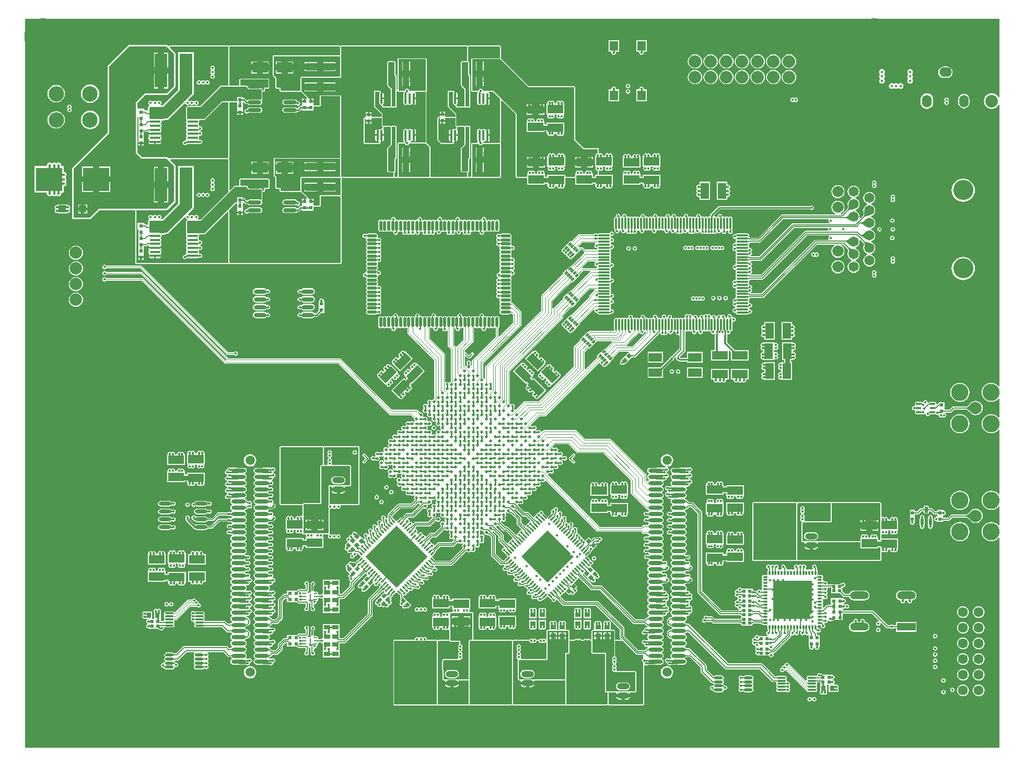
<source format=gtl>
G04 Layer_Physical_Order=1*
G04 Layer_Color=255*
%FSLAX44Y44*%
%MOMM*%
G71*
G01*
G75*
%ADD10R,0.6096X0.6000*%
%ADD11O,1.9500X0.3500*%
%ADD12R,0.6000X0.5000*%
%ADD13R,0.8000X0.9000*%
%ADD14R,0.5500X0.5000*%
G04:AMPARAMS|DCode=15|XSize=0.6096mm|YSize=0.6mm|CornerRadius=0mm|HoleSize=0mm|Usage=FLASHONLY|Rotation=135.000|XOffset=0mm|YOffset=0mm|HoleType=Round|Shape=Rectangle|*
%AMROTATEDRECTD15*
4,1,4,0.4277,-0.0034,0.0034,-0.4277,-0.4277,0.0034,-0.0034,0.4277,0.4277,-0.0034,0.0*
%
%ADD15ROTATEDRECTD15*%

%ADD16O,2.3368X0.6096*%
%ADD17R,0.9000X0.8000*%
G04:AMPARAMS|DCode=18|XSize=0.25mm|YSize=0.95mm|CornerRadius=0mm|HoleSize=0mm|Usage=FLASHONLY|Rotation=225.000|XOffset=0mm|YOffset=0mm|HoleType=Round|Shape=Round|*
%AMOVALD18*
21,1,0.7000,0.2500,0.0000,0.0000,315.0*
1,1,0.2500,-0.2475,0.2475*
1,1,0.2500,0.2475,-0.2475*
%
%ADD18OVALD18*%

%ADD19R,0.6000X0.6096*%
G04:AMPARAMS|DCode=20|XSize=0.5mm|YSize=0.6mm|CornerRadius=0mm|HoleSize=0mm|Usage=FLASHONLY|Rotation=315.000|XOffset=0mm|YOffset=0mm|HoleType=Round|Shape=Rectangle|*
%AMROTATEDRECTD20*
4,1,4,-0.3889,-0.0354,0.0354,0.3889,0.3889,0.0354,-0.0354,-0.3889,-0.3889,-0.0354,0.0*
%
%ADD20ROTATEDRECTD20*%

%ADD21O,1.4000X0.3000*%
%ADD22O,1.4000X0.5000*%
%ADD23O,0.9000X0.4000*%
%ADD24R,1.4000X1.6000*%
%ADD25R,1.4000X2.6000*%
%ADD26R,2.6000X1.4000*%
G04:AMPARAMS|DCode=27|XSize=2.6mm|YSize=1.4mm|CornerRadius=0mm|HoleSize=0mm|Usage=FLASHONLY|Rotation=45.000|XOffset=0mm|YOffset=0mm|HoleType=Round|Shape=Rectangle|*
%AMROTATEDRECTD27*
4,1,4,-0.4243,-1.4142,-1.4142,-0.4243,0.4243,1.4142,1.4142,0.4243,-0.4243,-1.4142,0.0*
%
%ADD27ROTATEDRECTD27*%

G04:AMPARAMS|DCode=28|XSize=2.6mm|YSize=1.4mm|CornerRadius=0mm|HoleSize=0mm|Usage=FLASHONLY|Rotation=315.000|XOffset=0mm|YOffset=0mm|HoleType=Round|Shape=Rectangle|*
%AMROTATEDRECTD28*
4,1,4,-1.4142,0.4243,-0.4243,1.4142,1.4142,-0.4243,0.4243,-1.4142,-1.4142,0.4243,0.0*
%
%ADD28ROTATEDRECTD28*%

G04:AMPARAMS|DCode=29|XSize=0.4mm|YSize=0.55mm|CornerRadius=0mm|HoleSize=0mm|Usage=FLASHONLY|Rotation=135.000|XOffset=0mm|YOffset=0mm|HoleType=Round|Shape=Rectangle|*
%AMROTATEDRECTD29*
4,1,4,0.3359,0.0530,-0.0530,-0.3359,-0.3359,-0.0530,0.0530,0.3359,0.3359,0.0530,0.0*
%
%ADD29ROTATEDRECTD29*%

G04:AMPARAMS|DCode=30|XSize=0.6096mm|YSize=0.6mm|CornerRadius=0mm|HoleSize=0mm|Usage=FLASHONLY|Rotation=45.000|XOffset=0mm|YOffset=0mm|HoleType=Round|Shape=Rectangle|*
%AMROTATEDRECTD30*
4,1,4,-0.0034,-0.4277,-0.4277,-0.0034,0.0034,0.4277,0.4277,0.0034,-0.0034,-0.4277,0.0*
%
%ADD30ROTATEDRECTD30*%

G04:AMPARAMS|DCode=31|XSize=3.3mm|YSize=2mm|CornerRadius=0.3mm|HoleSize=0mm|Usage=FLASHONLY|Rotation=90.000|XOffset=0mm|YOffset=0mm|HoleType=Round|Shape=RoundedRectangle|*
%AMROUNDEDRECTD31*
21,1,3.3000,1.4000,0,0,90.0*
21,1,2.7000,2.0000,0,0,90.0*
1,1,0.6000,0.7000,1.3500*
1,1,0.6000,0.7000,-1.3500*
1,1,0.6000,-0.7000,-1.3500*
1,1,0.6000,-0.7000,1.3500*
%
%ADD31ROUNDEDRECTD31*%
%ADD32O,2.0000X1.0000*%
G04:AMPARAMS|DCode=33|XSize=0.5mm|YSize=0.6mm|CornerRadius=0mm|HoleSize=0mm|Usage=FLASHONLY|Rotation=225.000|XOffset=0mm|YOffset=0mm|HoleType=Round|Shape=Rectangle|*
%AMROTATEDRECTD33*
4,1,4,-0.0354,0.3889,0.3889,-0.0354,0.0354,-0.3889,-0.3889,0.0354,-0.0354,0.3889,0.0*
%
%ADD33ROTATEDRECTD33*%

%ADD34R,1.0160X0.8000*%
%ADD35R,0.5000X0.6000*%
%ADD36O,0.4200X1.7800*%
%ADD37R,0.9800X3.7000*%
%ADD38R,4.2400X3.8100*%
%ADD39O,0.8000X0.3000*%
%ADD40O,0.3000X0.8000*%
G04:AMPARAMS|DCode=41|XSize=0.9906mm|YSize=0.5588mm|CornerRadius=0.0559mm|HoleSize=0mm|Usage=FLASHONLY|Rotation=90.000|XOffset=0mm|YOffset=0mm|HoleType=Round|Shape=RoundedRectangle|*
%AMROUNDEDRECTD41*
21,1,0.9906,0.4470,0,0,90.0*
21,1,0.8788,0.5588,0,0,90.0*
1,1,0.1118,0.2235,0.4394*
1,1,0.1118,0.2235,-0.4394*
1,1,0.1118,-0.2235,-0.4394*
1,1,0.1118,-0.2235,0.4394*
%
%ADD41ROUNDEDRECTD41*%
%ADD42O,1.7800X0.4200*%
%ADD43R,4.7000X1.1800*%
%ADD44O,2.2000X0.6000*%
%ADD45O,3.0480X1.2700*%
%ADD46R,3.0480X1.2700*%
%ADD47C,0.5000*%
%ADD48O,0.6500X0.2500*%
%ADD49O,0.7500X0.2500*%
%ADD50O,0.2500X0.8500*%
%ADD51C,0.2000*%
%ADD52R,0.2500X0.9000*%
%ADD53R,2.5000X1.7000*%
%ADD54O,2.0000X0.6000*%
%ADD55O,2.0000X0.7112*%
%ADD56R,2.0000X5.5000*%
%ADD57O,0.3500X1.9500*%
%ADD58R,2.2000X1.4000*%
%ADD59O,1.6500X0.5000*%
%ADD60O,0.5000X1.6500*%
%ADD61R,1.2000X1.2000*%
G04:AMPARAMS|DCode=62|XSize=0.3mm|YSize=0.8mm|CornerRadius=0mm|HoleSize=0mm|Usage=FLASHONLY|Rotation=135.000|XOffset=0mm|YOffset=0mm|HoleType=Round|Shape=Round|*
%AMOVALD62*
21,1,0.5000,0.3000,0.0000,0.0000,225.0*
1,1,0.3000,0.1768,0.1768*
1,1,0.3000,-0.1768,-0.1768*
%
%ADD62OVALD62*%

G04:AMPARAMS|DCode=63|XSize=0.3mm|YSize=0.8mm|CornerRadius=0mm|HoleSize=0mm|Usage=FLASHONLY|Rotation=45.000|XOffset=0mm|YOffset=0mm|HoleType=Round|Shape=Round|*
%AMOVALD63*
21,1,0.5000,0.3000,0.0000,0.0000,135.0*
1,1,0.3000,0.1768,-0.1768*
1,1,0.3000,-0.1768,0.1768*
%
%ADD63OVALD63*%

G04:AMPARAMS|DCode=64|XSize=0.25mm|YSize=0.95mm|CornerRadius=0mm|HoleSize=0mm|Usage=FLASHONLY|Rotation=315.000|XOffset=0mm|YOffset=0mm|HoleType=Round|Shape=Round|*
%AMOVALD64*
21,1,0.7000,0.2500,0.0000,0.0000,45.0*
1,1,0.2500,-0.2475,-0.2475*
1,1,0.2500,0.2475,0.2475*
%
%ADD64OVALD64*%

%ADD65C,0.1000*%
%ADD66C,0.1800*%
%ADD67C,0.2500*%
%ADD68C,0.3500*%
%ADD69C,0.8000*%
%ADD70C,0.1500*%
G04:AMPARAMS|DCode=71|XSize=7.15mm|YSize=7.125mm|CornerRadius=0mm|HoleSize=0mm|Usage=FLASHONLY|Rotation=45.000|XOffset=0mm|YOffset=0mm|HoleType=Round|Shape=Rectangle|*
%AMROTATEDRECTD71*
4,1,4,-0.0088,-5.0470,-5.0470,-0.0088,0.0088,5.0470,5.0470,0.0088,-0.0088,-5.0470,0.0*
%
%ADD71ROTATEDRECTD71*%

%ADD72C,2.0320*%
%ADD73C,2.5000*%
%ADD74R,4.2000X3.0000*%
%ADD75C,2.0000*%
%ADD76C,2.8000*%
%ADD77C,6.0000*%
%ADD78C,0.7000*%
%ADD79R,2.7000X2.5000*%
%ADD80C,1.5000*%
%ADD81C,1.6000*%
%ADD82R,2.4000X3.1000*%
%ADD83C,2.2860*%
%ADD84C,3.2512*%
%ADD85C,1.6510*%
%ADD86C,1.8288*%
%ADD87O,1.5240X2.0320*%
%ADD88O,2.0320X1.5240*%
%ADD89C,0.4000*%
G36*
X2088750Y1564220D02*
X2087250Y1563922D01*
X2087059Y1564385D01*
X2085029Y1567029D01*
X2082385Y1569059D01*
X2079305Y1570334D01*
X2076000Y1570769D01*
X2072695Y1570334D01*
X2069615Y1569059D01*
X2066971Y1567029D01*
X2064942Y1564385D01*
X2063666Y1561305D01*
X2063231Y1558000D01*
X2063666Y1554695D01*
X2064942Y1551615D01*
X2066971Y1548971D01*
X2069615Y1546942D01*
X2072695Y1545666D01*
X2076000Y1545231D01*
X2079305Y1545666D01*
X2082385Y1546942D01*
X2085029Y1548971D01*
X2087059Y1551615D01*
X2087250Y1552078D01*
X2088750Y1551779D01*
X2088750Y1095930D01*
X2087250Y1095394D01*
X2086413Y1096413D01*
X2084053Y1098350D01*
X2081360Y1099789D01*
X2078439Y1100676D01*
X2075400Y1100975D01*
X2072361Y1100676D01*
X2069440Y1099789D01*
X2066747Y1098350D01*
X2064387Y1096413D01*
X2062450Y1094053D01*
X2061011Y1091360D01*
X2060124Y1088438D01*
X2059825Y1085400D01*
X2060124Y1082362D01*
X2061011Y1079440D01*
X2062450Y1076747D01*
X2064387Y1074387D01*
X2066747Y1072450D01*
X2069440Y1071011D01*
X2072361Y1070124D01*
X2075400Y1069825D01*
X2078439Y1070124D01*
X2081360Y1071011D01*
X2084053Y1072450D01*
X2086413Y1074387D01*
X2087250Y1075406D01*
X2088750Y1074870D01*
Y1045130D01*
X2087250Y1044594D01*
X2086413Y1045613D01*
X2084053Y1047550D01*
X2081360Y1048989D01*
X2078439Y1049876D01*
X2075400Y1050175D01*
X2072361Y1049876D01*
X2069440Y1048989D01*
X2066747Y1047550D01*
X2064387Y1045613D01*
X2062450Y1043253D01*
X2061011Y1040560D01*
X2060124Y1037638D01*
X2059825Y1034600D01*
X2060124Y1031562D01*
X2061011Y1028640D01*
X2062450Y1025947D01*
X2064387Y1023587D01*
X2066747Y1021650D01*
X2069440Y1020211D01*
X2072361Y1019324D01*
X2075400Y1019025D01*
X2078439Y1019324D01*
X2081360Y1020211D01*
X2084053Y1021650D01*
X2086413Y1023587D01*
X2087250Y1024606D01*
X2088750Y1024070D01*
Y920930D01*
X2087250Y920394D01*
X2086413Y921413D01*
X2084053Y923350D01*
X2081360Y924789D01*
X2078439Y925676D01*
X2075400Y925975D01*
X2072361Y925676D01*
X2069440Y924789D01*
X2066747Y923350D01*
X2064387Y921413D01*
X2062450Y919053D01*
X2061011Y916360D01*
X2060124Y913438D01*
X2059825Y910400D01*
X2060124Y907362D01*
X2061011Y904440D01*
X2062450Y901747D01*
X2064387Y899387D01*
X2066747Y897450D01*
X2069440Y896011D01*
X2072361Y895124D01*
X2075400Y894825D01*
X2078439Y895124D01*
X2081360Y896011D01*
X2084053Y897450D01*
X2086413Y899387D01*
X2087250Y900406D01*
X2088750Y899870D01*
Y870130D01*
X2087250Y869594D01*
X2086413Y870613D01*
X2084053Y872550D01*
X2081360Y873989D01*
X2078439Y874876D01*
X2075400Y875175D01*
X2072361Y874876D01*
X2069440Y873989D01*
X2066747Y872550D01*
X2064387Y870613D01*
X2062450Y868253D01*
X2061011Y865560D01*
X2060124Y862638D01*
X2059825Y859600D01*
X2060124Y856562D01*
X2061011Y853640D01*
X2062450Y850947D01*
X2064387Y848587D01*
X2066747Y846650D01*
X2069440Y845211D01*
X2072361Y844324D01*
X2075400Y844025D01*
X2078439Y844324D01*
X2081360Y845211D01*
X2084053Y846650D01*
X2086413Y848587D01*
X2087250Y849606D01*
X2088750Y849070D01*
X2088750Y508750D01*
X509750D01*
X509750Y1691750D01*
X2088750Y1691750D01*
X2088750Y1564220D01*
D02*
G37*
%LPC*%
G36*
X1517000Y1657000D02*
X1500000D01*
Y1638000D01*
X1503998D01*
X1504949Y1636841D01*
X1504931Y1636750D01*
X1505203Y1635384D01*
X1505976Y1634227D01*
X1507134Y1633453D01*
X1508500Y1633181D01*
X1509865Y1633453D01*
X1511023Y1634227D01*
X1511797Y1635384D01*
X1512068Y1636750D01*
X1512050Y1636841D01*
X1513002Y1638000D01*
X1517000D01*
Y1657000D01*
D02*
G37*
G36*
X1472000D02*
X1455000D01*
Y1638000D01*
X1458998D01*
X1459949Y1636841D01*
X1459931Y1636750D01*
X1460203Y1635384D01*
X1460976Y1634227D01*
X1462134Y1633453D01*
X1463500Y1633181D01*
X1464865Y1633453D01*
X1466023Y1634227D01*
X1466797Y1635384D01*
X1467068Y1636750D01*
X1467050Y1636841D01*
X1468002Y1638000D01*
X1472000D01*
Y1657000D01*
D02*
G37*
G36*
X1747700Y1634261D02*
X1744656Y1633860D01*
X1741819Y1632685D01*
X1739384Y1630816D01*
X1737515Y1628380D01*
X1736340Y1625544D01*
X1735939Y1622500D01*
X1736340Y1619456D01*
X1737515Y1616620D01*
X1739384Y1614184D01*
X1741819Y1612315D01*
X1744656Y1611140D01*
X1747700Y1610739D01*
X1750744Y1611140D01*
X1753580Y1612315D01*
X1756016Y1614184D01*
X1757885Y1616620D01*
X1759060Y1619456D01*
X1759460Y1622500D01*
X1759060Y1625544D01*
X1757885Y1628380D01*
X1756016Y1630816D01*
X1753580Y1632685D01*
X1750744Y1633860D01*
X1747700Y1634261D01*
D02*
G37*
G36*
X1722300D02*
X1719256Y1633860D01*
X1716420Y1632685D01*
X1713984Y1630816D01*
X1712115Y1628380D01*
X1710940Y1625544D01*
X1710539Y1622500D01*
X1710940Y1619456D01*
X1712115Y1616620D01*
X1713984Y1614184D01*
X1716420Y1612315D01*
X1719256Y1611140D01*
X1722300Y1610739D01*
X1725344Y1611140D01*
X1728180Y1612315D01*
X1730616Y1614184D01*
X1732485Y1616620D01*
X1733660Y1619456D01*
X1734060Y1622500D01*
X1733660Y1625544D01*
X1732485Y1628380D01*
X1730616Y1630816D01*
X1728180Y1632685D01*
X1725344Y1633860D01*
X1722300Y1634261D01*
D02*
G37*
G36*
X1696900D02*
X1693856Y1633860D01*
X1691019Y1632685D01*
X1688584Y1630816D01*
X1686715Y1628380D01*
X1685540Y1625544D01*
X1685139Y1622500D01*
X1685540Y1619456D01*
X1686715Y1616620D01*
X1688584Y1614184D01*
X1691019Y1612315D01*
X1693856Y1611140D01*
X1696900Y1610739D01*
X1699944Y1611140D01*
X1702780Y1612315D01*
X1705216Y1614184D01*
X1707085Y1616620D01*
X1708260Y1619456D01*
X1708660Y1622500D01*
X1708260Y1625544D01*
X1707085Y1628380D01*
X1705216Y1630816D01*
X1702780Y1632685D01*
X1699944Y1633860D01*
X1696900Y1634261D01*
D02*
G37*
G36*
X1671500D02*
X1668456Y1633860D01*
X1665620Y1632685D01*
X1663184Y1630816D01*
X1661315Y1628380D01*
X1660140Y1625544D01*
X1659739Y1622500D01*
X1660140Y1619456D01*
X1661315Y1616620D01*
X1663184Y1614184D01*
X1665620Y1612315D01*
X1668456Y1611140D01*
X1671500Y1610739D01*
X1674544Y1611140D01*
X1677380Y1612315D01*
X1679816Y1614184D01*
X1681685Y1616620D01*
X1682860Y1619456D01*
X1683260Y1622500D01*
X1682860Y1625544D01*
X1681685Y1628380D01*
X1679816Y1630816D01*
X1677380Y1632685D01*
X1674544Y1633860D01*
X1671500Y1634261D01*
D02*
G37*
G36*
X1646100D02*
X1643056Y1633860D01*
X1640220Y1632685D01*
X1637784Y1630816D01*
X1635915Y1628380D01*
X1634740Y1625544D01*
X1634339Y1622500D01*
X1634740Y1619456D01*
X1635915Y1616620D01*
X1637784Y1614184D01*
X1640220Y1612315D01*
X1643056Y1611140D01*
X1646100Y1610739D01*
X1649144Y1611140D01*
X1651980Y1612315D01*
X1654416Y1614184D01*
X1656285Y1616620D01*
X1657460Y1619456D01*
X1657860Y1622500D01*
X1657460Y1625544D01*
X1656285Y1628380D01*
X1654416Y1630816D01*
X1651980Y1632685D01*
X1649144Y1633860D01*
X1646100Y1634261D01*
D02*
G37*
G36*
X1620700D02*
X1617656Y1633860D01*
X1614819Y1632685D01*
X1612384Y1630816D01*
X1610515Y1628380D01*
X1609340Y1625544D01*
X1608939Y1622500D01*
X1609340Y1619456D01*
X1610515Y1616620D01*
X1612384Y1614184D01*
X1614819Y1612315D01*
X1617656Y1611140D01*
X1620700Y1610739D01*
X1623744Y1611140D01*
X1626580Y1612315D01*
X1629016Y1614184D01*
X1630885Y1616620D01*
X1632060Y1619456D01*
X1632460Y1622500D01*
X1632060Y1625544D01*
X1630885Y1628380D01*
X1629016Y1630816D01*
X1626580Y1632685D01*
X1623744Y1633860D01*
X1620700Y1634261D01*
D02*
G37*
G36*
X1595300D02*
X1592256Y1633860D01*
X1589420Y1632685D01*
X1586984Y1630816D01*
X1585115Y1628380D01*
X1583940Y1625544D01*
X1583539Y1622500D01*
X1583940Y1619456D01*
X1585115Y1616620D01*
X1586984Y1614184D01*
X1589420Y1612315D01*
X1592256Y1611140D01*
X1595300Y1610739D01*
X1598344Y1611140D01*
X1601180Y1612315D01*
X1603616Y1614184D01*
X1605485Y1616620D01*
X1606660Y1619456D01*
X1607060Y1622500D01*
X1606660Y1625544D01*
X1605485Y1628380D01*
X1603616Y1630816D01*
X1601180Y1632685D01*
X1598344Y1633860D01*
X1595300Y1634261D01*
D02*
G37*
G36*
X2003540Y1614199D02*
X1998460D01*
X1996079Y1613885D01*
X1993861Y1612966D01*
X1991956Y1611505D01*
X1990494Y1609599D01*
X1989575Y1607381D01*
X1989261Y1605000D01*
X1989575Y1602619D01*
X1990494Y1600401D01*
X1991956Y1598496D01*
X1993861Y1597034D01*
X1996079Y1596115D01*
X1998460Y1595801D01*
X2003540D01*
X2005921Y1596115D01*
X2008139Y1597034D01*
X2010045Y1598496D01*
X2011506Y1600401D01*
X2012425Y1602619D01*
X2012739Y1605000D01*
X2012425Y1607381D01*
X2011506Y1609599D01*
X2010045Y1611505D01*
X2008139Y1612966D01*
X2005921Y1613885D01*
X2003540Y1614199D01*
D02*
G37*
G36*
X1943850Y1609938D02*
X1942094Y1609589D01*
X1940606Y1608594D01*
X1939611Y1607106D01*
X1939262Y1605350D01*
X1939611Y1603594D01*
X1940124Y1602827D01*
X1940482Y1601725D01*
X1940124Y1600623D01*
X1939611Y1599856D01*
X1939262Y1598100D01*
X1939611Y1596344D01*
X1940009Y1595749D01*
X1940497Y1594600D01*
X1940009Y1593451D01*
X1939611Y1592856D01*
X1939262Y1591100D01*
X1939611Y1589344D01*
X1940606Y1587856D01*
X1942094Y1586861D01*
X1943850Y1586512D01*
X1945606Y1586861D01*
X1947094Y1587856D01*
X1948089Y1589344D01*
X1948438Y1591100D01*
X1948089Y1592856D01*
X1947691Y1593451D01*
X1947203Y1594600D01*
X1947691Y1595749D01*
X1948089Y1596344D01*
X1948438Y1598100D01*
X1948089Y1599856D01*
X1947576Y1600623D01*
X1947218Y1601725D01*
X1947576Y1602827D01*
X1948089Y1603594D01*
X1948438Y1605350D01*
X1948089Y1607106D01*
X1947094Y1608594D01*
X1945606Y1609589D01*
X1943850Y1609938D01*
D02*
G37*
G36*
X1898350D02*
X1896594Y1609589D01*
X1895106Y1608594D01*
X1894111Y1607106D01*
X1893762Y1605350D01*
X1894111Y1603594D01*
X1894624Y1602827D01*
X1894982Y1601725D01*
X1894624Y1600623D01*
X1894111Y1599856D01*
X1893762Y1598100D01*
X1894111Y1596344D01*
X1894509Y1595749D01*
X1894997Y1594600D01*
X1894509Y1593451D01*
X1894111Y1592856D01*
X1893762Y1591100D01*
X1894111Y1589344D01*
X1895106Y1587856D01*
X1896594Y1586861D01*
X1898350Y1586512D01*
X1900106Y1586861D01*
X1901594Y1587856D01*
X1902589Y1589344D01*
X1902938Y1591100D01*
X1902589Y1592856D01*
X1902191Y1593451D01*
X1901703Y1594600D01*
X1902191Y1595749D01*
X1902589Y1596344D01*
X1902938Y1598100D01*
X1902589Y1599856D01*
X1902076Y1600623D01*
X1901718Y1601725D01*
X1902076Y1602827D01*
X1902589Y1603594D01*
X1902938Y1605350D01*
X1902589Y1607106D01*
X1901594Y1608594D01*
X1900106Y1609589D01*
X1898350Y1609938D01*
D02*
G37*
G36*
X1928600Y1587189D02*
X1926844Y1586839D01*
X1925356Y1585845D01*
X1924344D01*
X1922856Y1586839D01*
X1921100Y1587189D01*
X1919344Y1586839D01*
X1917856Y1585845D01*
X1917344D01*
X1915856Y1586839D01*
X1914100Y1587189D01*
X1912344Y1586839D01*
X1910856Y1585845D01*
X1909861Y1584356D01*
X1909512Y1582600D01*
X1909861Y1580845D01*
X1910856Y1579356D01*
X1912344Y1578362D01*
X1914100Y1578012D01*
X1915856Y1578362D01*
X1917344Y1579356D01*
X1917856D01*
X1919344Y1578362D01*
X1921100Y1578012D01*
X1922856Y1578362D01*
X1924344Y1579356D01*
X1925356D01*
X1926844Y1578362D01*
X1928600Y1578012D01*
X1930356Y1578362D01*
X1931844Y1579356D01*
X1932839Y1580845D01*
X1933188Y1582600D01*
X1932839Y1584356D01*
X1931844Y1585845D01*
X1930356Y1586839D01*
X1928600Y1587189D01*
D02*
G37*
G36*
X1747700Y1608861D02*
X1744656Y1608460D01*
X1741819Y1607285D01*
X1739384Y1605416D01*
X1737515Y1602980D01*
X1736340Y1600144D01*
X1735939Y1597100D01*
X1736340Y1594056D01*
X1737515Y1591220D01*
X1739384Y1588784D01*
X1741819Y1586915D01*
X1744656Y1585740D01*
X1747700Y1585339D01*
X1750744Y1585740D01*
X1753580Y1586915D01*
X1756016Y1588784D01*
X1757885Y1591220D01*
X1759060Y1594056D01*
X1759460Y1597100D01*
X1759060Y1600144D01*
X1757885Y1602980D01*
X1756016Y1605416D01*
X1753580Y1607285D01*
X1750744Y1608460D01*
X1747700Y1608861D01*
D02*
G37*
G36*
X1722300D02*
X1719256Y1608460D01*
X1716420Y1607285D01*
X1713984Y1605416D01*
X1712115Y1602980D01*
X1710940Y1600144D01*
X1710539Y1597100D01*
X1710940Y1594056D01*
X1712115Y1591220D01*
X1713984Y1588784D01*
X1716420Y1586915D01*
X1719256Y1585740D01*
X1722300Y1585339D01*
X1725344Y1585740D01*
X1728180Y1586915D01*
X1730616Y1588784D01*
X1732485Y1591220D01*
X1733660Y1594056D01*
X1734060Y1597100D01*
X1733660Y1600144D01*
X1732485Y1602980D01*
X1730616Y1605416D01*
X1728180Y1607285D01*
X1725344Y1608460D01*
X1722300Y1608861D01*
D02*
G37*
G36*
X1696900D02*
X1693856Y1608460D01*
X1691019Y1607285D01*
X1688584Y1605416D01*
X1686715Y1602980D01*
X1685540Y1600144D01*
X1685139Y1597100D01*
X1685540Y1594056D01*
X1686715Y1591220D01*
X1688584Y1588784D01*
X1691019Y1586915D01*
X1693856Y1585740D01*
X1696900Y1585339D01*
X1699944Y1585740D01*
X1702780Y1586915D01*
X1705216Y1588784D01*
X1707085Y1591220D01*
X1708260Y1594056D01*
X1708660Y1597100D01*
X1708260Y1600144D01*
X1707085Y1602980D01*
X1705216Y1605416D01*
X1702780Y1607285D01*
X1699944Y1608460D01*
X1696900Y1608861D01*
D02*
G37*
G36*
X1671500D02*
X1668456Y1608460D01*
X1665620Y1607285D01*
X1663184Y1605416D01*
X1661315Y1602980D01*
X1660140Y1600144D01*
X1659739Y1597100D01*
X1660140Y1594056D01*
X1661315Y1591220D01*
X1663184Y1588784D01*
X1665620Y1586915D01*
X1668456Y1585740D01*
X1671500Y1585339D01*
X1674544Y1585740D01*
X1677380Y1586915D01*
X1679816Y1588784D01*
X1681685Y1591220D01*
X1682860Y1594056D01*
X1683260Y1597100D01*
X1682860Y1600144D01*
X1681685Y1602980D01*
X1679816Y1605416D01*
X1677380Y1607285D01*
X1674544Y1608460D01*
X1671500Y1608861D01*
D02*
G37*
G36*
X1646100D02*
X1643056Y1608460D01*
X1640220Y1607285D01*
X1637784Y1605416D01*
X1635915Y1602980D01*
X1634740Y1600144D01*
X1634339Y1597100D01*
X1634740Y1594056D01*
X1635915Y1591220D01*
X1637784Y1588784D01*
X1640220Y1586915D01*
X1643056Y1585740D01*
X1646100Y1585339D01*
X1649144Y1585740D01*
X1651980Y1586915D01*
X1654416Y1588784D01*
X1656285Y1591220D01*
X1657460Y1594056D01*
X1657860Y1597100D01*
X1657460Y1600144D01*
X1656285Y1602980D01*
X1654416Y1605416D01*
X1651980Y1607285D01*
X1649144Y1608460D01*
X1646100Y1608861D01*
D02*
G37*
G36*
X1620700D02*
X1617656Y1608460D01*
X1614819Y1607285D01*
X1612384Y1605416D01*
X1610515Y1602980D01*
X1609340Y1600144D01*
X1608939Y1597100D01*
X1609340Y1594056D01*
X1610515Y1591220D01*
X1612384Y1588784D01*
X1614819Y1586915D01*
X1617656Y1585740D01*
X1620700Y1585339D01*
X1623744Y1585740D01*
X1626580Y1586915D01*
X1629016Y1588784D01*
X1630885Y1591220D01*
X1632060Y1594056D01*
X1632460Y1597100D01*
X1632060Y1600144D01*
X1630885Y1602980D01*
X1629016Y1605416D01*
X1626580Y1607285D01*
X1623744Y1608460D01*
X1620700Y1608861D01*
D02*
G37*
G36*
X1595300D02*
X1592256Y1608460D01*
X1589420Y1607285D01*
X1586984Y1605416D01*
X1585115Y1602980D01*
X1583940Y1600144D01*
X1583539Y1597100D01*
X1583940Y1594056D01*
X1585115Y1591220D01*
X1586984Y1588784D01*
X1589420Y1586915D01*
X1592256Y1585740D01*
X1595300Y1585339D01*
X1598344Y1585740D01*
X1601180Y1586915D01*
X1603616Y1588784D01*
X1605485Y1591220D01*
X1606660Y1594056D01*
X1607060Y1597100D01*
X1606660Y1600144D01*
X1605485Y1602980D01*
X1603616Y1605416D01*
X1601180Y1607285D01*
X1598344Y1608460D01*
X1595300Y1608861D01*
D02*
G37*
G36*
X1486670Y1586069D02*
X1485304Y1585797D01*
X1484146Y1585023D01*
X1483373Y1583866D01*
X1483101Y1582500D01*
X1483373Y1581134D01*
X1484146Y1579977D01*
X1485304Y1579203D01*
X1486670Y1578931D01*
X1488035Y1579203D01*
X1489193Y1579977D01*
X1489967Y1581134D01*
X1490238Y1582500D01*
X1489967Y1583866D01*
X1489193Y1585023D01*
X1488035Y1585797D01*
X1486670Y1586069D01*
D02*
G37*
G36*
X1486750Y1577069D02*
X1485384Y1576797D01*
X1484226Y1576023D01*
X1483453Y1574866D01*
X1483181Y1573500D01*
X1483453Y1572134D01*
X1484226Y1570977D01*
X1485384Y1570203D01*
X1486750Y1569931D01*
X1488115Y1570203D01*
X1489273Y1570977D01*
X1490047Y1572134D01*
X1490318Y1573500D01*
X1490047Y1574866D01*
X1489273Y1576023D01*
X1488115Y1576797D01*
X1486750Y1577069D01*
D02*
G37*
G36*
X1758548Y1563666D02*
X1757182Y1563394D01*
X1756048Y1562636D01*
X1754913Y1563394D01*
X1753548Y1563666D01*
X1752182Y1563394D01*
X1751024Y1562620D01*
X1750251Y1561463D01*
X1749979Y1560097D01*
X1750251Y1558731D01*
X1751024Y1557574D01*
X1752182Y1556800D01*
X1753548Y1556528D01*
X1754913Y1556800D01*
X1756048Y1557558D01*
X1757182Y1556800D01*
X1758548Y1556528D01*
X1759913Y1556800D01*
X1761071Y1557574D01*
X1761845Y1558731D01*
X1762116Y1560097D01*
X1761845Y1561463D01*
X1761071Y1562620D01*
X1759913Y1563394D01*
X1758548Y1563666D01*
D02*
G37*
G36*
X1508500Y1581819D02*
X1507134Y1581547D01*
X1505976Y1580773D01*
X1505203Y1579616D01*
X1504931Y1578250D01*
X1504949Y1578159D01*
X1503998Y1577000D01*
X1500000D01*
Y1558000D01*
X1517000D01*
Y1577000D01*
X1513002D01*
X1512050Y1578159D01*
X1512068Y1578250D01*
X1511797Y1579616D01*
X1511023Y1580773D01*
X1509865Y1581547D01*
X1508500Y1581819D01*
D02*
G37*
G36*
X1463500D02*
X1462134Y1581547D01*
X1460976Y1580773D01*
X1460203Y1579616D01*
X1459931Y1578250D01*
X1459949Y1578159D01*
X1458998Y1577000D01*
X1455000D01*
Y1558000D01*
X1472000D01*
Y1577000D01*
X1468002D01*
X1467050Y1578159D01*
X1467068Y1578250D01*
X1466797Y1579616D01*
X1466023Y1580773D01*
X1464865Y1581547D01*
X1463500Y1581819D01*
D02*
G37*
G36*
X560000Y1584121D02*
X556345Y1583640D01*
X552940Y1582229D01*
X550015Y1579985D01*
X547771Y1577060D01*
X546360Y1573655D01*
X545879Y1570000D01*
X546360Y1566345D01*
X547771Y1562940D01*
X550015Y1560015D01*
X552940Y1557771D01*
X556345Y1556360D01*
X560000Y1555879D01*
X563655Y1556360D01*
X567060Y1557771D01*
X569985Y1560015D01*
X572229Y1562940D01*
X573640Y1566345D01*
X574121Y1570000D01*
X573640Y1573655D01*
X572229Y1577060D01*
X569985Y1579985D01*
X567060Y1582229D01*
X563655Y1583640D01*
X560000Y1584121D01*
D02*
G37*
G36*
X615000Y1585073D02*
X612060Y1584783D01*
X609232Y1583925D01*
X606626Y1582532D01*
X604342Y1580658D01*
X602468Y1578374D01*
X601075Y1575768D01*
X600217Y1572941D01*
X599927Y1570000D01*
X600217Y1567059D01*
X601075Y1564232D01*
X602468Y1561626D01*
X604342Y1559342D01*
X606626Y1557468D01*
X609232Y1556075D01*
X612060Y1555217D01*
X615000Y1554927D01*
X617940Y1555217D01*
X620768Y1556075D01*
X623374Y1557468D01*
X625658Y1559342D01*
X627532Y1561626D01*
X628925Y1564232D01*
X629783Y1567059D01*
X630073Y1570000D01*
X629783Y1572941D01*
X628925Y1575768D01*
X627532Y1578374D01*
X625658Y1580658D01*
X623374Y1582532D01*
X620768Y1583925D01*
X617940Y1584783D01*
X615000Y1585073D01*
D02*
G37*
G36*
X2002823Y1564116D02*
X2001457Y1563844D01*
X2000299Y1563071D01*
X1999526Y1561913D01*
X1999254Y1560548D01*
X1999526Y1559182D01*
X2000284Y1558048D01*
X1999526Y1556913D01*
X1999254Y1555548D01*
X1999526Y1554182D01*
X2000299Y1553024D01*
X2001457Y1552251D01*
X2002823Y1551979D01*
X2004188Y1552251D01*
X2005346Y1553024D01*
X2006120Y1554182D01*
X2006391Y1555548D01*
X2006120Y1556913D01*
X2005362Y1558048D01*
X2006120Y1559182D01*
X2006391Y1560548D01*
X2006120Y1561913D01*
X2005346Y1563071D01*
X2004188Y1563844D01*
X2002823Y1564116D01*
D02*
G37*
G36*
X2031000Y1569739D02*
X2028619Y1569425D01*
X2026401Y1568506D01*
X2024496Y1567045D01*
X2023034Y1565139D01*
X2022115Y1562921D01*
X2021801Y1560540D01*
Y1555460D01*
X2022115Y1553079D01*
X2023034Y1550861D01*
X2024496Y1548956D01*
X2026401Y1547494D01*
X2028619Y1546575D01*
X2031000Y1546261D01*
X2033381Y1546575D01*
X2035599Y1547494D01*
X2037504Y1548956D01*
X2038966Y1550861D01*
X2039885Y1553079D01*
X2040199Y1555460D01*
Y1560540D01*
X2039885Y1562921D01*
X2038966Y1565139D01*
X2037504Y1567045D01*
X2035599Y1568506D01*
X2033381Y1569425D01*
X2031000Y1569739D01*
D02*
G37*
G36*
X1971000Y1570747D02*
X1968358Y1570399D01*
X1965896Y1569380D01*
X1963782Y1567758D01*
X1962160Y1565644D01*
X1961140Y1563182D01*
X1960793Y1560540D01*
Y1555460D01*
X1961140Y1552818D01*
X1962160Y1550356D01*
X1963782Y1548242D01*
X1965896Y1546620D01*
X1968358Y1545600D01*
X1971000Y1545253D01*
X1973642Y1545600D01*
X1976104Y1546620D01*
X1978218Y1548242D01*
X1979840Y1550356D01*
X1980860Y1552818D01*
X1981207Y1555460D01*
Y1560540D01*
X1980860Y1563182D01*
X1979840Y1565644D01*
X1978218Y1567758D01*
X1976104Y1569380D01*
X1973642Y1570399D01*
X1971000Y1570747D01*
D02*
G37*
G36*
X581250Y1552319D02*
X579884Y1552047D01*
X578727Y1551273D01*
X577953Y1550116D01*
X577681Y1548750D01*
X577953Y1547384D01*
X578711Y1546250D01*
X577953Y1545116D01*
X577681Y1543750D01*
X577953Y1542384D01*
X578727Y1541227D01*
X579884Y1540453D01*
X581250Y1540181D01*
X582616Y1540453D01*
X583773Y1541227D01*
X584547Y1542384D01*
X584819Y1543750D01*
X584547Y1545116D01*
X583789Y1546250D01*
X584547Y1547384D01*
X584819Y1548750D01*
X584547Y1550116D01*
X583773Y1551273D01*
X582616Y1552047D01*
X581250Y1552319D01*
D02*
G37*
G36*
X560000Y1541621D02*
X556345Y1541140D01*
X552940Y1539729D01*
X550015Y1537485D01*
X547771Y1534560D01*
X546360Y1531155D01*
X545879Y1527500D01*
X546360Y1523845D01*
X547771Y1520440D01*
X550015Y1517515D01*
X552940Y1515271D01*
X556345Y1513860D01*
X560000Y1513379D01*
X563655Y1513860D01*
X567060Y1515271D01*
X569985Y1517515D01*
X572229Y1520440D01*
X573640Y1523845D01*
X574121Y1527500D01*
X573640Y1531155D01*
X572229Y1534560D01*
X569985Y1537485D01*
X567060Y1539729D01*
X563655Y1541140D01*
X560000Y1541621D01*
D02*
G37*
G36*
X615000Y1542573D02*
X612060Y1542283D01*
X609232Y1541425D01*
X606626Y1540032D01*
X604342Y1538158D01*
X602468Y1535874D01*
X601075Y1533268D01*
X600217Y1530441D01*
X599927Y1527500D01*
X600217Y1524559D01*
X601075Y1521732D01*
X602468Y1519126D01*
X604342Y1516842D01*
X606626Y1514968D01*
X609232Y1513575D01*
X612060Y1512717D01*
X615000Y1512428D01*
X617940Y1512717D01*
X620768Y1513575D01*
X623374Y1514968D01*
X625658Y1516842D01*
X627532Y1519126D01*
X628925Y1521732D01*
X629783Y1524559D01*
X630073Y1527500D01*
X629783Y1530441D01*
X628925Y1533268D01*
X627532Y1535874D01*
X625658Y1538158D01*
X623374Y1540032D01*
X620768Y1541425D01*
X617940Y1542283D01*
X615000Y1542573D01*
D02*
G37*
G36*
X1535000Y1473569D02*
X1533634Y1473297D01*
X1532500Y1472539D01*
X1531366Y1473297D01*
X1530000Y1473569D01*
X1528634Y1473297D01*
X1527477Y1472523D01*
X1526703Y1471366D01*
X1526431Y1470000D01*
X1525293Y1469139D01*
X1524707D01*
X1523568Y1470000D01*
X1523297Y1471366D01*
X1522523Y1472523D01*
X1521366Y1473297D01*
X1520000Y1473569D01*
X1518634Y1473297D01*
X1517500Y1472539D01*
X1516366Y1473297D01*
X1515000Y1473569D01*
X1513634Y1473297D01*
X1512477Y1472523D01*
X1511703Y1471366D01*
X1511431Y1470000D01*
X1511451Y1469899D01*
X1510500Y1468740D01*
X1510500D01*
Y1451740D01*
X1511151D01*
X1511953Y1450240D01*
X1511703Y1449866D01*
X1511431Y1448500D01*
X1511703Y1447134D01*
X1512477Y1445977D01*
X1513634Y1445203D01*
X1515000Y1444931D01*
X1516366Y1445203D01*
X1517500Y1445961D01*
X1518634Y1445203D01*
X1520000Y1444931D01*
X1521366Y1445203D01*
X1522523Y1445977D01*
X1523297Y1447134D01*
X1523569Y1448500D01*
X1523297Y1449866D01*
X1523047Y1450240D01*
X1523849Y1451740D01*
X1526151D01*
X1526953Y1450240D01*
X1526703Y1449866D01*
X1526431Y1448500D01*
X1526703Y1447134D01*
X1527477Y1445977D01*
X1528634Y1445203D01*
X1530000Y1444931D01*
X1531366Y1445203D01*
X1532500Y1445961D01*
X1533634Y1445203D01*
X1535000Y1444931D01*
X1536366Y1445203D01*
X1537523Y1445977D01*
X1538297Y1447134D01*
X1538569Y1448500D01*
X1538297Y1449866D01*
X1538047Y1450240D01*
X1538849Y1451740D01*
X1539500D01*
Y1468740D01*
X1539500D01*
X1538548Y1469899D01*
X1538568Y1470000D01*
X1538297Y1471366D01*
X1537523Y1472523D01*
X1536366Y1473297D01*
X1535000Y1473569D01*
D02*
G37*
G36*
X1502500Y1472069D02*
X1501134Y1471797D01*
X1500000Y1471039D01*
X1498866Y1471797D01*
X1497500Y1472069D01*
X1496134Y1471797D01*
X1494977Y1471023D01*
X1494203Y1469866D01*
X1493931Y1468500D01*
X1493288Y1467715D01*
X1491712D01*
X1491069Y1468500D01*
X1490797Y1469866D01*
X1490023Y1471023D01*
X1488866Y1471797D01*
X1487500Y1472069D01*
X1486134Y1471797D01*
X1485000Y1471039D01*
X1483866Y1471797D01*
X1482500Y1472069D01*
X1481134Y1471797D01*
X1479977Y1471023D01*
X1479203Y1469866D01*
X1478931Y1468500D01*
X1478086Y1467470D01*
X1478000D01*
Y1450470D01*
X1507000D01*
Y1467470D01*
X1506914D01*
X1506069Y1468500D01*
X1505797Y1469866D01*
X1505023Y1471023D01*
X1503866Y1471797D01*
X1502500Y1472069D01*
D02*
G37*
G36*
X563750Y1458338D02*
X561995Y1457989D01*
X561400Y1457591D01*
X560250Y1457103D01*
X559101Y1457591D01*
X558506Y1457989D01*
X556750Y1458338D01*
X554995Y1457989D01*
X553506Y1456994D01*
X552745D01*
X551256Y1457989D01*
X549500Y1458338D01*
X547745Y1457989D01*
X546256Y1456994D01*
X545261Y1455506D01*
X544912Y1453750D01*
X544087Y1452745D01*
X524773D01*
Y1409645D01*
X543660D01*
X544912Y1408250D01*
X545261Y1406494D01*
X546256Y1405006D01*
X547745Y1404011D01*
X549500Y1403662D01*
X551256Y1404011D01*
X552745Y1405006D01*
X553506D01*
X554995Y1404011D01*
X556750Y1403662D01*
X558506Y1404011D01*
X559101Y1404409D01*
X560250Y1404897D01*
X561400Y1404409D01*
X561995Y1404011D01*
X563750Y1403662D01*
X565506Y1404011D01*
X566995Y1405006D01*
X567989Y1406494D01*
X568339Y1408250D01*
X569590Y1409645D01*
X572173D01*
Y1419349D01*
X572250Y1419412D01*
X574006Y1419761D01*
X575494Y1420756D01*
X576489Y1422244D01*
X576838Y1424000D01*
X576489Y1425756D01*
X575494Y1427244D01*
Y1427756D01*
X576489Y1429244D01*
X576838Y1431000D01*
X576489Y1432756D01*
X575860Y1433696D01*
X575613Y1434750D01*
X575860Y1435804D01*
X576489Y1436744D01*
X576838Y1438500D01*
X576489Y1440256D01*
X575494Y1441744D01*
X574006Y1442739D01*
X572250Y1443088D01*
X572173Y1443151D01*
Y1452745D01*
X569163D01*
X568339Y1453750D01*
X567989Y1455506D01*
X566995Y1456994D01*
X565506Y1457989D01*
X563750Y1458338D01*
D02*
G37*
G36*
X739000Y1649049D02*
X678250D01*
X677275Y1648855D01*
X676448Y1648302D01*
X643698Y1615552D01*
X643145Y1614725D01*
X642951Y1613750D01*
X642951Y1506556D01*
X586698Y1450302D01*
X586145Y1449476D01*
X585951Y1448500D01*
X585951Y1369000D01*
X586145Y1368024D01*
X586698Y1367198D01*
X587525Y1366645D01*
X588500Y1366451D01*
X614500D01*
X615475Y1366645D01*
X616302Y1367198D01*
X630306Y1381201D01*
X686876Y1381201D01*
X688376Y1381201D01*
Y1295000D01*
X688852Y1293852D01*
X690000Y1293376D01*
X838750D01*
X839562Y1293713D01*
X839575Y1293707D01*
X839860Y1293460D01*
X840127Y1293479D01*
X840374Y1293376D01*
X1021000Y1293376D01*
X1022148Y1293852D01*
X1022624Y1295000D01*
X1022624Y1401876D01*
X1022430Y1402345D01*
X1022148Y1403852D01*
X1022624Y1405000D01*
Y1433126D01*
X1106750Y1433126D01*
X1107562Y1433463D01*
X1108374Y1433126D01*
X1111626D01*
X1113126Y1433126D01*
X1113938Y1433463D01*
X1114750Y1433126D01*
X1164750Y1433126D01*
X1165898Y1433602D01*
X1167405Y1433320D01*
X1167874Y1433126D01*
X1226250Y1433126D01*
X1227062Y1433463D01*
X1227075Y1433457D01*
X1227360Y1433210D01*
X1227627Y1433229D01*
X1227874Y1433126D01*
X1231047D01*
X1231515Y1433320D01*
X1233022Y1433602D01*
X1234170Y1433126D01*
X1279250Y1433126D01*
X1280398Y1433602D01*
X1280874Y1434750D01*
X1280874Y1488750D01*
X1280398Y1489898D01*
X1280679Y1491405D01*
X1280874Y1491874D01*
X1280874Y1558870D01*
X1282259Y1559444D01*
X1304876Y1536828D01*
X1304876Y1434750D01*
X1305352Y1433602D01*
X1306500Y1433126D01*
X1323250D01*
Y1422530D01*
X1352250D01*
Y1424152D01*
X1355750D01*
Y1421260D01*
X1355750D01*
X1356702Y1420101D01*
X1356682Y1420000D01*
X1356953Y1418634D01*
X1357727Y1417477D01*
X1358884Y1416703D01*
X1360250Y1416431D01*
X1361616Y1416703D01*
X1362750Y1417461D01*
X1363884Y1416703D01*
X1365250Y1416431D01*
X1366616Y1416703D01*
X1367773Y1417477D01*
X1368547Y1418634D01*
X1368819Y1420000D01*
X1369957Y1420861D01*
X1370543D01*
X1371682Y1420000D01*
X1371953Y1418634D01*
X1372727Y1417477D01*
X1373884Y1416703D01*
X1375250Y1416431D01*
X1376616Y1416703D01*
X1377750Y1417461D01*
X1378884Y1416703D01*
X1380250Y1416431D01*
X1381616Y1416703D01*
X1382773Y1417477D01*
X1383547Y1418634D01*
X1383819Y1420000D01*
X1383799Y1420101D01*
X1384750Y1421260D01*
X1384750D01*
Y1433126D01*
X1400750D01*
Y1422530D01*
X1429750D01*
Y1424152D01*
X1433250D01*
Y1421260D01*
X1433250D01*
X1434202Y1420101D01*
X1434182Y1420000D01*
X1434453Y1418634D01*
X1435227Y1417477D01*
X1436384Y1416703D01*
X1437750Y1416432D01*
X1439116Y1416703D01*
X1440250Y1417461D01*
X1441384Y1416703D01*
X1442750Y1416432D01*
X1444116Y1416703D01*
X1445273Y1417477D01*
X1446047Y1418634D01*
X1446319Y1420000D01*
X1447457Y1420861D01*
X1448043D01*
X1449182Y1420000D01*
X1449453Y1418634D01*
X1450227Y1417477D01*
X1451384Y1416703D01*
X1452750Y1416432D01*
X1454116Y1416703D01*
X1455250Y1417461D01*
X1456384Y1416703D01*
X1457750Y1416432D01*
X1459116Y1416703D01*
X1460273Y1417477D01*
X1461047Y1418634D01*
X1461319Y1420000D01*
X1461299Y1420101D01*
X1462250Y1421260D01*
X1462250D01*
Y1438260D01*
X1439373D01*
Y1444778D01*
X1439859Y1445201D01*
X1440693Y1445665D01*
X1441384Y1445203D01*
X1442750Y1444931D01*
X1444116Y1445203D01*
X1445273Y1445977D01*
X1446047Y1447134D01*
X1446319Y1448500D01*
X1446047Y1449866D01*
X1445797Y1450240D01*
X1446599Y1451740D01*
X1448901D01*
X1449703Y1450240D01*
X1449453Y1449866D01*
X1449181Y1448500D01*
X1449453Y1447134D01*
X1450227Y1445977D01*
X1451384Y1445203D01*
X1452750Y1444931D01*
X1454116Y1445203D01*
X1455250Y1445961D01*
X1456384Y1445203D01*
X1457750Y1444931D01*
X1459116Y1445203D01*
X1460273Y1445977D01*
X1461047Y1447134D01*
X1461319Y1448500D01*
X1461047Y1449866D01*
X1460797Y1450240D01*
X1461599Y1451740D01*
X1462250D01*
Y1468740D01*
X1462250D01*
X1461298Y1469899D01*
X1461318Y1470000D01*
X1461047Y1471366D01*
X1460273Y1472523D01*
X1459115Y1473297D01*
X1457750Y1473569D01*
X1456384Y1473297D01*
X1455250Y1472539D01*
X1454115Y1473297D01*
X1452750Y1473569D01*
X1451384Y1473297D01*
X1450226Y1472523D01*
X1449453Y1471366D01*
X1449181Y1470000D01*
X1448043Y1469139D01*
X1447457D01*
X1446318Y1470000D01*
X1446047Y1471366D01*
X1445273Y1472523D01*
X1444115Y1473297D01*
X1442750Y1473569D01*
X1441384Y1473297D01*
X1440693Y1472835D01*
X1439859Y1473299D01*
X1439373Y1473722D01*
Y1480250D01*
X1438898Y1481398D01*
X1437750Y1481874D01*
X1415172D01*
X1400874Y1496172D01*
X1400874Y1580500D01*
X1400398Y1581648D01*
X1399250Y1582124D01*
X1325923Y1582124D01*
X1280898Y1627148D01*
X1280709Y1627226D01*
X1280874Y1627624D01*
Y1646500D01*
X1280398Y1647648D01*
X1279250Y1648124D01*
X1227874Y1648124D01*
X1227719Y1648060D01*
X1227555Y1648092D01*
X1227162Y1647829D01*
X1227062Y1647787D01*
X1226250Y1648124D01*
X1022000D01*
X1021410Y1647879D01*
X1020460Y1647721D01*
X1019352Y1647927D01*
X1019345Y1647930D01*
X1018876Y1648124D01*
X841874Y1648124D01*
X840374Y1648124D01*
X839562Y1647787D01*
X838750Y1648124D01*
X744565D01*
X744266Y1648000D01*
X743943D01*
X743715Y1647772D01*
X743417Y1647648D01*
X742525Y1647382D01*
X741687Y1647417D01*
X740802Y1648302D01*
X739975Y1648855D01*
X739000Y1649049D01*
D02*
G37*
G36*
X1502500Y1445069D02*
X1501134Y1444797D01*
X1500000Y1444039D01*
X1498866Y1444797D01*
X1497500Y1445069D01*
X1496134Y1444797D01*
X1494977Y1444023D01*
X1494203Y1442866D01*
X1493931Y1441500D01*
X1493963Y1441342D01*
X1492982Y1440096D01*
X1492018D01*
X1491037Y1441342D01*
X1491069Y1441500D01*
X1490797Y1442866D01*
X1490023Y1444023D01*
X1488866Y1444797D01*
X1487500Y1445069D01*
X1486134Y1444797D01*
X1485000Y1444039D01*
X1483866Y1444797D01*
X1482500Y1445069D01*
X1481134Y1444797D01*
X1479977Y1444023D01*
X1479203Y1442866D01*
X1478931Y1441500D01*
X1479025Y1441030D01*
X1478000Y1439530D01*
X1478000D01*
Y1422530D01*
X1507000D01*
Y1424152D01*
X1510500D01*
Y1421260D01*
X1510500D01*
X1511452Y1420101D01*
X1511432Y1420000D01*
X1511703Y1418634D01*
X1512477Y1417477D01*
X1513634Y1416703D01*
X1515000Y1416431D01*
X1516366Y1416703D01*
X1517500Y1417461D01*
X1518634Y1416703D01*
X1520000Y1416431D01*
X1521366Y1416703D01*
X1522523Y1417477D01*
X1523297Y1418634D01*
X1523569Y1420000D01*
X1524707Y1420861D01*
X1525293D01*
X1526432Y1420000D01*
X1526703Y1418634D01*
X1527477Y1417477D01*
X1528634Y1416703D01*
X1530000Y1416431D01*
X1531366Y1416703D01*
X1532500Y1417461D01*
X1533634Y1416703D01*
X1535000Y1416431D01*
X1536366Y1416703D01*
X1537523Y1417477D01*
X1538297Y1418634D01*
X1538569Y1420000D01*
X1538549Y1420101D01*
X1539500Y1421260D01*
X1539500D01*
Y1438260D01*
X1510500D01*
Y1435368D01*
X1507000D01*
Y1439530D01*
X1507000D01*
X1505975Y1441030D01*
X1506069Y1441500D01*
X1505797Y1442866D01*
X1505023Y1444023D01*
X1503866Y1444797D01*
X1502500Y1445069D01*
D02*
G37*
G36*
X1619530Y1427000D02*
X1602530D01*
Y1423498D01*
X1601371Y1422546D01*
X1601261Y1422568D01*
X1599895Y1422296D01*
X1598737Y1421523D01*
X1597964Y1420365D01*
X1597692Y1418999D01*
X1597964Y1417634D01*
X1598737Y1416476D01*
X1598747Y1416469D01*
Y1415023D01*
X1597974Y1413866D01*
X1597702Y1412500D01*
X1597974Y1411134D01*
X1598747Y1409977D01*
Y1408531D01*
X1598737Y1408524D01*
X1597964Y1407366D01*
X1597692Y1406001D01*
X1597964Y1404635D01*
X1598737Y1403477D01*
X1599895Y1402704D01*
X1601261Y1402432D01*
X1601371Y1402454D01*
X1602530Y1401502D01*
Y1398000D01*
X1619530D01*
Y1427000D01*
D02*
G37*
G36*
X1885823Y1429116D02*
X1884457Y1428845D01*
X1883300Y1428071D01*
X1882526Y1426913D01*
X1882254Y1425548D01*
X1882526Y1424182D01*
X1883284Y1423048D01*
X1882526Y1421913D01*
X1882254Y1420548D01*
X1882526Y1419182D01*
X1883300Y1418024D01*
X1884457Y1417251D01*
X1885823Y1416979D01*
X1887189Y1417251D01*
X1888346Y1418024D01*
X1889120Y1419182D01*
X1889392Y1420548D01*
X1889120Y1421913D01*
X1888362Y1423048D01*
X1889120Y1424182D01*
X1889392Y1425548D01*
X1889120Y1426913D01*
X1888346Y1428071D01*
X1887189Y1428845D01*
X1885823Y1429116D01*
D02*
G37*
G36*
X1647470Y1427000D02*
X1630470D01*
Y1398000D01*
X1647470D01*
Y1401502D01*
X1648629Y1402454D01*
X1648739Y1402432D01*
X1650105Y1402704D01*
X1651263Y1403477D01*
X1652036Y1404635D01*
X1652308Y1406001D01*
X1652036Y1407366D01*
X1651263Y1408524D01*
X1651253Y1408531D01*
Y1409977D01*
X1652026Y1411134D01*
X1652298Y1412500D01*
X1652026Y1413866D01*
X1651253Y1415023D01*
Y1416469D01*
X1651263Y1416476D01*
X1652036Y1417634D01*
X1652308Y1418999D01*
X1652036Y1420365D01*
X1651263Y1421523D01*
X1650105Y1422296D01*
X1648739Y1422568D01*
X1648629Y1422546D01*
X1647470Y1423498D01*
Y1427000D01*
D02*
G37*
G36*
X1826800Y1421696D02*
X1824021Y1421330D01*
X1821432Y1420258D01*
X1819209Y1418551D01*
X1817502Y1416328D01*
X1816430Y1413739D01*
X1816064Y1410960D01*
X1816430Y1408181D01*
X1817502Y1405592D01*
X1819209Y1403369D01*
X1821432Y1401662D01*
X1824021Y1400590D01*
X1826800Y1400224D01*
X1829579Y1400590D01*
X1832168Y1401662D01*
X1834391Y1403369D01*
X1836098Y1405592D01*
X1837170Y1408181D01*
X1837536Y1410960D01*
X1837170Y1413739D01*
X1836098Y1416328D01*
X1834391Y1418551D01*
X1832168Y1420258D01*
X1829579Y1421330D01*
X1826800Y1421696D01*
D02*
G37*
G36*
X2030000Y1432347D02*
X2026323Y1431985D01*
X2022788Y1430912D01*
X2019529Y1429171D01*
X2016673Y1426827D01*
X2014330Y1423971D01*
X2012588Y1420712D01*
X2011515Y1417177D01*
X2011153Y1413500D01*
X2011515Y1409823D01*
X2012588Y1406288D01*
X2014330Y1403029D01*
X2016673Y1400173D01*
X2019529Y1397829D01*
X2022788Y1396088D01*
X2026323Y1395015D01*
X2030000Y1394653D01*
X2033677Y1395015D01*
X2037212Y1396088D01*
X2040471Y1397829D01*
X2043327Y1400173D01*
X2045670Y1403029D01*
X2047412Y1406288D01*
X2048485Y1409823D01*
X2048847Y1413500D01*
X2048485Y1417177D01*
X2047412Y1420712D01*
X2045670Y1423971D01*
X2043327Y1426827D01*
X2040471Y1429171D01*
X2037212Y1430912D01*
X2033677Y1431985D01*
X2030000Y1432347D01*
D02*
G37*
G36*
X1915823Y1406116D02*
X1914457Y1405845D01*
X1913300Y1405071D01*
X1912526Y1403913D01*
X1912254Y1402548D01*
X1912526Y1401182D01*
X1913284Y1400048D01*
X1912526Y1398913D01*
X1912254Y1397548D01*
X1912526Y1396182D01*
X1913300Y1395024D01*
X1914457Y1394251D01*
X1915823Y1393979D01*
X1917189Y1394251D01*
X1918346Y1395024D01*
X1919120Y1396182D01*
X1919392Y1397548D01*
X1919120Y1398913D01*
X1918362Y1400048D01*
X1919120Y1401182D01*
X1919392Y1402548D01*
X1919120Y1403913D01*
X1918346Y1405071D01*
X1917189Y1405845D01*
X1915823Y1406116D01*
D02*
G37*
G36*
X1784250Y1388569D02*
X1782884Y1388297D01*
X1782146Y1387804D01*
X1634750D01*
X1633677Y1387590D01*
X1632767Y1386983D01*
X1620517Y1374733D01*
X1619910Y1373823D01*
X1619696Y1372750D01*
Y1371608D01*
X1618196Y1370675D01*
X1617500Y1370814D01*
X1616232Y1370561D01*
X1616187Y1370531D01*
X1615000Y1369924D01*
X1613813Y1370531D01*
X1613768Y1370561D01*
X1612500Y1370814D01*
X1611232Y1370561D01*
X1611187Y1370531D01*
X1610000Y1369924D01*
X1608813Y1370531D01*
X1608768Y1370561D01*
X1607500Y1370814D01*
X1606360Y1370587D01*
X1606123Y1370589D01*
X1604761Y1370936D01*
X1604295Y1371633D01*
X1604319Y1371750D01*
X1604047Y1373116D01*
X1603273Y1374273D01*
X1602116Y1375047D01*
X1600750Y1375319D01*
X1599384Y1375047D01*
X1598227Y1374273D01*
X1597453Y1373116D01*
X1597181Y1371750D01*
X1597373Y1370788D01*
X1596232Y1370561D01*
X1596187Y1370531D01*
X1595000Y1369924D01*
X1593813Y1370531D01*
X1593768Y1370561D01*
X1592500Y1370814D01*
X1591232Y1370561D01*
X1591187Y1370531D01*
X1590000Y1369924D01*
X1588813Y1370531D01*
X1588768Y1370561D01*
X1587500Y1370814D01*
X1586360Y1370587D01*
X1586123Y1370589D01*
X1584761Y1370936D01*
X1584295Y1371633D01*
X1584319Y1371750D01*
X1584047Y1373116D01*
X1583273Y1374273D01*
X1582116Y1375047D01*
X1580750Y1375319D01*
X1579384Y1375047D01*
X1578227Y1374273D01*
X1577453Y1373116D01*
X1577181Y1371750D01*
X1577373Y1370788D01*
X1576232Y1370561D01*
X1576187Y1370531D01*
X1575000Y1369924D01*
X1573813Y1370531D01*
X1573768Y1370561D01*
X1572500Y1370814D01*
X1571232Y1370561D01*
X1571187Y1370531D01*
X1570000Y1369924D01*
X1568813Y1370531D01*
X1568768Y1370561D01*
X1567500Y1370814D01*
X1566360Y1370587D01*
X1566123Y1370589D01*
X1564761Y1370936D01*
X1564295Y1371633D01*
X1564319Y1371750D01*
X1564047Y1373116D01*
X1563273Y1374273D01*
X1562116Y1375047D01*
X1560750Y1375319D01*
X1559384Y1375047D01*
X1558227Y1374273D01*
X1557453Y1373116D01*
X1557181Y1371750D01*
X1557183Y1371742D01*
X1556585Y1371092D01*
X1555870Y1370654D01*
X1554761Y1370936D01*
X1554295Y1371633D01*
X1554319Y1371750D01*
X1554047Y1373116D01*
X1553273Y1374273D01*
X1552116Y1375047D01*
X1550750Y1375319D01*
X1549384Y1375047D01*
X1548227Y1374273D01*
X1547453Y1373116D01*
X1547181Y1371750D01*
X1547373Y1370788D01*
X1546232Y1370561D01*
X1545157Y1369843D01*
X1544843D01*
X1543768Y1370561D01*
X1542500Y1370814D01*
X1541232Y1370561D01*
X1541187Y1370531D01*
X1540000Y1369924D01*
X1538813Y1370531D01*
X1538768Y1370561D01*
X1537500Y1370814D01*
X1536360Y1370587D01*
X1536123Y1370589D01*
X1534761Y1370936D01*
X1534295Y1371633D01*
X1534319Y1371750D01*
X1534047Y1373116D01*
X1533273Y1374273D01*
X1532116Y1375047D01*
X1530750Y1375319D01*
X1529384Y1375047D01*
X1528227Y1374273D01*
X1527453Y1373116D01*
X1527181Y1371750D01*
X1527373Y1370788D01*
X1526232Y1370561D01*
X1526187Y1370531D01*
X1525000Y1369924D01*
X1523813Y1370531D01*
X1523768Y1370561D01*
X1522500Y1370814D01*
X1521232Y1370561D01*
X1520157Y1369843D01*
X1519843D01*
X1518768Y1370561D01*
X1517500Y1370814D01*
X1516360Y1370587D01*
X1516123Y1370589D01*
X1514761Y1370936D01*
X1514295Y1371633D01*
X1514319Y1371750D01*
X1514047Y1373116D01*
X1513273Y1374273D01*
X1512116Y1375047D01*
X1510750Y1375319D01*
X1509384Y1375047D01*
X1508227Y1374273D01*
X1507453Y1373116D01*
X1507181Y1371750D01*
X1507373Y1370788D01*
X1506232Y1370561D01*
X1505157Y1369843D01*
X1504843D01*
X1503768Y1370561D01*
X1502500Y1370814D01*
X1501232Y1370561D01*
X1500157Y1369843D01*
X1499843D01*
X1498768Y1370561D01*
X1497500Y1370814D01*
X1496232Y1370561D01*
X1495157Y1369843D01*
X1494843D01*
X1493768Y1370561D01*
X1492500Y1370814D01*
X1491232Y1370561D01*
X1490157Y1369843D01*
X1489843D01*
X1488768Y1370561D01*
X1487500Y1370814D01*
X1486360Y1370587D01*
X1486123Y1370589D01*
X1484761Y1370936D01*
X1484295Y1371633D01*
X1484319Y1371750D01*
X1484047Y1373116D01*
X1483273Y1374273D01*
X1482116Y1375047D01*
X1480750Y1375319D01*
X1479384Y1375047D01*
X1478227Y1374273D01*
X1477453Y1373116D01*
X1477181Y1371750D01*
X1477183Y1371742D01*
X1476584Y1371091D01*
X1475870Y1370654D01*
X1474761Y1370936D01*
X1474295Y1371633D01*
X1474319Y1371750D01*
X1474047Y1373116D01*
X1473273Y1374273D01*
X1472116Y1375047D01*
X1470750Y1375319D01*
X1469384Y1375047D01*
X1468227Y1374273D01*
X1467453Y1373116D01*
X1467181Y1371750D01*
X1467373Y1370788D01*
X1466232Y1370561D01*
X1465157Y1369843D01*
X1464439Y1368768D01*
X1464186Y1367500D01*
Y1351500D01*
X1464439Y1350232D01*
X1465053Y1349312D01*
Y1349000D01*
X1465239Y1348064D01*
X1465705Y1347367D01*
X1465681Y1347250D01*
X1465953Y1345884D01*
X1466727Y1344727D01*
X1467884Y1343953D01*
X1469250Y1343681D01*
X1470616Y1343953D01*
X1471773Y1344727D01*
X1472547Y1345884D01*
X1472819Y1347250D01*
X1472817Y1347258D01*
X1473416Y1347909D01*
X1474130Y1348346D01*
X1475239Y1348064D01*
X1475705Y1347367D01*
X1475681Y1347250D01*
X1475953Y1345884D01*
X1476727Y1344727D01*
X1477884Y1343953D01*
X1479250Y1343681D01*
X1480616Y1343953D01*
X1481773Y1344727D01*
X1482474Y1345775D01*
X1482938Y1345805D01*
X1484014Y1345585D01*
X1484203Y1344634D01*
X1484977Y1343477D01*
X1486134Y1342703D01*
X1487500Y1342431D01*
X1488866Y1342703D01*
X1490000Y1343461D01*
X1491134Y1342703D01*
X1492500Y1342431D01*
X1493866Y1342703D01*
X1495000Y1343461D01*
X1496134Y1342703D01*
X1497500Y1342431D01*
X1498866Y1342703D01*
X1500023Y1343477D01*
X1500797Y1344634D01*
X1501069Y1346000D01*
X1500867Y1347016D01*
X1501560Y1347959D01*
X1501984Y1348289D01*
X1502500Y1348186D01*
X1503640Y1348413D01*
X1503877Y1348411D01*
X1505239Y1348064D01*
X1505705Y1347367D01*
X1505681Y1347250D01*
X1505953Y1345884D01*
X1506727Y1344727D01*
X1507884Y1343953D01*
X1509250Y1343681D01*
X1510616Y1343953D01*
X1511773Y1344727D01*
X1512547Y1345884D01*
X1512819Y1347250D01*
X1512627Y1348212D01*
X1513768Y1348439D01*
X1513813Y1348468D01*
X1515000Y1349077D01*
X1516187Y1348468D01*
X1516232Y1348439D01*
X1517500Y1348186D01*
X1518768Y1348439D01*
X1519843Y1349157D01*
X1520157D01*
X1521232Y1348439D01*
X1522500Y1348186D01*
X1523640Y1348413D01*
X1523877Y1348411D01*
X1525239Y1348064D01*
X1525705Y1347367D01*
X1525681Y1347250D01*
X1525953Y1345884D01*
X1526727Y1344727D01*
X1527884Y1343953D01*
X1529250Y1343681D01*
X1530616Y1343953D01*
X1531773Y1344727D01*
X1532547Y1345884D01*
X1532819Y1347250D01*
X1532627Y1348212D01*
X1533768Y1348439D01*
X1533813Y1348468D01*
X1535000Y1349077D01*
X1536187Y1348468D01*
X1536232Y1348439D01*
X1537500Y1348186D01*
X1538768Y1348439D01*
X1538813Y1348468D01*
X1540000Y1349077D01*
X1541187Y1348468D01*
X1541232Y1348439D01*
X1542500Y1348186D01*
X1543640Y1348413D01*
X1543877Y1348411D01*
X1545239Y1348064D01*
X1545705Y1347367D01*
X1545681Y1347250D01*
X1545953Y1345884D01*
X1546727Y1344727D01*
X1547884Y1343953D01*
X1549250Y1343681D01*
X1550616Y1343953D01*
X1551773Y1344727D01*
X1552547Y1345884D01*
X1552819Y1347250D01*
X1552817Y1347258D01*
X1553416Y1347909D01*
X1554130Y1348346D01*
X1555239Y1348064D01*
X1555705Y1347367D01*
X1555681Y1347250D01*
X1555953Y1345884D01*
X1556727Y1344727D01*
X1557884Y1343953D01*
X1559250Y1343681D01*
X1560616Y1343953D01*
X1561773Y1344727D01*
X1562474Y1345775D01*
X1562938Y1345805D01*
X1564014Y1345585D01*
X1564203Y1344634D01*
X1564977Y1343477D01*
X1566134Y1342703D01*
X1567500Y1342431D01*
X1568866Y1342703D01*
X1570000Y1343461D01*
X1571134Y1342703D01*
X1572500Y1342431D01*
X1573866Y1342703D01*
X1575023Y1343477D01*
X1575391Y1344026D01*
X1576354Y1344532D01*
X1577272Y1344362D01*
X1577884Y1343953D01*
X1579250Y1343681D01*
X1580616Y1343953D01*
X1581773Y1344727D01*
X1582474Y1345775D01*
X1582938Y1345805D01*
X1584014Y1345585D01*
X1584203Y1344634D01*
X1584977Y1343477D01*
X1586134Y1342703D01*
X1587500Y1342431D01*
X1588866Y1342703D01*
X1590000Y1343461D01*
X1591134Y1342703D01*
X1592500Y1342431D01*
X1593866Y1342703D01*
X1595023Y1343477D01*
X1595391Y1344026D01*
X1596354Y1344532D01*
X1597272Y1344362D01*
X1597884Y1343953D01*
X1599250Y1343681D01*
X1600616Y1343953D01*
X1601773Y1344727D01*
X1602474Y1345775D01*
X1602938Y1345805D01*
X1604014Y1345585D01*
X1604203Y1344634D01*
X1604977Y1343477D01*
X1606134Y1342703D01*
X1607500Y1342431D01*
X1608866Y1342703D01*
X1610000Y1343461D01*
X1611134Y1342703D01*
X1612500Y1342431D01*
X1613866Y1342703D01*
X1615000Y1343461D01*
X1616134Y1342703D01*
X1617500Y1342431D01*
X1618866Y1342703D01*
X1620000Y1343461D01*
X1621134Y1342703D01*
X1622500Y1342431D01*
X1623866Y1342703D01*
X1625000Y1343461D01*
X1626134Y1342703D01*
X1627500Y1342431D01*
X1628866Y1342703D01*
X1630023Y1343477D01*
X1630391Y1344026D01*
X1631354Y1344532D01*
X1632272Y1344362D01*
X1632884Y1343953D01*
X1634250Y1343681D01*
X1635616Y1343953D01*
X1636773Y1344727D01*
X1637474Y1345775D01*
X1637938Y1345805D01*
X1639014Y1345585D01*
X1639203Y1344634D01*
X1639977Y1343477D01*
X1641134Y1342703D01*
X1642500Y1342431D01*
X1643866Y1342703D01*
X1645023Y1343477D01*
X1645797Y1344634D01*
X1646069Y1346000D01*
X1645866Y1347016D01*
X1646560Y1347959D01*
X1646984Y1348289D01*
X1647500Y1348186D01*
X1648016Y1348289D01*
X1648440Y1347959D01*
X1649133Y1347016D01*
X1648931Y1346000D01*
X1649203Y1344634D01*
X1649977Y1343477D01*
X1651134Y1342703D01*
X1652500Y1342431D01*
X1653866Y1342703D01*
X1655023Y1343477D01*
X1655797Y1344634D01*
X1656069Y1346000D01*
X1655797Y1347366D01*
X1655023Y1348523D01*
X1655345Y1349908D01*
X1655561Y1350232D01*
X1655814Y1351500D01*
Y1367500D01*
X1655561Y1368768D01*
X1654843Y1369843D01*
X1653768Y1370561D01*
X1652500Y1370814D01*
X1651232Y1370561D01*
X1651187Y1370531D01*
X1650000Y1369924D01*
X1648813Y1370531D01*
X1648768Y1370561D01*
X1647500Y1370814D01*
X1646232Y1370561D01*
X1645157Y1369843D01*
X1644843D01*
X1643768Y1370561D01*
X1642500Y1370814D01*
X1641360Y1370587D01*
X1641123Y1370589D01*
X1639761Y1370936D01*
X1639295Y1371633D01*
X1639319Y1371750D01*
X1639047Y1373116D01*
X1638273Y1374273D01*
X1637116Y1375047D01*
X1635750Y1375319D01*
X1634384Y1375047D01*
X1633227Y1374273D01*
X1632453Y1373116D01*
X1632181Y1371750D01*
X1632373Y1370788D01*
X1631232Y1370561D01*
X1631187Y1370531D01*
X1630000Y1369924D01*
X1628813Y1370531D01*
X1628768Y1370561D01*
X1627500Y1370814D01*
X1626389Y1372065D01*
X1626295Y1372580D01*
X1635911Y1382196D01*
X1782146D01*
X1782884Y1381703D01*
X1784250Y1381431D01*
X1785616Y1381703D01*
X1786773Y1382477D01*
X1787547Y1383634D01*
X1787818Y1385000D01*
X1787547Y1386366D01*
X1786773Y1387523D01*
X1785616Y1388297D01*
X1784250Y1388569D01*
D02*
G37*
G36*
X562563Y1390500D02*
X561250Y1389569D01*
X559884Y1389297D01*
X558727Y1388523D01*
X557953Y1387366D01*
X557681Y1386000D01*
X557953Y1384634D01*
X558727Y1383477D01*
Y1382523D01*
X557953Y1381366D01*
X557681Y1380000D01*
X557953Y1378634D01*
X558727Y1377477D01*
X559884Y1376703D01*
X561250Y1376431D01*
X562563Y1375500D01*
Y1375500D01*
X577563D01*
Y1375500D01*
X578876Y1376431D01*
X580242Y1376703D01*
X581399Y1377477D01*
X582173Y1378634D01*
X582445Y1380000D01*
X582173Y1381366D01*
X581399Y1382523D01*
Y1383477D01*
X582173Y1384634D01*
X582445Y1386000D01*
X582173Y1387366D01*
X581399Y1388523D01*
X580242Y1389297D01*
X578876Y1389569D01*
X577563Y1390500D01*
Y1390500D01*
X562563D01*
Y1390500D01*
D02*
G37*
G36*
X1852200Y1420799D02*
X1849653Y1420464D01*
X1847280Y1419481D01*
X1845243Y1417917D01*
X1843679Y1415880D01*
X1842696Y1413506D01*
X1842361Y1410960D01*
X1842696Y1408413D01*
X1843679Y1406040D01*
X1845243Y1404003D01*
X1847280Y1402439D01*
X1849363Y1401576D01*
X1849476Y1401021D01*
Y1400579D01*
X1849363Y1400024D01*
X1847280Y1399161D01*
X1845243Y1397597D01*
X1843679Y1395560D01*
X1842696Y1393186D01*
X1842361Y1390640D01*
X1842696Y1388093D01*
X1842950Y1387479D01*
X1842950Y1386564D01*
X1842885Y1385643D01*
X1842778Y1384817D01*
X1842634Y1384102D01*
X1842525Y1383736D01*
X1833036Y1374247D01*
X1831222D01*
X1830924Y1375747D01*
X1832168Y1376263D01*
X1834391Y1377969D01*
X1836098Y1380192D01*
X1837170Y1382781D01*
X1837536Y1385560D01*
X1837170Y1388339D01*
X1836098Y1390928D01*
X1834391Y1393151D01*
X1832168Y1394857D01*
X1829579Y1395930D01*
X1826800Y1396296D01*
X1824021Y1395930D01*
X1821432Y1394857D01*
X1819209Y1393151D01*
X1817502Y1390928D01*
X1816430Y1388339D01*
X1816064Y1385560D01*
X1816430Y1382781D01*
X1817502Y1380192D01*
X1819209Y1377969D01*
X1821432Y1376263D01*
X1822676Y1375747D01*
X1822378Y1374247D01*
X1736340D01*
X1735404Y1374061D01*
X1734610Y1373530D01*
X1697427Y1336347D01*
X1684764D01*
X1684380Y1336730D01*
X1683586Y1337261D01*
X1683108Y1338600D01*
X1683092Y1338888D01*
X1683314Y1340000D01*
X1683061Y1341268D01*
X1682343Y1342343D01*
X1681268Y1343061D01*
X1680000Y1343314D01*
X1664000D01*
X1662732Y1343061D01*
X1661812Y1342447D01*
X1661500D01*
X1660564Y1342261D01*
X1659867Y1341795D01*
X1659750Y1341819D01*
X1658384Y1341547D01*
X1657227Y1340773D01*
X1656453Y1339616D01*
X1656181Y1338250D01*
X1656453Y1336884D01*
X1657227Y1335727D01*
X1658384Y1334953D01*
X1659750Y1334682D01*
X1660712Y1334873D01*
X1660939Y1333732D01*
X1661657Y1332657D01*
Y1332343D01*
X1660939Y1331268D01*
X1660686Y1330000D01*
X1660896Y1328947D01*
X1660878Y1328768D01*
X1660622Y1328353D01*
X1659937Y1327532D01*
X1659750Y1327569D01*
X1658384Y1327297D01*
X1657227Y1326523D01*
X1656453Y1325366D01*
X1656181Y1324000D01*
X1656453Y1322634D01*
X1657227Y1321477D01*
Y1320773D01*
X1656453Y1319616D01*
X1656181Y1318250D01*
X1656453Y1316884D01*
X1657227Y1315727D01*
X1658384Y1314953D01*
X1659750Y1314681D01*
X1660712Y1314873D01*
X1660939Y1313732D01*
X1661657Y1312657D01*
Y1312343D01*
X1660939Y1311268D01*
X1660686Y1310000D01*
X1660939Y1308732D01*
X1661657Y1307657D01*
Y1307343D01*
X1660939Y1306268D01*
X1660686Y1305000D01*
X1660939Y1303732D01*
X1660968Y1303687D01*
X1661577Y1302500D01*
X1660968Y1301313D01*
X1660939Y1301268D01*
X1660686Y1300000D01*
X1660939Y1298732D01*
X1661657Y1297657D01*
Y1297343D01*
X1660939Y1296268D01*
X1660686Y1295000D01*
X1660913Y1293860D01*
X1660911Y1293623D01*
X1660564Y1292261D01*
X1659867Y1291795D01*
X1659750Y1291819D01*
X1658384Y1291547D01*
X1657227Y1290773D01*
X1656453Y1289616D01*
X1656181Y1288250D01*
X1656453Y1286884D01*
X1657227Y1285727D01*
X1658384Y1284953D01*
X1659750Y1284682D01*
X1660712Y1284873D01*
X1660939Y1283732D01*
X1661657Y1282657D01*
Y1282343D01*
X1660939Y1281268D01*
X1660686Y1280000D01*
X1660939Y1278732D01*
X1661657Y1277657D01*
Y1277343D01*
X1660939Y1276268D01*
X1660686Y1275000D01*
X1660939Y1273732D01*
X1661657Y1272657D01*
Y1272343D01*
X1660939Y1271268D01*
X1660686Y1270000D01*
X1660896Y1268947D01*
X1660878Y1268767D01*
X1660622Y1268353D01*
X1659937Y1267532D01*
X1659750Y1267569D01*
X1658384Y1267297D01*
X1657227Y1266524D01*
X1656453Y1265366D01*
X1656181Y1264000D01*
X1656453Y1262635D01*
X1657227Y1261477D01*
Y1260773D01*
X1656453Y1259616D01*
X1656181Y1258250D01*
X1656453Y1256884D01*
X1657227Y1255727D01*
X1658384Y1254953D01*
X1659750Y1254681D01*
X1660712Y1254873D01*
X1660939Y1253732D01*
X1661657Y1252657D01*
Y1252343D01*
X1660939Y1251268D01*
X1660686Y1250000D01*
X1660939Y1248732D01*
X1660968Y1248687D01*
X1661577Y1247500D01*
X1660968Y1246313D01*
X1660939Y1246268D01*
X1660686Y1245000D01*
X1660939Y1243732D01*
X1661657Y1242657D01*
Y1242343D01*
X1660939Y1241268D01*
X1660686Y1240000D01*
X1660896Y1238947D01*
X1660878Y1238768D01*
X1660622Y1238353D01*
X1659937Y1237532D01*
X1659750Y1237569D01*
X1658384Y1237297D01*
X1657227Y1236524D01*
X1656453Y1235366D01*
X1656181Y1234000D01*
X1656453Y1232635D01*
X1657227Y1231477D01*
Y1230773D01*
X1656453Y1229616D01*
X1656181Y1228250D01*
X1656453Y1226884D01*
X1657227Y1225727D01*
X1658384Y1224953D01*
X1659750Y1224681D01*
X1659758Y1224683D01*
X1660408Y1224084D01*
X1660846Y1223370D01*
X1660564Y1222261D01*
X1659867Y1221795D01*
X1659750Y1221819D01*
X1658384Y1221547D01*
X1657227Y1220773D01*
X1656453Y1219616D01*
X1656181Y1218250D01*
X1656453Y1216884D01*
X1657227Y1215727D01*
X1658384Y1214953D01*
X1659750Y1214681D01*
X1660712Y1214873D01*
X1660939Y1213732D01*
X1661657Y1212657D01*
X1662732Y1211939D01*
X1664000Y1211686D01*
X1680000D01*
X1681268Y1211939D01*
X1682188Y1212553D01*
X1682500D01*
X1683436Y1212739D01*
X1684133Y1213205D01*
X1684250Y1213182D01*
X1685616Y1213453D01*
X1686773Y1214227D01*
X1687547Y1215384D01*
X1687819Y1216750D01*
X1687547Y1218116D01*
X1686773Y1219273D01*
X1685616Y1220047D01*
X1684250Y1220319D01*
X1684242Y1220317D01*
X1683591Y1220916D01*
X1683154Y1221630D01*
X1683436Y1222739D01*
X1684133Y1223205D01*
X1684250Y1223182D01*
X1685616Y1223453D01*
X1686773Y1224227D01*
X1687547Y1225384D01*
X1687819Y1226750D01*
X1687547Y1228116D01*
X1686773Y1229273D01*
X1685616Y1230047D01*
X1684250Y1230319D01*
X1683288Y1230127D01*
X1683061Y1231268D01*
X1682343Y1232343D01*
Y1232657D01*
X1683061Y1233732D01*
X1683314Y1235000D01*
X1683092Y1236112D01*
X1683108Y1236400D01*
X1683586Y1237739D01*
X1684380Y1238270D01*
X1684764Y1238653D01*
X1705350D01*
X1706286Y1238839D01*
X1707080Y1239370D01*
X1793014Y1325303D01*
X1821292D01*
X1821590Y1323803D01*
X1821432Y1323737D01*
X1819209Y1322031D01*
X1817502Y1319808D01*
X1816430Y1317219D01*
X1816064Y1314440D01*
X1816430Y1311661D01*
X1817502Y1309072D01*
X1819209Y1306849D01*
X1821432Y1305143D01*
X1824021Y1304070D01*
X1826800Y1303704D01*
X1829579Y1304070D01*
X1832168Y1305143D01*
X1834391Y1306849D01*
X1836098Y1309072D01*
X1837170Y1311661D01*
X1837536Y1314440D01*
X1837170Y1317219D01*
X1836098Y1319808D01*
X1834391Y1322031D01*
X1832168Y1323737D01*
X1832010Y1323803D01*
X1832308Y1325303D01*
X1834986D01*
X1843271Y1317019D01*
X1843360Y1316664D01*
X1843455Y1315994D01*
X1843495Y1315226D01*
X1843477Y1314375D01*
X1843388Y1313578D01*
X1842696Y1311906D01*
X1842361Y1309360D01*
X1842696Y1306813D01*
X1843679Y1304440D01*
X1845243Y1302403D01*
X1847280Y1300839D01*
X1849363Y1299976D01*
X1849476Y1299421D01*
Y1298979D01*
X1849363Y1298424D01*
X1847280Y1297561D01*
X1845243Y1295997D01*
X1843679Y1293960D01*
X1842696Y1291586D01*
X1842361Y1289040D01*
X1842696Y1286493D01*
X1843679Y1284120D01*
X1845243Y1282083D01*
X1847280Y1280519D01*
X1849653Y1279536D01*
X1852200Y1279201D01*
X1854747Y1279536D01*
X1857120Y1280519D01*
X1859157Y1282083D01*
X1860721Y1284120D01*
X1861704Y1286493D01*
X1862039Y1289040D01*
X1861704Y1291586D01*
X1860721Y1293960D01*
X1859157Y1295997D01*
X1857120Y1297561D01*
X1855037Y1298424D01*
X1854924Y1298979D01*
Y1299421D01*
X1855037Y1299976D01*
X1857120Y1300839D01*
X1859157Y1302403D01*
X1860721Y1304440D01*
X1861704Y1306813D01*
X1862039Y1309360D01*
X1861704Y1311906D01*
X1860721Y1314280D01*
X1859157Y1316317D01*
X1857120Y1317881D01*
X1855037Y1318744D01*
X1854924Y1319299D01*
Y1319741D01*
X1855037Y1320296D01*
X1857120Y1321159D01*
X1859157Y1322723D01*
X1860721Y1324760D01*
X1861704Y1327133D01*
X1862039Y1329680D01*
X1861704Y1332227D01*
X1862984Y1333055D01*
X1868772Y1327268D01*
X1868858Y1326916D01*
X1868947Y1326254D01*
X1868979Y1325493D01*
X1868951Y1324651D01*
X1868858Y1323906D01*
X1868096Y1322066D01*
X1867761Y1319520D01*
X1868096Y1316973D01*
X1869079Y1314600D01*
X1870643Y1312563D01*
X1872680Y1310999D01*
X1874763Y1310136D01*
X1874876Y1309581D01*
Y1309139D01*
X1874763Y1308584D01*
X1872680Y1307721D01*
X1870643Y1306157D01*
X1869079Y1304120D01*
X1868096Y1301747D01*
X1867761Y1299200D01*
X1868096Y1296653D01*
X1869079Y1294280D01*
X1870643Y1292243D01*
X1872680Y1290679D01*
X1875054Y1289696D01*
X1877600Y1289361D01*
X1880147Y1289696D01*
X1882520Y1290679D01*
X1884557Y1292243D01*
X1886121Y1294280D01*
X1887104Y1296653D01*
X1887439Y1299200D01*
X1887104Y1301747D01*
X1886121Y1304120D01*
X1884557Y1306157D01*
X1882520Y1307721D01*
X1880437Y1308584D01*
X1880324Y1309139D01*
Y1309581D01*
X1880437Y1310136D01*
X1882520Y1310999D01*
X1884557Y1312563D01*
X1886121Y1314600D01*
X1887104Y1316973D01*
X1887439Y1319520D01*
X1887104Y1322066D01*
X1886121Y1324440D01*
X1884557Y1326477D01*
X1882520Y1328041D01*
X1880437Y1328904D01*
X1880324Y1329459D01*
Y1329901D01*
X1880437Y1330456D01*
X1882520Y1331319D01*
X1884557Y1332883D01*
X1886121Y1334920D01*
X1887104Y1337293D01*
X1887439Y1339840D01*
X1887104Y1342386D01*
X1886121Y1344760D01*
X1884557Y1346797D01*
X1882520Y1348361D01*
X1880437Y1349224D01*
X1880324Y1349779D01*
Y1350221D01*
X1880437Y1350776D01*
X1882520Y1351639D01*
X1884557Y1353203D01*
X1886121Y1355240D01*
X1887104Y1357613D01*
X1887439Y1360160D01*
X1887104Y1362706D01*
X1886121Y1365080D01*
X1884557Y1367117D01*
X1882520Y1368681D01*
X1880437Y1369544D01*
X1880324Y1370099D01*
Y1370541D01*
X1880437Y1371096D01*
X1882520Y1371959D01*
X1884557Y1373523D01*
X1886121Y1375560D01*
X1887104Y1377933D01*
X1887439Y1380480D01*
X1887104Y1383026D01*
X1886121Y1385400D01*
X1884557Y1387437D01*
X1882520Y1389001D01*
X1880437Y1389864D01*
X1880324Y1390419D01*
Y1390861D01*
X1880437Y1391416D01*
X1882520Y1392279D01*
X1884557Y1393843D01*
X1886121Y1395880D01*
X1887104Y1398253D01*
X1887439Y1400800D01*
X1887104Y1403347D01*
X1886121Y1405720D01*
X1884557Y1407757D01*
X1882520Y1409321D01*
X1880147Y1410304D01*
X1877600Y1410639D01*
X1875054Y1410304D01*
X1872680Y1409321D01*
X1870643Y1407757D01*
X1869079Y1405720D01*
X1868096Y1403347D01*
X1867761Y1400800D01*
X1868096Y1398253D01*
X1869079Y1395880D01*
X1870643Y1393843D01*
X1872680Y1392279D01*
X1874763Y1391416D01*
X1874876Y1390861D01*
Y1390419D01*
X1874763Y1389864D01*
X1872680Y1389001D01*
X1870643Y1387437D01*
X1869079Y1385400D01*
X1868096Y1383026D01*
X1867761Y1380480D01*
X1868096Y1377933D01*
X1868557Y1376821D01*
X1868579Y1375982D01*
X1868554Y1375078D01*
X1868479Y1374278D01*
X1868358Y1373583D01*
X1868257Y1373218D01*
X1863278Y1368239D01*
X1861857Y1368939D01*
X1862039Y1370320D01*
X1861704Y1372867D01*
X1860721Y1375240D01*
X1859157Y1377277D01*
X1857120Y1378841D01*
X1855037Y1379704D01*
X1854924Y1380259D01*
Y1380701D01*
X1855037Y1381256D01*
X1857120Y1382119D01*
X1859157Y1383683D01*
X1860721Y1385720D01*
X1861704Y1388093D01*
X1862039Y1390640D01*
X1861704Y1393186D01*
X1860721Y1395560D01*
X1859157Y1397597D01*
X1857120Y1399161D01*
X1855037Y1400024D01*
X1854924Y1400579D01*
Y1401021D01*
X1855037Y1401576D01*
X1857120Y1402439D01*
X1859157Y1404003D01*
X1860721Y1406040D01*
X1861704Y1408413D01*
X1862039Y1410960D01*
X1861704Y1413506D01*
X1860721Y1415880D01*
X1859157Y1417917D01*
X1857120Y1419481D01*
X1854747Y1420464D01*
X1852200Y1420799D01*
D02*
G37*
G36*
X1253250Y1370319D02*
X1251884Y1370047D01*
X1250727Y1369273D01*
X1249953Y1368116D01*
X1249681Y1366750D01*
X1248391Y1365550D01*
X1248250Y1365578D01*
X1246689Y1365268D01*
X1245366Y1364384D01*
X1244634D01*
X1243311Y1365268D01*
X1241750Y1365578D01*
X1240189Y1365268D01*
X1238866Y1364384D01*
X1238134D01*
X1236811Y1365268D01*
X1235250Y1365578D01*
X1233689Y1365268D01*
X1232366Y1364384D01*
X1231634D01*
X1230311Y1365268D01*
X1228750Y1365578D01*
X1227189Y1365268D01*
X1225866Y1364384D01*
X1225134D01*
X1223811Y1365268D01*
X1222250Y1365578D01*
X1220689Y1365268D01*
X1219366Y1364384D01*
X1218634D01*
X1217311Y1365268D01*
X1215750Y1365578D01*
X1215609Y1365550D01*
X1214319Y1366750D01*
X1214047Y1368116D01*
X1213273Y1369273D01*
X1212116Y1370047D01*
X1210750Y1370319D01*
X1209384Y1370047D01*
X1208227Y1369273D01*
X1207453Y1368116D01*
X1207181Y1366750D01*
X1207224Y1366537D01*
X1206989Y1366186D01*
X1206806Y1365267D01*
X1206441Y1364992D01*
X1205343Y1364578D01*
X1204311Y1365268D01*
X1202750Y1365578D01*
X1201189Y1365268D01*
X1199866Y1364384D01*
X1199134D01*
X1197811Y1365268D01*
X1196250Y1365578D01*
X1194689Y1365268D01*
X1193366Y1364384D01*
X1192634D01*
X1191311Y1365268D01*
X1189750Y1365578D01*
X1188189Y1365268D01*
X1187157Y1364578D01*
X1186059Y1364992D01*
X1185694Y1365267D01*
X1185511Y1366186D01*
X1185276Y1366537D01*
X1185319Y1366750D01*
X1185047Y1368116D01*
X1184273Y1369273D01*
X1183116Y1370047D01*
X1181750Y1370319D01*
X1180384Y1370047D01*
X1179227Y1369273D01*
X1178453Y1368116D01*
X1178181Y1366750D01*
X1176891Y1365550D01*
X1176750Y1365578D01*
X1175189Y1365268D01*
X1173866Y1364384D01*
X1173134D01*
X1171811Y1365268D01*
X1170250Y1365578D01*
X1168689Y1365268D01*
X1167366Y1364384D01*
X1166634D01*
X1165311Y1365268D01*
X1163750Y1365578D01*
X1162189Y1365268D01*
X1160866Y1364384D01*
X1160134D01*
X1158811Y1365268D01*
X1157250Y1365578D01*
X1155689Y1365268D01*
X1154657Y1364578D01*
X1153559Y1364992D01*
X1153194Y1365267D01*
X1153011Y1366186D01*
X1152776Y1366537D01*
X1152819Y1366750D01*
X1152547Y1368116D01*
X1151773Y1369273D01*
X1150616Y1370047D01*
X1149250Y1370319D01*
X1147884Y1370047D01*
X1146727Y1369273D01*
X1145953Y1368116D01*
X1145681Y1366750D01*
X1144391Y1365550D01*
X1144250Y1365578D01*
X1142689Y1365268D01*
X1141366Y1364384D01*
X1140634D01*
X1139311Y1365268D01*
X1137750Y1365578D01*
X1136189Y1365268D01*
X1134866Y1364384D01*
X1134134D01*
X1132811Y1365268D01*
X1131250Y1365578D01*
X1129689Y1365268D01*
X1128366Y1364384D01*
X1127634D01*
X1126311Y1365268D01*
X1124750Y1365578D01*
X1123189Y1365268D01*
X1121866Y1364384D01*
X1121134D01*
X1119811Y1365268D01*
X1118250Y1365578D01*
X1116689Y1365268D01*
X1115366Y1364384D01*
X1114634D01*
X1113311Y1365268D01*
X1111750Y1365578D01*
X1111609Y1365550D01*
X1110319Y1366750D01*
X1110047Y1368116D01*
X1109273Y1369273D01*
X1108116Y1370047D01*
X1106750Y1370319D01*
X1105384Y1370047D01*
X1104227Y1369273D01*
X1103453Y1368116D01*
X1103181Y1366750D01*
X1103224Y1366537D01*
X1102989Y1366186D01*
X1102806Y1365267D01*
X1102441Y1364992D01*
X1101344Y1364578D01*
X1100311Y1365268D01*
X1098750Y1365578D01*
X1097189Y1365268D01*
X1095866Y1364384D01*
X1095134D01*
X1093811Y1365268D01*
X1092250Y1365578D01*
X1090689Y1365268D01*
X1089366Y1364384D01*
X1088634D01*
X1087311Y1365268D01*
X1085750Y1365578D01*
X1084189Y1365268D01*
X1082866Y1364384D01*
X1081982Y1363061D01*
X1081672Y1361500D01*
Y1350000D01*
X1081982Y1348439D01*
X1082866Y1347116D01*
X1084189Y1346232D01*
X1085750Y1345922D01*
X1087311Y1346232D01*
X1088634Y1347116D01*
X1089366D01*
X1090689Y1346232D01*
X1092250Y1345922D01*
X1093811Y1346232D01*
X1095134Y1347116D01*
X1095866D01*
X1097189Y1346232D01*
X1098750Y1345922D01*
X1100311Y1346232D01*
X1101634Y1347116D01*
X1102366D01*
X1103689Y1346232D01*
X1105250Y1345922D01*
X1105391Y1345950D01*
X1106681Y1344750D01*
X1106953Y1343385D01*
X1107727Y1342227D01*
X1108884Y1341453D01*
X1110250Y1341181D01*
X1111616Y1341453D01*
X1112773Y1342227D01*
X1113547Y1343385D01*
X1113819Y1344750D01*
X1113776Y1344963D01*
X1114011Y1345314D01*
X1114194Y1346233D01*
X1114559Y1346508D01*
X1115657Y1346922D01*
X1116689Y1346232D01*
X1118250Y1345922D01*
X1119811Y1346232D01*
X1120263Y1346534D01*
X1121201Y1345810D01*
X1121432Y1345512D01*
X1121181Y1344250D01*
X1121453Y1342884D01*
X1122227Y1341727D01*
X1123384Y1340953D01*
X1124750Y1340681D01*
X1126116Y1340953D01*
X1127031Y1341565D01*
X1128000Y1341711D01*
X1128969Y1341565D01*
X1129884Y1340953D01*
X1131250Y1340681D01*
X1132616Y1340953D01*
X1133531Y1341565D01*
X1134500Y1341711D01*
X1135469Y1341565D01*
X1136384Y1340953D01*
X1137750Y1340681D01*
X1139116Y1340953D01*
X1140273Y1341727D01*
X1141047Y1342884D01*
X1141064Y1342969D01*
X1141570Y1343121D01*
X1142625Y1343128D01*
X1143227Y1342227D01*
X1144384Y1341453D01*
X1145750Y1341181D01*
X1147116Y1341453D01*
X1148273Y1342227D01*
X1149047Y1343385D01*
X1149319Y1344750D01*
X1150609Y1345950D01*
X1150750Y1345922D01*
X1152311Y1346232D01*
X1152763Y1346534D01*
X1153701Y1345810D01*
X1153932Y1345512D01*
X1153681Y1344250D01*
X1153953Y1342884D01*
X1154727Y1341727D01*
X1155884Y1340953D01*
X1157250Y1340681D01*
X1158616Y1340953D01*
X1159531Y1341565D01*
X1160500Y1341711D01*
X1161469Y1341565D01*
X1162384Y1340953D01*
X1163750Y1340681D01*
X1165116Y1340953D01*
X1166031Y1341565D01*
X1167000Y1341711D01*
X1167969Y1341565D01*
X1168884Y1340953D01*
X1170250Y1340681D01*
X1171616Y1340953D01*
X1172773Y1341727D01*
X1173547Y1342884D01*
X1173819Y1344250D01*
X1173568Y1345512D01*
X1173799Y1345810D01*
X1174627Y1346449D01*
X1175044Y1346329D01*
X1175189Y1346232D01*
X1175822Y1346106D01*
X1176052Y1346040D01*
X1176432Y1345472D01*
X1176703Y1344106D01*
X1177477Y1342949D01*
X1178634Y1342175D01*
X1180000Y1341903D01*
X1181366Y1342175D01*
X1182523Y1342949D01*
X1183297Y1344106D01*
X1183569Y1345472D01*
X1183964Y1346064D01*
X1184811Y1346232D01*
X1186134Y1347116D01*
X1186866D01*
X1188189Y1346232D01*
X1189750Y1345922D01*
X1191311Y1346232D01*
X1191763Y1346534D01*
X1192701Y1345810D01*
X1192932Y1345512D01*
X1192681Y1344250D01*
X1192953Y1342884D01*
X1193727Y1341727D01*
X1194884Y1340953D01*
X1196250Y1340681D01*
X1197616Y1340953D01*
X1198531Y1341565D01*
X1199500Y1341711D01*
X1200469Y1341565D01*
X1201384Y1340953D01*
X1202750Y1340681D01*
X1204116Y1340953D01*
X1205273Y1341727D01*
X1206047Y1342884D01*
X1206319Y1344250D01*
X1206068Y1345512D01*
X1206299Y1345810D01*
X1207127Y1346449D01*
X1207544Y1346329D01*
X1207689Y1346232D01*
X1208322Y1346106D01*
X1208552Y1346040D01*
X1208931Y1345472D01*
X1209203Y1344106D01*
X1209977Y1342949D01*
X1211134Y1342175D01*
X1212500Y1341903D01*
X1213866Y1342175D01*
X1215023Y1342949D01*
X1215797Y1344106D01*
X1216069Y1345472D01*
X1216448Y1346040D01*
X1216678Y1346106D01*
X1217311Y1346232D01*
X1217456Y1346329D01*
X1217873Y1346449D01*
X1218701Y1345810D01*
X1218932Y1345512D01*
X1218681Y1344250D01*
X1218953Y1342884D01*
X1219727Y1341727D01*
X1220884Y1340953D01*
X1222250Y1340681D01*
X1223616Y1340953D01*
X1224531Y1341565D01*
X1225500Y1341711D01*
X1226469Y1341565D01*
X1227384Y1340953D01*
X1228750Y1340681D01*
X1230116Y1340953D01*
X1231273Y1341727D01*
X1232047Y1342884D01*
X1232319Y1344250D01*
X1232068Y1345512D01*
X1232299Y1345810D01*
X1233237Y1346534D01*
X1233689Y1346232D01*
X1235250Y1345922D01*
X1236811Y1346232D01*
X1238134Y1347116D01*
X1238866D01*
X1240189Y1346232D01*
X1241750Y1345922D01*
X1243311Y1346232D01*
X1244343Y1346922D01*
X1245441Y1346508D01*
X1245806Y1346233D01*
X1245989Y1345314D01*
X1246224Y1344963D01*
X1246181Y1344750D01*
X1246453Y1343385D01*
X1247227Y1342227D01*
X1248384Y1341453D01*
X1249750Y1341181D01*
X1251116Y1341453D01*
X1252273Y1342227D01*
X1253047Y1343385D01*
X1253319Y1344750D01*
X1254609Y1345950D01*
X1254750Y1345922D01*
X1256311Y1346232D01*
X1257634Y1347116D01*
X1258366D01*
X1259689Y1346232D01*
X1261250Y1345922D01*
X1262811Y1346232D01*
X1264134Y1347116D01*
X1264866D01*
X1266189Y1346232D01*
X1267750Y1345922D01*
X1269311Y1346232D01*
X1270634Y1347116D01*
X1271366D01*
X1272689Y1346232D01*
X1274250Y1345922D01*
X1275811Y1346232D01*
X1277134Y1347116D01*
X1278018Y1348439D01*
X1278328Y1350000D01*
Y1361500D01*
X1278018Y1363061D01*
X1277134Y1364384D01*
X1275811Y1365268D01*
X1274250Y1365578D01*
X1272689Y1365268D01*
X1271366Y1364384D01*
X1270634D01*
X1269311Y1365268D01*
X1267750Y1365578D01*
X1266189Y1365268D01*
X1264866Y1364384D01*
X1264134D01*
X1262811Y1365268D01*
X1261250Y1365578D01*
X1259689Y1365268D01*
X1258656Y1364578D01*
X1257559Y1364992D01*
X1257194Y1365267D01*
X1257011Y1366186D01*
X1256776Y1366537D01*
X1256819Y1366750D01*
X1256547Y1368116D01*
X1255773Y1369273D01*
X1254616Y1370047D01*
X1253250Y1370319D01*
D02*
G37*
G36*
X1914750Y1367819D02*
X1913384Y1367547D01*
X1912227Y1366773D01*
X1911453Y1365616D01*
X1911181Y1364250D01*
X1911453Y1362884D01*
X1912227Y1361727D01*
X1913384Y1360953D01*
X1914750Y1360681D01*
X1916116Y1360953D01*
X1917273Y1361727D01*
X1918047Y1362884D01*
X1918319Y1364250D01*
X1918047Y1365616D01*
X1917273Y1366773D01*
X1916116Y1367547D01*
X1914750Y1367819D01*
D02*
G37*
G36*
X1915670Y1353569D02*
X1914305Y1353297D01*
X1913147Y1352523D01*
X1912373Y1351366D01*
X1912101Y1350000D01*
X1912373Y1348634D01*
X1913147Y1347477D01*
X1914305Y1346703D01*
X1915670Y1346431D01*
X1917036Y1346703D01*
X1918193Y1347477D01*
X1918967Y1348634D01*
X1919239Y1350000D01*
X1918967Y1351366D01*
X1918193Y1352523D01*
X1917036Y1353297D01*
X1915670Y1353569D01*
D02*
G37*
G36*
X1894330D02*
X1892964Y1353297D01*
X1891806Y1352523D01*
X1891033Y1351366D01*
X1890761Y1350000D01*
X1891033Y1348634D01*
X1891806Y1347477D01*
X1892964Y1346703D01*
X1894330Y1346431D01*
X1895695Y1346703D01*
X1896853Y1347477D01*
X1897627Y1348634D01*
X1897899Y1350000D01*
X1897627Y1351366D01*
X1896853Y1352523D01*
X1895695Y1353297D01*
X1894330Y1353569D01*
D02*
G37*
G36*
X1460250Y1346569D02*
X1458884Y1346297D01*
X1457727Y1345523D01*
X1456953Y1344366D01*
X1456716Y1343171D01*
X1456000Y1343314D01*
X1440000D01*
X1438732Y1343061D01*
X1438408Y1342845D01*
X1437023Y1342523D01*
X1435866Y1343297D01*
X1434500Y1343569D01*
X1433134Y1343297D01*
X1431977Y1342523D01*
X1431653Y1342039D01*
X1406894D01*
X1406893Y1342039D01*
X1406113Y1341884D01*
X1405452Y1341442D01*
X1405452Y1341442D01*
X1394442Y1330432D01*
X1393409Y1331465D01*
X1388106Y1326162D01*
X1387399Y1325455D01*
X1386338Y1324394D01*
X1381035Y1319091D01*
X1381035Y1319091D01*
X1380120Y1318273D01*
X1379986Y1318073D01*
X1379346Y1317116D01*
X1379075Y1315750D01*
X1379346Y1314384D01*
X1380120Y1313227D01*
X1381278Y1312453D01*
X1382616Y1312187D01*
X1382882Y1310849D01*
X1383656Y1309691D01*
X1384813Y1308918D01*
X1386151Y1308651D01*
X1386418Y1307313D01*
X1387191Y1306156D01*
X1388349Y1305382D01*
X1389687Y1305116D01*
X1389953Y1303778D01*
X1390727Y1302620D01*
X1391884Y1301846D01*
X1393250Y1301575D01*
X1394616Y1301846D01*
X1395546Y1302468D01*
X1395773Y1302620D01*
X1396591Y1303535D01*
X1396591Y1303535D01*
X1401894Y1308838D01*
X1402601Y1309545D01*
X1403662Y1310606D01*
X1408965Y1315909D01*
X1410030Y1316961D01*
X1411905D01*
X1415308Y1313558D01*
X1415716Y1313286D01*
X1415808Y1312961D01*
X1415842Y1312300D01*
X1415737Y1311633D01*
X1415452Y1311442D01*
X1394442Y1290432D01*
X1393409Y1291465D01*
X1388106Y1286162D01*
X1387399Y1285455D01*
X1386338Y1284394D01*
X1381035Y1279091D01*
X1382068Y1278058D01*
X1346558Y1242549D01*
X1346116Y1241887D01*
X1345961Y1241107D01*
Y1218345D01*
X1255592Y1127976D01*
X1255150Y1127315D01*
X1254995Y1126534D01*
Y1107839D01*
X1253495Y1107443D01*
X1252847Y1108413D01*
X1252002Y1108978D01*
Y1132368D01*
X1312942Y1193308D01*
X1313384Y1193970D01*
X1313539Y1194750D01*
X1313539Y1194750D01*
Y1216250D01*
X1313539Y1216250D01*
X1313384Y1217030D01*
X1312942Y1217692D01*
X1300442Y1230192D01*
X1299780Y1230634D01*
X1299000Y1230789D01*
X1297448D01*
X1297379Y1230893D01*
X1296884Y1232366D01*
X1297768Y1233689D01*
X1298078Y1235250D01*
X1297768Y1236811D01*
X1296884Y1238134D01*
Y1238866D01*
X1297768Y1240189D01*
X1298078Y1241750D01*
X1297768Y1243311D01*
X1296884Y1244634D01*
Y1245366D01*
X1297768Y1246689D01*
X1298078Y1248250D01*
X1297768Y1249811D01*
X1296884Y1251134D01*
Y1251866D01*
X1297768Y1253189D01*
X1298078Y1254750D01*
X1297768Y1256311D01*
X1296884Y1257634D01*
Y1258366D01*
X1297768Y1259689D01*
X1298078Y1261250D01*
X1297768Y1262811D01*
X1296884Y1264134D01*
Y1264866D01*
X1297768Y1266189D01*
X1298078Y1267750D01*
X1297768Y1269311D01*
X1296884Y1270634D01*
Y1271366D01*
X1297768Y1272689D01*
X1298078Y1274250D01*
X1298050Y1274391D01*
X1299250Y1275682D01*
X1300616Y1275953D01*
X1301773Y1276727D01*
X1302547Y1277884D01*
X1302818Y1279250D01*
X1302547Y1280616D01*
X1301773Y1281773D01*
X1300872Y1282375D01*
X1300880Y1283430D01*
X1301031Y1283936D01*
X1301116Y1283953D01*
X1302273Y1284727D01*
X1303047Y1285884D01*
X1303319Y1287250D01*
X1303047Y1288616D01*
X1302435Y1289531D01*
X1302289Y1290500D01*
X1302435Y1291469D01*
X1303047Y1292384D01*
X1303319Y1293750D01*
X1303047Y1295116D01*
X1302273Y1296273D01*
Y1297727D01*
X1303047Y1298884D01*
X1303319Y1300250D01*
X1303047Y1301616D01*
X1302273Y1302773D01*
X1301116Y1303547D01*
X1299750Y1303819D01*
X1298488Y1303568D01*
X1298190Y1303799D01*
X1297466Y1304737D01*
X1297768Y1305189D01*
X1298078Y1306750D01*
X1297768Y1308311D01*
X1296884Y1309634D01*
Y1310366D01*
X1297768Y1311689D01*
X1298078Y1313250D01*
X1297768Y1314811D01*
X1297466Y1315263D01*
X1298190Y1316201D01*
X1298488Y1316432D01*
X1299750Y1316181D01*
X1301116Y1316453D01*
X1302273Y1317227D01*
X1303047Y1318384D01*
X1303319Y1319750D01*
X1303047Y1321116D01*
X1302273Y1322273D01*
X1301116Y1323047D01*
X1299750Y1323319D01*
X1298488Y1323068D01*
X1298190Y1323299D01*
X1297466Y1324237D01*
X1297768Y1324689D01*
X1298078Y1326250D01*
X1297768Y1327811D01*
X1296884Y1329134D01*
Y1329866D01*
X1297768Y1331189D01*
X1298078Y1332750D01*
X1297768Y1334311D01*
X1296884Y1335634D01*
Y1336366D01*
X1297768Y1337689D01*
X1298078Y1339250D01*
X1297768Y1340811D01*
X1296884Y1342134D01*
X1295561Y1343018D01*
X1294000Y1343328D01*
X1282500D01*
X1280939Y1343018D01*
X1279616Y1342134D01*
X1278185Y1342500D01*
X1278116Y1342547D01*
X1276750Y1342819D01*
X1275384Y1342547D01*
X1274227Y1341773D01*
X1273453Y1340616D01*
X1273181Y1339250D01*
X1273453Y1337884D01*
X1274227Y1336727D01*
Y1335273D01*
X1273453Y1334116D01*
X1273181Y1332750D01*
X1273453Y1331384D01*
X1274065Y1330469D01*
X1274211Y1329500D01*
X1274065Y1328531D01*
X1273453Y1327616D01*
X1273181Y1326250D01*
X1273453Y1324884D01*
X1274227Y1323727D01*
X1275384Y1322953D01*
X1276750Y1322681D01*
X1278012Y1322932D01*
X1278310Y1322701D01*
X1279034Y1321763D01*
X1278732Y1321311D01*
X1278422Y1319750D01*
X1278732Y1318189D01*
X1279616Y1316866D01*
Y1316134D01*
X1278732Y1314811D01*
X1278422Y1313250D01*
X1278732Y1311689D01*
X1279616Y1310366D01*
Y1309634D01*
X1278732Y1308311D01*
X1278422Y1306750D01*
X1278732Y1305189D01*
X1279616Y1303866D01*
Y1303134D01*
X1278732Y1301811D01*
X1278422Y1300250D01*
X1278732Y1298689D01*
X1279616Y1297366D01*
Y1296634D01*
X1278732Y1295311D01*
X1278422Y1293750D01*
X1278732Y1292189D01*
X1279616Y1290866D01*
Y1290134D01*
X1278732Y1288811D01*
X1278422Y1287250D01*
X1278732Y1285689D01*
X1279616Y1284366D01*
Y1283634D01*
X1278732Y1282311D01*
X1278422Y1280750D01*
X1278450Y1280609D01*
X1277250Y1279319D01*
X1275884Y1279047D01*
X1274727Y1278273D01*
X1273953Y1277116D01*
X1273681Y1275750D01*
X1273953Y1274384D01*
X1274727Y1273227D01*
X1275628Y1272625D01*
X1275620Y1271570D01*
X1275469Y1271064D01*
X1275384Y1271047D01*
X1274227Y1270273D01*
X1273453Y1269116D01*
X1273181Y1267750D01*
X1273453Y1266384D01*
X1274065Y1265469D01*
X1274211Y1264500D01*
X1274065Y1263531D01*
X1273453Y1262616D01*
X1273181Y1261250D01*
X1273453Y1259884D01*
X1274227Y1258727D01*
Y1257273D01*
X1273453Y1256116D01*
X1273181Y1254750D01*
X1273453Y1253384D01*
X1274065Y1252469D01*
X1274211Y1251500D01*
X1274065Y1250531D01*
X1273453Y1249616D01*
X1273181Y1248250D01*
X1273453Y1246884D01*
X1274227Y1245727D01*
Y1244273D01*
X1273453Y1243116D01*
X1273181Y1241750D01*
X1273453Y1240384D01*
X1274227Y1239227D01*
X1275384Y1238453D01*
X1276750Y1238182D01*
X1278012Y1238432D01*
X1278310Y1238201D01*
X1279034Y1237263D01*
X1278732Y1236811D01*
X1278422Y1235250D01*
X1278732Y1233689D01*
X1279616Y1232366D01*
Y1231634D01*
X1278732Y1230311D01*
X1278422Y1228750D01*
X1278732Y1227189D01*
X1279616Y1225866D01*
Y1225134D01*
X1278732Y1223811D01*
X1278422Y1222250D01*
X1278732Y1220689D01*
X1279616Y1219366D01*
Y1218634D01*
X1278732Y1217311D01*
X1278422Y1215750D01*
X1278732Y1214189D01*
X1279616Y1212866D01*
X1280939Y1211982D01*
X1282500Y1211672D01*
X1294000D01*
X1295561Y1211982D01*
X1296884Y1212866D01*
X1296959Y1212978D01*
X1298744Y1213122D01*
X1299961Y1211905D01*
Y1197845D01*
X1277789Y1175673D01*
X1276289Y1176294D01*
Y1190052D01*
X1277134Y1190616D01*
X1278018Y1191939D01*
X1278328Y1193500D01*
Y1205000D01*
X1278018Y1206561D01*
X1277134Y1207884D01*
X1275811Y1208768D01*
X1274250Y1209078D01*
X1272689Y1208768D01*
X1271366Y1207884D01*
X1270634D01*
X1269311Y1208768D01*
X1267750Y1209078D01*
X1266189Y1208768D01*
X1264866Y1207884D01*
X1264134D01*
X1262811Y1208768D01*
X1261250Y1209078D01*
X1259689Y1208768D01*
X1258366Y1207884D01*
X1257634D01*
X1256311Y1208768D01*
X1254750Y1209078D01*
X1254609Y1209050D01*
X1253319Y1210250D01*
X1253047Y1211616D01*
X1252273Y1212773D01*
X1251116Y1213547D01*
X1249750Y1213819D01*
X1248384Y1213547D01*
X1247227Y1212773D01*
X1246453Y1211616D01*
X1246181Y1210250D01*
X1246224Y1210037D01*
X1245989Y1209687D01*
X1245806Y1208767D01*
X1245441Y1208492D01*
X1244343Y1208078D01*
X1243311Y1208768D01*
X1241750Y1209078D01*
X1240189Y1208768D01*
X1238866Y1207884D01*
X1238134D01*
X1236811Y1208768D01*
X1235250Y1209078D01*
X1233689Y1208768D01*
X1232366Y1207884D01*
X1231634D01*
X1230311Y1208768D01*
X1228750Y1209078D01*
X1227189Y1208768D01*
X1225866Y1207884D01*
X1225134D01*
X1223811Y1208768D01*
X1222250Y1209078D01*
X1220689Y1208768D01*
X1219657Y1208078D01*
X1218559Y1208492D01*
X1218194Y1208767D01*
X1218011Y1209686D01*
X1217776Y1210037D01*
X1217819Y1210250D01*
X1217547Y1211616D01*
X1216773Y1212773D01*
X1215616Y1213547D01*
X1214250Y1213819D01*
X1212884Y1213547D01*
X1211727Y1212773D01*
X1210953Y1211616D01*
X1210681Y1210250D01*
X1209391Y1209050D01*
X1209250Y1209078D01*
X1207689Y1208768D01*
X1206366Y1207884D01*
X1205634D01*
X1204311Y1208768D01*
X1202750Y1209078D01*
X1201189Y1208768D01*
X1199866Y1207884D01*
X1199134D01*
X1197811Y1208768D01*
X1196250Y1209078D01*
X1194689Y1208768D01*
X1193366Y1207884D01*
X1192634D01*
X1191311Y1208768D01*
X1189750Y1209078D01*
X1188189Y1208768D01*
X1186866Y1207884D01*
X1186134D01*
X1184811Y1208768D01*
X1183250Y1209078D01*
X1181689Y1208768D01*
X1180366Y1207884D01*
X1179634D01*
X1178311Y1208768D01*
X1176750Y1209078D01*
X1176609Y1209050D01*
X1175319Y1210250D01*
X1175047Y1211616D01*
X1174273Y1212773D01*
X1173116Y1213547D01*
X1171750Y1213819D01*
X1170384Y1213547D01*
X1169227Y1212773D01*
X1168453Y1211616D01*
X1168181Y1210250D01*
X1168224Y1210037D01*
X1167989Y1209687D01*
X1167806Y1208767D01*
X1167441Y1208492D01*
X1166344Y1208078D01*
X1165311Y1208768D01*
X1163750Y1209078D01*
X1162189Y1208768D01*
X1160866Y1207884D01*
X1160134D01*
X1158811Y1208768D01*
X1157250Y1209078D01*
X1155689Y1208768D01*
X1154366Y1207884D01*
X1153634D01*
X1152311Y1208768D01*
X1150750Y1209078D01*
X1150609Y1209050D01*
X1149319Y1210250D01*
X1149047Y1211616D01*
X1148273Y1212773D01*
X1147116Y1213547D01*
X1145750Y1213819D01*
X1144384Y1213547D01*
X1143227Y1212773D01*
X1142453Y1211616D01*
X1142181Y1210250D01*
X1142224Y1210037D01*
X1141989Y1209687D01*
X1141806Y1208767D01*
X1141441Y1208492D01*
X1140343Y1208078D01*
X1139311Y1208768D01*
X1137750Y1209078D01*
X1136189Y1208768D01*
X1134866Y1207884D01*
X1134134D01*
X1132811Y1208768D01*
X1131250Y1209078D01*
X1129689Y1208768D01*
X1128366Y1207884D01*
X1127634D01*
X1126311Y1208768D01*
X1124750Y1209078D01*
X1123189Y1208768D01*
X1121866Y1207884D01*
X1121134D01*
X1119811Y1208768D01*
X1118250Y1209078D01*
X1116689Y1208768D01*
X1115657Y1208078D01*
X1114559Y1208492D01*
X1114194Y1208767D01*
X1114011Y1209686D01*
X1113776Y1210037D01*
X1113819Y1210250D01*
X1113547Y1211616D01*
X1112773Y1212773D01*
X1111616Y1213547D01*
X1110250Y1213819D01*
X1108884Y1213547D01*
X1107727Y1212773D01*
X1106953Y1211616D01*
X1106681Y1210250D01*
X1105391Y1209050D01*
X1105250Y1209078D01*
X1103689Y1208768D01*
X1102366Y1207884D01*
X1101634D01*
X1100311Y1208768D01*
X1098750Y1209078D01*
X1097189Y1208768D01*
X1095866Y1207884D01*
X1095134D01*
X1093811Y1208768D01*
X1092250Y1209078D01*
X1090689Y1208768D01*
X1089366Y1207884D01*
X1088634D01*
X1087311Y1208768D01*
X1085750Y1209078D01*
X1084189Y1208768D01*
X1082866Y1207884D01*
X1081982Y1206561D01*
X1081672Y1205000D01*
Y1193500D01*
X1081982Y1191939D01*
X1082866Y1190616D01*
X1084189Y1189732D01*
X1085750Y1189422D01*
X1087311Y1189732D01*
X1088634Y1190616D01*
X1089366D01*
X1090689Y1189732D01*
X1092250Y1189422D01*
X1093811Y1189732D01*
X1095134Y1190616D01*
X1095866D01*
X1097189Y1189732D01*
X1098750Y1189422D01*
X1100311Y1189732D01*
X1101344Y1190422D01*
X1102441Y1190008D01*
X1102806Y1189733D01*
X1102989Y1188814D01*
X1103224Y1188463D01*
X1103181Y1188250D01*
X1103453Y1186885D01*
X1104227Y1185727D01*
X1105384Y1184953D01*
X1106750Y1184681D01*
X1108116Y1184953D01*
X1109273Y1185727D01*
X1110047Y1186885D01*
X1110319Y1188250D01*
X1111609Y1189450D01*
X1111750Y1189422D01*
X1113311Y1189732D01*
X1114634Y1190616D01*
X1115366D01*
X1116689Y1189732D01*
X1118250Y1189422D01*
X1119811Y1189732D01*
X1121134Y1190616D01*
X1121866D01*
X1123189Y1189732D01*
X1124750Y1189422D01*
X1126311Y1189732D01*
X1127634Y1190616D01*
X1129107Y1190121D01*
X1129211Y1190052D01*
Y1182000D01*
X1129366Y1181220D01*
X1129808Y1180558D01*
X1172711Y1137655D01*
Y1074687D01*
X1172181Y1074252D01*
X1170621Y1073942D01*
X1169298Y1073058D01*
X1169262Y1073005D01*
X1167824Y1072826D01*
X1167405Y1072926D01*
X1166439Y1073571D01*
X1165074Y1073843D01*
X1163708Y1073571D01*
X1162550Y1072797D01*
X1161777Y1071640D01*
X1161505Y1070274D01*
X1161777Y1068909D01*
X1162270Y1068171D01*
Y1066015D01*
X1162227Y1065987D01*
X1162191Y1065934D01*
X1160753Y1065755D01*
X1160334Y1065854D01*
X1159368Y1066500D01*
X1158002Y1066772D01*
X1156637Y1066500D01*
X1155479Y1065726D01*
X1154706Y1064569D01*
X1154434Y1063203D01*
X1154706Y1061837D01*
X1155199Y1061099D01*
Y1058944D01*
X1155155Y1058916D01*
X1154271Y1057592D01*
X1153961Y1056032D01*
X1154271Y1054471D01*
X1155155Y1053148D01*
X1156479Y1052264D01*
X1158039Y1051953D01*
X1159600Y1052264D01*
X1160005Y1052535D01*
X1160275Y1052532D01*
X1161629Y1051836D01*
X1161739Y1051115D01*
X1161342Y1050521D01*
X1161032Y1048961D01*
X1161342Y1047400D01*
X1162227Y1046077D01*
X1163550Y1045193D01*
X1165110Y1044882D01*
X1166671Y1045193D01*
X1167076Y1045464D01*
X1167346Y1045461D01*
X1168700Y1044765D01*
X1168810Y1044044D01*
X1168414Y1043450D01*
X1168103Y1041890D01*
X1168414Y1040329D01*
X1169298Y1039006D01*
X1170621Y1038122D01*
X1172181Y1037811D01*
X1173742Y1038122D01*
X1174148Y1038393D01*
X1174417Y1038390D01*
X1175771Y1037694D01*
X1175881Y1036972D01*
X1175485Y1036379D01*
X1175174Y1034819D01*
X1175485Y1033258D01*
X1176369Y1031935D01*
X1177692Y1031051D01*
X1179252Y1030740D01*
X1180813Y1031051D01*
X1181219Y1031322D01*
X1181488Y1031319D01*
X1182842Y1030623D01*
X1182952Y1029901D01*
X1182556Y1029308D01*
X1182245Y1027747D01*
X1182556Y1026187D01*
X1183430Y1024878D01*
X1183423Y1024843D01*
X1182496Y1023711D01*
X1182384Y1023664D01*
X1182071Y1023604D01*
X1180813Y1024444D01*
X1179252Y1024755D01*
X1177692Y1024444D01*
X1176369Y1023560D01*
X1175485Y1022237D01*
X1175174Y1020676D01*
X1175485Y1019116D01*
X1176359Y1017807D01*
X1176352Y1017772D01*
X1175425Y1016640D01*
X1175313Y1016593D01*
X1175000Y1016533D01*
X1173742Y1017373D01*
X1172181Y1017684D01*
X1170621Y1017373D01*
X1170106Y1017029D01*
X1169244Y1017085D01*
X1169045Y1017349D01*
X1168691Y1018835D01*
X1168878Y1019116D01*
X1169189Y1020676D01*
X1168878Y1022237D01*
X1167994Y1023560D01*
X1166671Y1024444D01*
X1165110Y1024755D01*
X1163550Y1024444D01*
X1163035Y1024100D01*
X1162173Y1024156D01*
X1161974Y1024419D01*
X1161620Y1025906D01*
X1161807Y1026187D01*
X1162118Y1027747D01*
X1161807Y1029308D01*
X1161522Y1029735D01*
X1162201Y1031418D01*
X1162787Y1031560D01*
X1163550Y1031051D01*
X1165110Y1030740D01*
X1166671Y1031051D01*
X1167994Y1031935D01*
X1168878Y1033258D01*
X1169189Y1034819D01*
X1168878Y1036379D01*
X1167994Y1037702D01*
X1166671Y1038587D01*
X1165110Y1038897D01*
X1163550Y1038587D01*
X1163035Y1038242D01*
X1162173Y1038298D01*
X1161974Y1038562D01*
X1161620Y1040048D01*
X1161807Y1040329D01*
X1162118Y1041890D01*
X1161807Y1043450D01*
X1160923Y1044773D01*
X1159600Y1045658D01*
X1158039Y1045968D01*
X1156479Y1045658D01*
X1155963Y1045313D01*
X1155102Y1045369D01*
X1154902Y1045633D01*
X1154549Y1047119D01*
X1154736Y1047400D01*
X1155047Y1048961D01*
X1154736Y1050521D01*
X1153852Y1051845D01*
X1152529Y1052729D01*
X1150968Y1053039D01*
X1149972Y1052841D01*
X1146371Y1056442D01*
X1145709Y1056884D01*
X1144929Y1057039D01*
X1104345D01*
X1021192Y1140192D01*
X1020530Y1140634D01*
X1019750Y1140789D01*
X839345D01*
X699945Y1280189D01*
X699283Y1280631D01*
X698503Y1280786D01*
X641097D01*
X640773Y1281270D01*
X639616Y1282044D01*
X638250Y1282316D01*
X636884Y1282044D01*
X635727Y1281270D01*
X634953Y1280113D01*
X634682Y1278747D01*
X634953Y1277381D01*
X635727Y1276224D01*
X636884Y1275450D01*
X638250Y1275178D01*
X639616Y1275450D01*
X640773Y1276224D01*
X641097Y1276708D01*
X697658D01*
X836052Y1138314D01*
X835592Y1136652D01*
X835304Y1136580D01*
X701695Y1270189D01*
X701033Y1270631D01*
X700253Y1270786D01*
X641097D01*
X640773Y1271270D01*
X639616Y1272044D01*
X638250Y1272316D01*
X636884Y1272044D01*
X635727Y1271270D01*
X634953Y1270113D01*
X634682Y1268747D01*
X634953Y1267381D01*
X635727Y1266224D01*
X636884Y1265450D01*
X638250Y1265178D01*
X639616Y1265450D01*
X640773Y1266224D01*
X641097Y1266708D01*
X699408D01*
X833808Y1132308D01*
X833808Y1132308D01*
X834470Y1131866D01*
X835250Y1131711D01*
X1017655D01*
X1100308Y1049058D01*
X1100308Y1049058D01*
X1100970Y1048616D01*
X1101750Y1048461D01*
X1134442D01*
X1140017Y1042886D01*
X1139819Y1041890D01*
X1140129Y1040329D01*
X1141004Y1039020D01*
X1140996Y1038985D01*
X1140070Y1037853D01*
X1139958Y1037806D01*
X1139645Y1037746D01*
X1138387Y1038587D01*
X1136826Y1038897D01*
X1135265Y1038587D01*
X1133984Y1037730D01*
X1131829D01*
X1131092Y1038223D01*
X1129726Y1038495D01*
X1128360Y1038223D01*
X1127203Y1037450D01*
X1126429Y1036292D01*
X1126157Y1034926D01*
X1126429Y1033561D01*
X1127085Y1032578D01*
X1127182Y1032219D01*
X1127013Y1030726D01*
X1126913Y1030659D01*
X1124758D01*
X1124020Y1031152D01*
X1122655Y1031424D01*
X1121289Y1031152D01*
X1120131Y1030379D01*
X1119358Y1029221D01*
X1119086Y1027855D01*
X1119358Y1026490D01*
X1120014Y1025507D01*
X1120111Y1025148D01*
X1119942Y1023655D01*
X1119842Y1023588D01*
X1117687D01*
X1116949Y1024081D01*
X1115584Y1024353D01*
X1114218Y1024081D01*
X1113060Y1023308D01*
X1112287Y1022150D01*
X1112015Y1020784D01*
X1112287Y1019419D01*
X1112943Y1018436D01*
X1113039Y1018077D01*
X1112870Y1016584D01*
X1112771Y1016517D01*
X1110616D01*
X1109878Y1017010D01*
X1108513Y1017282D01*
X1107147Y1017010D01*
X1105989Y1016237D01*
X1105216Y1015079D01*
X1104944Y1013713D01*
X1105216Y1012348D01*
X1105872Y1011365D01*
X1105968Y1011006D01*
X1105799Y1009513D01*
X1105700Y1009446D01*
X1103545D01*
X1102807Y1009939D01*
X1101442Y1010211D01*
X1100076Y1009939D01*
X1098918Y1009165D01*
X1098145Y1008008D01*
X1097873Y1006642D01*
X1098145Y1005276D01*
X1098801Y1004294D01*
X1098897Y1003935D01*
X1098728Y1002442D01*
X1098587Y1002347D01*
X1097703Y1001024D01*
X1097392Y999463D01*
X1097703Y997903D01*
X1098577Y996594D01*
X1098570Y996559D01*
X1097644Y995427D01*
X1097531Y995380D01*
X1097218Y995320D01*
X1095960Y996160D01*
X1094400Y996470D01*
X1092839Y996160D01*
X1091516Y995276D01*
X1090632Y993953D01*
X1090321Y992392D01*
X1090632Y990832D01*
X1091506Y989523D01*
X1091499Y989488D01*
X1090573Y988356D01*
X1090460Y988309D01*
X1090147Y988249D01*
X1088889Y989089D01*
X1087329Y989399D01*
X1085768Y989089D01*
X1084486Y988233D01*
X1082332D01*
X1081594Y988726D01*
X1080228Y988997D01*
X1078863Y988726D01*
X1077705Y987952D01*
X1076931Y986795D01*
X1076660Y985429D01*
X1076931Y984063D01*
X1077588Y983081D01*
X1077684Y982721D01*
X1077515Y981228D01*
X1077415Y981162D01*
X1075261D01*
X1074523Y981655D01*
X1073157Y981926D01*
X1071792Y981655D01*
X1070634Y980881D01*
X1069860Y979724D01*
X1069589Y978358D01*
X1069860Y976992D01*
X1070634Y975835D01*
X1071792Y975061D01*
X1073157Y974789D01*
X1074523Y975061D01*
X1075261Y975554D01*
X1077248D01*
X1077374Y975366D01*
X1078697Y974482D01*
X1080258Y974172D01*
X1081818Y974482D01*
X1083141Y975366D01*
X1084025Y976689D01*
X1084336Y978250D01*
X1084025Y979811D01*
X1083740Y980238D01*
X1084420Y981921D01*
X1085005Y982063D01*
X1085768Y981553D01*
X1087329Y981243D01*
X1088889Y981553D01*
X1090212Y982437D01*
X1090794Y982085D01*
X1091516Y981134D01*
X1090632Y979811D01*
X1090321Y978250D01*
X1090632Y976689D01*
X1091506Y975381D01*
X1091499Y975346D01*
X1090573Y974214D01*
X1090460Y974167D01*
X1090147Y974106D01*
X1088889Y974947D01*
X1087329Y975257D01*
X1085768Y974947D01*
X1084445Y974063D01*
X1083561Y972740D01*
X1083250Y971179D01*
X1083561Y969618D01*
X1084445Y968295D01*
X1084593Y967600D01*
X1084559Y966415D01*
X1084003Y965581D01*
X1083731Y964216D01*
X1084003Y962850D01*
X1084776Y961692D01*
X1085934Y960919D01*
X1087299Y960647D01*
X1088665Y960919D01*
X1089403Y961412D01*
X1091390D01*
X1091516Y961224D01*
X1092839Y960340D01*
X1094400Y960030D01*
X1095960Y960340D01*
X1097284Y961224D01*
X1098168Y962547D01*
X1098478Y964108D01*
X1098168Y965669D01*
X1097883Y966095D01*
X1098562Y967779D01*
X1099147Y967921D01*
X1099910Y967411D01*
X1101471Y967101D01*
X1103031Y967411D01*
X1104355Y968295D01*
X1104936Y967943D01*
X1105658Y966992D01*
X1104774Y965669D01*
X1104464Y964108D01*
X1104774Y962547D01*
X1105648Y961238D01*
X1105641Y961203D01*
X1104715Y960072D01*
X1104602Y960024D01*
X1104289Y959964D01*
X1103031Y960805D01*
X1101471Y961115D01*
X1099910Y960805D01*
X1098587Y959921D01*
X1097703Y958597D01*
X1097392Y957037D01*
X1097703Y955476D01*
X1098587Y954153D01*
X1098735Y953458D01*
X1098701Y952272D01*
X1098145Y951439D01*
X1097873Y950074D01*
X1098145Y948708D01*
X1098918Y947550D01*
X1100076Y946777D01*
X1101441Y946505D01*
X1102807Y946777D01*
X1103545Y947270D01*
X1105533D01*
X1105658Y947082D01*
X1106981Y946198D01*
X1108542Y945887D01*
X1110103Y946198D01*
X1111426Y947082D01*
X1112310Y948405D01*
X1112620Y949966D01*
X1112310Y951526D01*
X1112025Y951953D01*
X1112704Y953637D01*
X1113289Y953779D01*
X1114052Y953269D01*
X1115613Y952958D01*
X1117174Y953269D01*
X1118497Y954153D01*
X1119078Y953801D01*
X1119800Y952850D01*
X1118916Y951526D01*
X1118606Y949966D01*
X1118916Y948405D01*
X1119790Y947096D01*
X1119783Y947061D01*
X1118857Y945930D01*
X1118744Y945882D01*
X1118431Y945822D01*
X1117174Y946663D01*
X1115613Y946973D01*
X1114052Y946663D01*
X1112729Y945779D01*
X1111845Y944455D01*
X1111535Y942895D01*
X1111845Y941334D01*
X1112729Y940011D01*
X1112877Y939316D01*
X1112843Y938130D01*
X1112287Y937297D01*
X1112015Y935931D01*
X1112287Y934566D01*
X1113060Y933408D01*
X1114218Y932635D01*
X1115584Y932363D01*
X1116949Y932635D01*
X1117687Y933128D01*
X1118825D01*
X1119934Y931735D01*
X1119915Y931059D01*
X1119358Y930226D01*
X1119086Y928860D01*
X1119358Y927495D01*
X1120131Y926337D01*
X1121289Y925564D01*
X1122655Y925292D01*
X1124020Y925564D01*
X1124758Y926057D01*
X1125896D01*
X1127005Y924664D01*
X1126986Y923988D01*
X1126429Y923155D01*
X1126157Y921789D01*
X1126429Y920424D01*
X1127202Y919266D01*
X1128360Y918492D01*
X1129726Y918221D01*
X1131091Y918492D01*
X1131829Y918986D01*
X1133817D01*
X1133942Y918798D01*
X1135265Y917914D01*
X1136826Y917603D01*
X1138387Y917914D01*
X1139710Y918798D01*
X1140291Y918446D01*
X1141013Y917494D01*
X1140129Y916171D01*
X1139819Y914610D01*
X1140129Y913050D01*
X1141013Y911727D01*
X1140709Y910169D01*
X1135286Y904747D01*
X1115300D01*
X1114364Y904561D01*
X1113570Y904030D01*
X1097658Y888119D01*
X1097128Y887325D01*
X1096941Y886388D01*
Y882162D01*
X1095441Y881181D01*
X1095238Y881222D01*
X1094481Y881676D01*
X1093751Y882649D01*
X1093600Y883409D01*
X1092827Y884566D01*
X1091669Y885340D01*
X1090303Y885612D01*
X1088938Y885340D01*
X1087780Y884566D01*
X1087006Y883409D01*
X1086735Y882043D01*
X1087006Y880677D01*
X1087780Y879520D01*
X1087903Y879437D01*
Y876776D01*
X1087132Y876530D01*
X1086403Y876526D01*
X1085755Y877495D01*
X1084598Y878269D01*
X1083232Y878541D01*
X1081867Y878269D01*
X1080709Y877495D01*
X1079935Y876338D01*
X1079664Y874972D01*
X1079935Y873606D01*
X1080709Y872449D01*
X1080832Y872366D01*
Y869705D01*
X1080061Y869459D01*
X1079332Y869455D01*
X1078684Y870424D01*
X1077527Y871198D01*
X1076161Y871469D01*
X1074796Y871198D01*
X1073638Y870424D01*
X1072864Y869267D01*
X1072592Y867901D01*
X1072864Y866535D01*
X1073638Y865378D01*
X1073761Y865295D01*
Y862634D01*
X1072990Y862388D01*
X1072261Y862384D01*
X1071613Y863353D01*
X1070456Y864127D01*
X1069090Y864398D01*
X1067724Y864127D01*
X1066567Y863353D01*
X1065793Y862196D01*
X1065521Y860830D01*
X1065793Y859464D01*
X1066567Y858307D01*
X1066690Y858224D01*
Y855563D01*
X1065919Y855317D01*
X1065190Y855313D01*
X1064542Y856282D01*
X1063385Y857056D01*
X1062019Y857327D01*
X1060653Y857056D01*
X1059496Y856282D01*
X1058722Y855125D01*
X1058450Y853759D01*
X1058722Y852393D01*
X1059496Y851236D01*
X1059619Y851153D01*
Y847934D01*
X1058920Y847463D01*
X1058164Y847268D01*
X1054866Y850565D01*
X1054626Y850806D01*
X1053806Y851626D01*
X1053565Y851867D01*
X1047442Y857990D01*
X1047442D01*
X1045717Y858330D01*
X1044559Y859103D01*
X1043194Y859375D01*
X1041828Y859103D01*
X1040670Y858330D01*
X1039896Y857172D01*
X1039625Y855807D01*
X1039778Y855037D01*
X1039482Y854598D01*
X1038654Y853885D01*
X1038599Y853860D01*
X1037576Y854064D01*
X1036210Y853792D01*
X1035052Y853019D01*
X1034279Y851861D01*
X1034021Y850564D01*
X1034000Y850569D01*
X1032634Y850297D01*
X1031477Y849523D01*
X1030703Y848366D01*
X1030431Y847000D01*
X1030703Y845634D01*
X1031477Y844477D01*
X1031743Y844299D01*
X1031984Y842419D01*
X1027454Y837889D01*
X1028726Y836617D01*
X1028410Y836144D01*
X1028196Y835071D01*
Y834354D01*
X1027703Y833616D01*
X1027431Y832250D01*
X1027703Y830884D01*
X1028477Y829727D01*
X1029634Y828953D01*
X1031000Y828681D01*
X1031818Y827315D01*
X1031953Y826634D01*
X1032727Y825477D01*
X1033884Y824703D01*
X1035250Y824431D01*
X1036616Y824703D01*
X1037354Y825196D01*
X1038071D01*
X1038919Y825365D01*
X1039964Y824357D01*
X1039565Y823092D01*
X1038527Y822825D01*
X1038384Y822797D01*
X1037227Y822023D01*
X1036453Y820866D01*
X1036181Y819500D01*
X1036453Y818134D01*
X1037227Y816977D01*
X1038384Y816203D01*
X1039750Y815931D01*
X1041116Y816203D01*
X1042273Y816977D01*
X1043047Y818134D01*
X1043060Y818199D01*
X1043523Y819553D01*
X1044773Y819874D01*
X1044916Y819903D01*
X1046074Y820676D01*
X1046847Y821834D01*
X1047119Y823200D01*
X1048337Y823944D01*
X1049394Y823736D01*
X1049783Y823155D01*
X1053035Y819903D01*
X1053201Y818954D01*
X1053035Y818005D01*
X1049783Y814753D01*
X1049119Y813761D01*
X1049007Y813197D01*
X1048750D01*
X1047813Y813011D01*
X1047020Y812480D01*
X1043987Y809448D01*
X1042389Y811046D01*
X1041117Y809774D01*
X1040644Y810090D01*
X1039571Y810304D01*
X1038854D01*
X1038116Y810797D01*
X1036750Y811068D01*
X1035385Y810797D01*
X1034227Y810023D01*
X1033453Y808866D01*
X1033182Y807500D01*
X1031815Y806682D01*
X1031134Y806547D01*
X1029977Y805773D01*
X1029203Y804615D01*
X1028932Y803250D01*
X1029203Y801884D01*
X1029696Y801146D01*
Y800429D01*
X1029910Y799356D01*
X1030226Y798883D01*
X1028954Y797611D01*
X1034383Y792182D01*
X1034511Y790797D01*
X1034227Y790273D01*
X1033453Y789116D01*
X1033181Y787750D01*
X1033453Y786384D01*
X1034227Y785227D01*
X1035069Y784664D01*
X1034703Y784116D01*
X1034431Y782750D01*
X1034703Y781384D01*
X1035477Y780227D01*
X1036251Y779709D01*
X1036692Y778029D01*
X1036394Y777730D01*
X1035863Y776936D01*
X1035677Y776000D01*
Y770888D01*
X1022986Y758197D01*
X1019330D01*
Y766380D01*
X1019330Y766380D01*
X1019195Y767880D01*
X1019319Y768500D01*
X1019195Y769120D01*
X1019330Y770620D01*
X1019330Y770620D01*
X1019330Y770620D01*
Y781620D01*
X1006170D01*
Y781620D01*
X1005330D01*
Y781620D01*
X992170D01*
Y770620D01*
X992170Y770620D01*
X992011Y769893D01*
X991993Y769866D01*
X991721Y768500D01*
X991993Y767134D01*
X992170Y766380D01*
X992170Y766380D01*
X992170Y766380D01*
Y759316D01*
X990750Y758069D01*
X989384Y757797D01*
X988227Y757023D01*
X988176Y756947D01*
X985406D01*
X984590Y758427D01*
X984804Y759500D01*
X984590Y760573D01*
X983983Y761483D01*
X983073Y762090D01*
X982000Y762304D01*
X978000D01*
X977869Y762278D01*
X977577Y762532D01*
X976925Y763619D01*
X977082Y764000D01*
Y766491D01*
X977105Y766525D01*
X977299Y767500D01*
X977197Y768013D01*
Y771624D01*
X978353Y772397D01*
X979127Y773554D01*
X979399Y774920D01*
X979127Y776286D01*
X978353Y777443D01*
X977196Y778217D01*
X975830Y778489D01*
X974464Y778217D01*
X973307Y777443D01*
X972533Y776286D01*
X972261Y774920D01*
X972390Y774276D01*
X972303Y773840D01*
Y768013D01*
X972201Y767500D01*
X972395Y766525D01*
X972418Y766491D01*
Y762500D01*
X972625Y762000D01*
X972009Y760500D01*
X969036D01*
X969036Y760500D01*
X968750Y760500D01*
X967767Y760599D01*
X967348Y761288D01*
X967823Y762160D01*
X968733Y762767D01*
X969340Y763677D01*
X969554Y764750D01*
Y770750D01*
X969340Y771823D01*
X969197Y772038D01*
Y774090D01*
X969110Y774526D01*
X969239Y775170D01*
X968967Y776536D01*
X968193Y777693D01*
X967036Y778467D01*
X965670Y778739D01*
X964304Y778467D01*
X963147Y777693D01*
X962373Y776536D01*
X962101Y775170D01*
X962373Y773804D01*
X963147Y772647D01*
X964126Y771992D01*
X964160Y771823D01*
X963946Y770750D01*
Y766197D01*
X953080D01*
X952143Y766011D01*
X951350Y765480D01*
X949917Y764048D01*
X944670D01*
X944330Y764048D01*
X943170D01*
X942830Y764048D01*
X934170D01*
Y758461D01*
X934056Y758347D01*
X929190D01*
X928254Y758161D01*
X927460Y757630D01*
X920020Y750190D01*
X919489Y749396D01*
X919303Y748460D01*
Y721264D01*
X915130Y717091D01*
X910354D01*
X907390Y720054D01*
X906596Y720585D01*
X905782Y720747D01*
X905759Y720779D01*
X906286Y722648D01*
X906494Y722739D01*
X907860Y722467D01*
X909226Y722739D01*
X910383Y723513D01*
X911157Y724670D01*
X911429Y726036D01*
X912729Y727190D01*
X912976Y727239D01*
X914133Y728013D01*
X914907Y729170D01*
X915179Y730536D01*
X914907Y731902D01*
X914133Y733059D01*
X912976Y733833D01*
X912443Y733939D01*
X911563Y734375D01*
X911354Y735568D01*
X911429Y735942D01*
X912729Y737096D01*
X912976Y737145D01*
X914133Y737919D01*
X914907Y739076D01*
X915179Y740442D01*
X914907Y741808D01*
X914133Y742965D01*
X912976Y743739D01*
X912374Y743858D01*
X911512Y744480D01*
X911305Y745479D01*
X911429Y746102D01*
X912729Y747256D01*
X912976Y747305D01*
X914133Y748079D01*
X914907Y749236D01*
X915179Y750602D01*
X914907Y751968D01*
X914133Y753125D01*
X912976Y753899D01*
X912443Y754005D01*
X911563Y754441D01*
X911354Y755634D01*
X911429Y756008D01*
X912729Y757162D01*
X912976Y757211D01*
X914133Y757985D01*
X914907Y759142D01*
X915179Y760508D01*
X914907Y761874D01*
X914133Y763031D01*
X912976Y763805D01*
X911610Y764077D01*
X910244Y763805D01*
X909506Y763312D01*
X905420D01*
X904965Y764812D01*
X904991Y764829D01*
X905996Y766333D01*
X906349Y768108D01*
X905996Y769883D01*
X905206Y771066D01*
X905440Y772285D01*
X905667Y772739D01*
X906301Y772906D01*
X906494Y772777D01*
X907860Y772505D01*
X909226Y772777D01*
X910383Y773551D01*
X911157Y774708D01*
X911429Y776074D01*
X912729Y777228D01*
X912976Y777277D01*
X914133Y778051D01*
X914907Y779208D01*
X915179Y780574D01*
X914907Y781940D01*
X914133Y783097D01*
X912976Y783871D01*
X911610Y784143D01*
X911477Y784116D01*
X910891Y785529D01*
X911073Y785651D01*
X911847Y786808D01*
X912119Y788174D01*
X911847Y789540D01*
X911073Y790697D01*
X909916Y791471D01*
X908550Y791743D01*
X907184Y791471D01*
X906689Y791140D01*
X905044Y791374D01*
X904991Y791453D01*
X903486Y792458D01*
X903330Y792489D01*
Y794019D01*
X903486Y794050D01*
X904991Y795055D01*
X905044Y795135D01*
X906689Y795368D01*
X907184Y795037D01*
X908550Y794765D01*
X909916Y795037D01*
X911073Y795811D01*
X911847Y796968D01*
X912119Y798334D01*
X911847Y799700D01*
X911073Y800857D01*
X909916Y801631D01*
X908550Y801903D01*
X907184Y801631D01*
X906689Y801300D01*
X905044Y801534D01*
X904991Y801613D01*
X903708Y802470D01*
X903586Y803287D01*
X903708Y804103D01*
X904991Y804961D01*
X905044Y805041D01*
X906689Y805274D01*
X907184Y804943D01*
X908550Y804671D01*
X909916Y804943D01*
X911073Y805717D01*
X911847Y806874D01*
X912119Y808240D01*
X911847Y809606D01*
X911073Y810763D01*
X909916Y811537D01*
X908550Y811809D01*
X907184Y811537D01*
X906689Y811206D01*
X905044Y811440D01*
X904991Y811519D01*
X903708Y812376D01*
X903586Y813193D01*
X903708Y814009D01*
X904991Y814867D01*
X905044Y814947D01*
X906689Y815180D01*
X907184Y814849D01*
X908550Y814577D01*
X909916Y814849D01*
X911073Y815623D01*
X911847Y816780D01*
X912119Y818146D01*
X911847Y819512D01*
X911073Y820669D01*
X909916Y821443D01*
X908550Y821715D01*
X907184Y821443D01*
X906689Y821112D01*
X905044Y821346D01*
X904991Y821425D01*
X903486Y822430D01*
X903330Y822461D01*
Y823991D01*
X903486Y824022D01*
X904991Y825027D01*
X905044Y825107D01*
X906689Y825340D01*
X907184Y825009D01*
X908550Y824737D01*
X909916Y825009D01*
X911073Y825783D01*
X911847Y826940D01*
X912119Y828306D01*
X911847Y829672D01*
X911073Y830829D01*
X909916Y831603D01*
X908550Y831875D01*
X907184Y831603D01*
X906689Y831272D01*
X905044Y831506D01*
X904991Y831585D01*
X903708Y832442D01*
X903586Y833259D01*
X903708Y834075D01*
X904991Y834933D01*
X905044Y835013D01*
X906689Y835246D01*
X907184Y834915D01*
X908550Y834643D01*
X909916Y834915D01*
X911073Y835689D01*
X911847Y836846D01*
X912119Y838212D01*
X911847Y839578D01*
X911073Y840735D01*
X909916Y841509D01*
X908550Y841781D01*
X907184Y841509D01*
X906689Y841178D01*
X905044Y841412D01*
X904991Y841491D01*
X903708Y842348D01*
X903586Y843165D01*
X903708Y843981D01*
X904991Y844839D01*
X905044Y844919D01*
X906689Y845152D01*
X907184Y844821D01*
X908550Y844549D01*
X909916Y844821D01*
X911073Y845595D01*
X911847Y846752D01*
X912119Y848118D01*
X911847Y849484D01*
X911073Y850641D01*
X909916Y851415D01*
X908550Y851687D01*
X907184Y851415D01*
X906689Y851084D01*
X905044Y851318D01*
X904991Y851397D01*
X903486Y852402D01*
X903330Y852433D01*
Y853963D01*
X903486Y853994D01*
X904991Y854999D01*
X905044Y855079D01*
X906689Y855312D01*
X907184Y854981D01*
X908550Y854709D01*
X909916Y854981D01*
X911073Y855755D01*
X911847Y856912D01*
X912119Y858278D01*
X911847Y859644D01*
X911073Y860801D01*
X909916Y861575D01*
X908550Y861847D01*
X907184Y861575D01*
X906689Y861244D01*
X905044Y861478D01*
X904991Y861557D01*
X903708Y862414D01*
X903586Y863231D01*
X903708Y864047D01*
X904991Y864905D01*
X905044Y864985D01*
X906689Y865218D01*
X907184Y864887D01*
X908550Y864615D01*
X909916Y864887D01*
X911073Y865661D01*
X911847Y866818D01*
X912119Y868184D01*
X911847Y869550D01*
X911073Y870707D01*
X909916Y871481D01*
X908550Y871753D01*
X907184Y871481D01*
X906689Y871150D01*
X905044Y871384D01*
X904991Y871463D01*
X903486Y872468D01*
X903330Y872499D01*
Y874029D01*
X903486Y874060D01*
X904991Y875065D01*
X905139Y875286D01*
X909156D01*
X910229Y875500D01*
X911139Y876107D01*
X912745Y877714D01*
X913616Y877887D01*
X914773Y878661D01*
X915547Y879818D01*
X915819Y881184D01*
X915547Y882550D01*
X914773Y883707D01*
X913616Y884481D01*
X912250Y884753D01*
X912065Y884716D01*
X912031Y884750D01*
X911321Y886097D01*
X911847Y886884D01*
X912119Y888250D01*
X911847Y889616D01*
X911073Y890773D01*
X909916Y891547D01*
X908550Y891819D01*
X907184Y891547D01*
X906689Y891216D01*
X905044Y891450D01*
X904991Y891529D01*
X903708Y892386D01*
X903586Y893203D01*
X903708Y894019D01*
X904991Y894877D01*
X905308Y895352D01*
X909156D01*
X910229Y895566D01*
X911139Y896173D01*
X912745Y897780D01*
X913616Y897953D01*
X914773Y898727D01*
X915547Y899884D01*
X915819Y901250D01*
X915547Y902616D01*
X914773Y903773D01*
X913616Y904547D01*
X912250Y904819D01*
X912065Y904782D01*
X912031Y904816D01*
X911321Y906163D01*
X911847Y906950D01*
X912119Y908316D01*
X911847Y909682D01*
X911073Y910839D01*
X909916Y911613D01*
X908550Y911885D01*
X907184Y911613D01*
X906689Y911282D01*
X905044Y911516D01*
X904991Y911595D01*
X903708Y912452D01*
X903586Y913269D01*
X903708Y914085D01*
X904991Y914943D01*
X905044Y915023D01*
X906689Y915256D01*
X907184Y914925D01*
X908550Y914653D01*
X909916Y914925D01*
X911073Y915699D01*
X911847Y916856D01*
X912119Y918222D01*
X911847Y919588D01*
X911073Y920745D01*
X909916Y921519D01*
X908550Y921791D01*
X907184Y921519D01*
X906689Y921188D01*
X905044Y921422D01*
X904991Y921501D01*
X903708Y922358D01*
X903586Y923175D01*
X903708Y923991D01*
X904991Y924849D01*
X905044Y924929D01*
X906689Y925162D01*
X907184Y924831D01*
X908550Y924559D01*
X909916Y924831D01*
X911073Y925605D01*
X911847Y926762D01*
X912119Y928128D01*
X911847Y929494D01*
X911073Y930651D01*
X909916Y931425D01*
X908550Y931697D01*
X907184Y931425D01*
X906689Y931094D01*
X905044Y931328D01*
X904991Y931407D01*
X903486Y932412D01*
X903330Y932443D01*
Y933973D01*
X903486Y934004D01*
X904991Y935009D01*
X905044Y935089D01*
X906689Y935322D01*
X907184Y934991D01*
X908550Y934719D01*
X909916Y934991D01*
X911073Y935765D01*
X911847Y936922D01*
X912119Y938288D01*
X911847Y939654D01*
X911073Y940811D01*
X910084Y941472D01*
X909888Y942323D01*
X909858Y943126D01*
X910383Y943477D01*
X911157Y944634D01*
X911429Y946000D01*
X912729Y947154D01*
X912976Y947203D01*
X914133Y947977D01*
X914907Y949134D01*
X915179Y950500D01*
X914907Y951866D01*
X914133Y953023D01*
X912976Y953797D01*
X912443Y953903D01*
X911563Y954339D01*
X911354Y955532D01*
X911429Y955906D01*
X912729Y957060D01*
X912976Y957109D01*
X914133Y957883D01*
X914907Y959040D01*
X915179Y960406D01*
X914907Y961772D01*
X914133Y962929D01*
X912976Y963703D01*
X911610Y963975D01*
X910244Y963703D01*
X909506Y963210D01*
X895382D01*
X894309Y962996D01*
X893921Y962737D01*
X884440D01*
X882665Y962384D01*
X881161Y961379D01*
X880156Y959874D01*
X879803Y958100D01*
X880156Y956325D01*
X881161Y954821D01*
X882444Y953963D01*
X882566Y953147D01*
X882444Y952330D01*
X881161Y951473D01*
X880156Y949968D01*
X879803Y948194D01*
X880156Y946419D01*
X881161Y944915D01*
X882444Y944057D01*
X882566Y943241D01*
X882444Y942424D01*
X881161Y941567D01*
X880156Y940062D01*
X879803Y938288D01*
X880156Y936513D01*
X881161Y935009D01*
X882665Y934004D01*
X882822Y933973D01*
Y932443D01*
X882665Y932412D01*
X881161Y931407D01*
X880156Y929902D01*
X879803Y928128D01*
X880156Y926353D01*
X881161Y924849D01*
X882444Y923991D01*
X882566Y923175D01*
X882444Y922358D01*
X881161Y921501D01*
X880156Y919996D01*
X879803Y918222D01*
X880156Y916447D01*
X881161Y914943D01*
X882444Y914085D01*
X882566Y913269D01*
X882444Y912452D01*
X881161Y911595D01*
X880156Y910090D01*
X879803Y908316D01*
X880156Y906541D01*
X881161Y905037D01*
X882665Y904032D01*
X882822Y904001D01*
Y902471D01*
X882665Y902440D01*
X881161Y901435D01*
X880156Y899930D01*
X879803Y898156D01*
X880156Y896381D01*
X881161Y894877D01*
X882444Y894019D01*
X882566Y893203D01*
X882444Y892386D01*
X881161Y891529D01*
X880156Y890024D01*
X879803Y888250D01*
X880156Y886475D01*
X881161Y884971D01*
X882444Y884113D01*
X882566Y883297D01*
X882444Y882480D01*
X881161Y881623D01*
X880156Y880118D01*
X879803Y878344D01*
X880156Y876569D01*
X881161Y875065D01*
X882665Y874060D01*
X882822Y874029D01*
Y872499D01*
X882665Y872468D01*
X881161Y871463D01*
X880156Y869958D01*
X879803Y868184D01*
X880156Y866409D01*
X881161Y864905D01*
X882444Y864047D01*
X882566Y863231D01*
X882444Y862414D01*
X881161Y861557D01*
X880156Y860052D01*
X879803Y858278D01*
X880156Y856503D01*
X881161Y854999D01*
X882665Y853994D01*
X882822Y853963D01*
Y852433D01*
X882665Y852402D01*
X881161Y851397D01*
X880156Y849893D01*
X879803Y848118D01*
X880156Y846343D01*
X881161Y844839D01*
X882444Y843981D01*
X882566Y843165D01*
X882444Y842348D01*
X881161Y841491D01*
X880156Y839986D01*
X879803Y838212D01*
X880156Y836437D01*
X881161Y834933D01*
X882444Y834075D01*
X882566Y833259D01*
X882444Y832442D01*
X881161Y831585D01*
X880156Y830080D01*
X879803Y828306D01*
X880156Y826531D01*
X881161Y825027D01*
X882665Y824022D01*
X882822Y823991D01*
Y822461D01*
X882665Y822430D01*
X881161Y821425D01*
X880156Y819921D01*
X879803Y818146D01*
X880156Y816371D01*
X881161Y814867D01*
X882444Y814009D01*
X882566Y813193D01*
X882444Y812376D01*
X881161Y811519D01*
X880156Y810014D01*
X879803Y808240D01*
X880156Y806465D01*
X881161Y804961D01*
X882444Y804103D01*
X882566Y803287D01*
X882444Y802470D01*
X881161Y801613D01*
X880156Y800108D01*
X879803Y798334D01*
X880156Y796559D01*
X881161Y795055D01*
X882665Y794050D01*
X882822Y794019D01*
Y792489D01*
X882665Y792458D01*
X881161Y791453D01*
X880156Y789949D01*
X879803Y788174D01*
X880156Y786399D01*
X881161Y784895D01*
X882444Y784037D01*
X882566Y783221D01*
X882444Y782404D01*
X881161Y781547D01*
X880156Y780042D01*
X879803Y778268D01*
X880156Y776493D01*
X881161Y774989D01*
X882665Y773984D01*
X882822Y773953D01*
Y772423D01*
X882665Y772392D01*
X881161Y771387D01*
X880156Y769883D01*
X879803Y768108D01*
X880156Y766333D01*
X881161Y764829D01*
X882444Y763971D01*
X882566Y763155D01*
X882444Y762338D01*
X881161Y761481D01*
X880156Y759977D01*
X879803Y758202D01*
X880156Y756427D01*
X881161Y754923D01*
X882444Y754065D01*
X882566Y753249D01*
X882444Y752432D01*
X881161Y751575D01*
X880156Y750070D01*
X879803Y748296D01*
X880156Y746521D01*
X881161Y745017D01*
X882665Y744012D01*
X882822Y743981D01*
Y742451D01*
X882665Y742420D01*
X881161Y741415D01*
X880156Y739911D01*
X879803Y738136D01*
X880156Y736361D01*
X881161Y734857D01*
X882444Y733999D01*
X882566Y733183D01*
X882444Y732366D01*
X881161Y731509D01*
X880156Y730005D01*
X879803Y728230D01*
X880156Y726455D01*
X881161Y724951D01*
X882444Y724093D01*
X882566Y723277D01*
X882444Y722460D01*
X881161Y721603D01*
X880156Y720098D01*
X879803Y718324D01*
X880156Y716549D01*
X881161Y715045D01*
X882665Y714040D01*
X882822Y714009D01*
Y712479D01*
X882665Y712448D01*
X881161Y711443D01*
X880156Y709939D01*
X879803Y708164D01*
X880156Y706389D01*
X881161Y704885D01*
X882444Y704027D01*
X882566Y703211D01*
X882444Y702394D01*
X881161Y701537D01*
X880156Y700033D01*
X879803Y698258D01*
X880156Y696483D01*
X881161Y694979D01*
X882444Y694121D01*
X882566Y693305D01*
X882444Y692488D01*
X881161Y691631D01*
X880156Y690126D01*
X879803Y688352D01*
X880156Y686577D01*
X881161Y685073D01*
X882665Y684068D01*
X882822Y684037D01*
Y682507D01*
X882665Y682476D01*
X881161Y681471D01*
X880156Y679967D01*
X879803Y678192D01*
X880156Y676417D01*
X881161Y674913D01*
X882444Y674055D01*
X882566Y673239D01*
X882444Y672422D01*
X881161Y671565D01*
X880156Y670061D01*
X879803Y668286D01*
X880156Y666511D01*
X881161Y665007D01*
X882665Y664002D01*
X882822Y663971D01*
Y662441D01*
X882665Y662410D01*
X881161Y661405D01*
X880156Y659901D01*
X879803Y658126D01*
X880156Y656351D01*
X881161Y654847D01*
X882444Y653989D01*
X882566Y653173D01*
X882444Y652356D01*
X881161Y651499D01*
X880156Y649995D01*
X879803Y648220D01*
X880156Y646445D01*
X881161Y644941D01*
X882665Y643936D01*
X884440Y643583D01*
X893977D01*
X894197Y643436D01*
X895270Y643222D01*
X905756D01*
X906494Y642729D01*
X907860Y642457D01*
X909226Y642729D01*
X910383Y643503D01*
X911157Y644660D01*
X911429Y646026D01*
X912729Y647180D01*
X912976Y647229D01*
X914133Y648003D01*
X914907Y649160D01*
X915179Y650526D01*
X914907Y651892D01*
X914133Y653049D01*
X912976Y653823D01*
X911610Y654095D01*
X910244Y653823D01*
X909506Y653330D01*
X906036D01*
X905944Y653441D01*
X905394Y654819D01*
X906005Y655748D01*
X906596Y655865D01*
X907390Y656396D01*
X910498Y659503D01*
X917450D01*
X918387Y659689D01*
X919180Y660220D01*
X926230Y667270D01*
X926761Y668064D01*
X926947Y669000D01*
Y673836D01*
X931764Y678653D01*
X934056D01*
X934170Y678539D01*
Y672952D01*
X942830D01*
X943170Y672952D01*
X944330D01*
X944670Y672952D01*
X949917D01*
X951350Y671520D01*
X952143Y670989D01*
X953080Y670803D01*
X963946D01*
Y666250D01*
X964160Y665177D01*
X964126Y665008D01*
X963147Y664353D01*
X962373Y663196D01*
X962101Y661830D01*
X962373Y660464D01*
X963147Y659307D01*
X964304Y658533D01*
X965670Y658261D01*
X967036Y658533D01*
X968193Y659307D01*
X968967Y660464D01*
X969239Y661830D01*
X969110Y662474D01*
X969197Y662910D01*
Y664962D01*
X969340Y665177D01*
X969554Y666250D01*
Y670240D01*
X970995Y671296D01*
X971862Y671011D01*
X971946Y670741D01*
Y666250D01*
X972160Y665177D01*
X972303Y664962D01*
Y662910D01*
X972390Y662475D01*
X972261Y661830D01*
X972533Y660464D01*
X973307Y659307D01*
X974464Y658533D01*
X975830Y658261D01*
X977196Y658533D01*
X978353Y659307D01*
X979127Y660464D01*
X979399Y661830D01*
X979127Y663196D01*
X978353Y664353D01*
X977374Y665008D01*
X977340Y665177D01*
X977554Y666250D01*
Y668738D01*
X979000Y669979D01*
X980366Y670251D01*
X981523Y671025D01*
X982297Y672182D01*
X982569Y673548D01*
X982476Y674015D01*
X983073Y674910D01*
X983983Y675517D01*
X984590Y676427D01*
X984804Y677500D01*
X984590Y678573D01*
X985406Y680053D01*
X988176D01*
X988227Y679977D01*
X989384Y679203D01*
X990750Y678932D01*
X992170Y677684D01*
Y670620D01*
X992170Y670620D01*
X992305Y669120D01*
X992181Y668500D01*
X992305Y667880D01*
X992170Y666380D01*
X992170Y666380D01*
X992170Y666380D01*
Y655380D01*
X1005330D01*
Y655380D01*
X1006170D01*
Y655380D01*
X1019330D01*
Y666380D01*
X1019330Y666380D01*
X1019195Y667880D01*
X1019318Y668500D01*
X1019195Y669120D01*
X1019330Y670620D01*
X1019330Y670620D01*
X1019330Y670620D01*
Y678503D01*
X1027160D01*
X1028096Y678689D01*
X1028890Y679220D01*
X1072280Y722610D01*
X1072811Y723404D01*
X1072997Y724340D01*
Y746884D01*
X1089154Y763041D01*
X1089170Y763031D01*
X1090536Y762759D01*
X1090633Y762778D01*
X1091725Y761818D01*
X1091006Y760663D01*
X1085525Y755182D01*
X1084818Y754475D01*
X1078454Y748111D01*
Y748111D01*
X1077727Y746773D01*
X1076953Y745616D01*
X1076681Y744250D01*
X1076953Y742884D01*
X1077727Y741727D01*
X1078884Y740953D01*
X1080190Y740693D01*
X1080189Y740686D01*
X1080460Y739321D01*
X1081234Y738163D01*
X1082392Y737389D01*
X1083757Y737118D01*
X1085123Y737389D01*
X1086281Y738163D01*
X1088212Y738353D01*
X1090111Y736454D01*
X1091383Y737726D01*
X1091856Y737410D01*
X1092929Y737196D01*
X1093646D01*
X1094384Y736703D01*
X1095750Y736431D01*
X1097116Y736703D01*
X1098273Y737477D01*
X1099047Y738634D01*
X1099318Y740000D01*
X1100685Y740818D01*
X1101366Y740953D01*
X1102523Y741727D01*
X1103297Y742884D01*
X1103569Y744250D01*
X1103297Y745616D01*
X1102804Y746354D01*
Y747071D01*
X1102590Y748144D01*
X1102274Y748617D01*
X1103546Y749889D01*
X1101948Y751487D01*
X1104980Y754520D01*
X1105511Y755314D01*
X1105697Y756250D01*
Y756641D01*
X1106149Y756731D01*
X1107141Y757394D01*
X1110393Y760646D01*
X1111342Y760813D01*
X1112291Y760646D01*
X1115543Y757394D01*
X1116536Y756731D01*
X1117205Y756598D01*
X1117303Y756500D01*
Y752500D01*
X1117489Y751563D01*
X1118020Y750770D01*
X1118677Y750112D01*
X1116454Y747889D01*
X1117726Y746617D01*
X1117410Y746144D01*
X1117196Y745071D01*
Y744354D01*
X1116703Y743616D01*
X1116432Y742250D01*
X1116703Y740884D01*
X1117477Y739727D01*
X1118634Y738953D01*
X1120000Y738681D01*
X1120818Y737315D01*
X1120953Y736634D01*
X1121727Y735477D01*
X1122884Y734703D01*
X1124250Y734432D01*
X1125616Y734703D01*
X1126354Y735196D01*
X1127071D01*
X1128144Y735410D01*
X1128617Y735726D01*
X1129889Y734454D01*
X1135546Y740111D01*
X1129182Y746475D01*
X1124303Y751354D01*
X1124195Y751516D01*
X1122291Y753420D01*
X1122390Y754934D01*
X1123697Y755768D01*
X1124439Y755620D01*
X1125804Y755892D01*
X1126962Y756665D01*
X1127736Y757823D01*
X1127869Y758495D01*
X1128430Y759440D01*
X1129375Y760001D01*
X1130047Y760134D01*
X1131205Y760908D01*
X1131978Y762066D01*
X1132119Y762773D01*
X1133240Y763581D01*
X1133707Y763652D01*
X1134783Y763438D01*
X1136149Y763709D01*
X1137306Y764483D01*
X1138080Y765641D01*
X1138194Y766215D01*
X1138856Y767098D01*
X1139818Y767273D01*
X1140032Y767231D01*
X1143541D01*
X1143624Y767107D01*
X1144781Y766334D01*
X1146147Y766062D01*
X1147513Y766334D01*
X1148671Y767107D01*
X1149444Y768265D01*
X1149716Y769631D01*
X1149444Y770996D01*
X1148671Y772154D01*
X1147701Y772802D01*
X1147705Y773531D01*
X1147951Y774302D01*
X1150612D01*
X1150695Y774178D01*
X1151852Y773405D01*
X1153218Y773133D01*
X1154584Y773405D01*
X1155742Y774178D01*
X1156515Y775336D01*
X1156787Y776702D01*
X1156515Y778067D01*
X1155742Y779225D01*
X1154772Y779873D01*
X1154776Y780602D01*
X1155022Y781373D01*
X1157684D01*
X1157766Y781249D01*
X1158924Y780476D01*
X1160289Y780204D01*
X1161655Y780476D01*
X1162813Y781249D01*
X1163586Y782407D01*
X1163858Y783773D01*
X1163586Y785138D01*
X1162813Y786296D01*
X1161843Y786944D01*
X1161847Y787673D01*
X1162093Y788444D01*
X1164755D01*
X1164837Y788320D01*
X1165995Y787547D01*
X1167360Y787275D01*
X1168726Y787547D01*
X1169884Y788320D01*
X1170657Y789478D01*
X1170929Y790844D01*
X1170657Y792209D01*
X1169884Y793367D01*
X1168915Y794015D01*
X1168918Y794744D01*
X1169164Y795515D01*
X1171826D01*
X1171908Y795392D01*
X1173066Y794618D01*
X1174431Y794346D01*
X1175797Y794618D01*
X1176955Y795392D01*
X1177728Y796549D01*
X1178000Y797915D01*
X1177728Y799280D01*
X1176955Y800438D01*
X1175797Y801212D01*
X1175038Y801363D01*
X1174065Y802093D01*
X1173610Y802850D01*
X1173569Y803053D01*
X1174550Y804553D01*
X1200710D01*
X1201646Y804739D01*
X1202440Y805270D01*
X1224214Y827044D01*
X1225825Y826935D01*
X1225866Y826874D01*
X1227189Y825990D01*
X1228750Y825679D01*
X1230311Y825990D01*
X1231634Y826874D01*
X1231704Y826979D01*
X1232322Y827126D01*
X1233603Y827121D01*
X1234419Y826576D01*
X1235784Y826304D01*
X1237150Y826576D01*
X1238308Y827350D01*
X1239081Y828507D01*
X1239353Y829873D01*
X1239081Y831239D01*
X1238588Y831977D01*
Y833032D01*
X1239952Y834195D01*
X1240674Y834192D01*
X1241490Y833647D01*
X1242855Y833375D01*
X1244221Y833647D01*
X1245379Y834421D01*
X1246152Y835578D01*
X1246424Y836944D01*
X1246152Y838310D01*
X1245659Y839048D01*
Y840103D01*
X1247023Y841266D01*
X1247745Y841263D01*
X1248561Y840718D01*
X1249926Y840447D01*
X1251292Y840718D01*
X1252450Y841492D01*
X1253223Y842650D01*
X1253495Y844015D01*
X1253223Y845381D01*
X1252730Y846119D01*
Y848009D01*
X1252847Y848087D01*
X1253731Y849410D01*
X1254042Y850971D01*
X1253731Y852532D01*
X1252847Y853855D01*
X1251524Y854739D01*
X1249963Y855049D01*
X1248402Y854739D01*
X1248043Y854498D01*
X1246359Y855177D01*
X1246218Y855820D01*
X1246660Y856481D01*
X1246971Y858042D01*
X1246660Y859603D01*
X1245776Y860926D01*
X1246382Y861780D01*
X1247079Y862229D01*
X1248402Y861345D01*
X1249963Y861034D01*
X1250479Y861137D01*
X1250637Y860978D01*
X1251431Y860448D01*
X1251999Y860335D01*
X1252125Y860262D01*
X1252731Y859516D01*
X1253099Y858762D01*
X1252956Y858042D01*
X1253266Y856481D01*
X1254150Y855158D01*
X1255474Y854274D01*
X1257034Y853963D01*
X1257550Y854066D01*
X1257708Y853907D01*
X1258502Y853377D01*
X1259438Y853191D01*
X1261599D01*
X1264753Y850036D01*
Y821550D01*
X1264939Y820613D01*
X1265470Y819820D01*
X1279439Y805850D01*
X1280233Y805320D01*
X1281169Y805134D01*
X1285969D01*
X1286818Y803927D01*
X1286376Y802444D01*
X1285634Y802297D01*
X1284477Y801523D01*
X1283703Y800366D01*
X1283431Y799000D01*
X1283703Y797634D01*
X1284477Y796477D01*
X1285634Y795703D01*
X1287000Y795431D01*
X1288366Y795703D01*
X1288953Y796095D01*
X1290755D01*
X1291154Y795364D01*
X1291358Y794595D01*
X1290703Y793616D01*
X1290431Y792250D01*
X1290703Y790884D01*
X1291477Y789727D01*
X1292634Y788953D01*
X1294000Y788681D01*
X1295366Y788953D01*
X1295472Y789024D01*
X1299416D01*
X1299867Y789114D01*
X1300386Y789180D01*
X1301471Y788154D01*
X1301517Y787923D01*
X1302290Y786765D01*
X1303448Y785992D01*
X1303518Y785978D01*
Y784555D01*
X1303275Y784400D01*
X1302948Y784335D01*
X1301790Y783561D01*
X1301017Y782404D01*
X1300745Y781038D01*
X1301017Y779672D01*
X1301790Y778515D01*
X1302948Y777741D01*
X1304314Y777469D01*
X1305679Y777741D01*
X1306146Y778053D01*
X1307942D01*
X1308329Y777421D01*
X1308579Y776553D01*
X1307953Y775616D01*
X1307681Y774250D01*
X1307953Y772884D01*
X1308727Y771727D01*
X1309884Y770953D01*
X1311250Y770681D01*
X1312616Y770953D01*
X1313205Y771347D01*
X1317094D01*
X1317545Y771436D01*
X1318063Y771502D01*
X1319149Y770476D01*
X1319194Y770245D01*
X1319968Y769088D01*
X1321126Y768314D01*
X1322464Y768048D01*
X1322730Y766710D01*
X1323504Y765552D01*
X1324254Y765050D01*
X1324321Y764280D01*
X1324252Y763581D01*
X1324197Y763422D01*
X1323227Y762773D01*
X1322453Y761616D01*
X1322181Y760250D01*
X1322453Y758884D01*
X1323227Y757727D01*
X1324384Y756953D01*
X1325750Y756681D01*
X1327116Y756953D01*
X1327492Y757204D01*
X1329918D01*
X1330350Y756097D01*
X1330431Y755704D01*
X1329703Y754616D01*
X1329431Y753250D01*
X1329703Y751884D01*
X1330477Y750727D01*
X1331634Y749953D01*
X1333000Y749681D01*
X1334366Y749953D01*
X1334635Y750133D01*
X1338307D01*
X1338521Y750176D01*
X1339483Y750001D01*
X1340145Y749118D01*
X1340259Y748544D01*
X1341033Y747386D01*
X1342190Y746612D01*
X1343556Y746341D01*
X1344922Y746612D01*
X1346079Y747386D01*
X1346376Y747830D01*
X1347236D01*
X1348172Y748016D01*
X1348966Y748546D01*
X1350139Y749719D01*
X1350392Y749769D01*
X1351302Y750377D01*
X1356213Y755288D01*
X1361125Y750377D01*
X1362034Y749769D01*
X1362106Y749755D01*
X1363145Y748753D01*
X1363417Y747387D01*
X1364190Y746230D01*
X1365348Y745456D01*
X1366714Y745185D01*
X1368079Y745456D01*
X1369237Y746230D01*
X1370011Y747387D01*
X1370195Y748316D01*
X1371409Y748873D01*
X1371726Y748907D01*
X1381113Y739520D01*
X1381907Y738989D01*
X1382844Y738803D01*
X1435027D01*
X1473003Y700827D01*
Y688090D01*
X1473189Y687154D01*
X1473720Y686360D01*
X1474820Y685259D01*
X1474246Y683874D01*
X1465874D01*
Y698250D01*
X1465398Y699398D01*
X1464250Y699874D01*
X1458999D01*
Y710000D01*
X1458999D01*
X1459067Y711000D01*
X1458972Y711476D01*
X1458796Y712366D01*
X1458022Y713523D01*
X1456864Y714297D01*
X1455499Y714569D01*
X1454133Y714297D01*
X1452999Y713539D01*
X1451864Y714297D01*
X1450499Y714569D01*
X1449133Y714297D01*
X1447975Y713523D01*
X1447202Y712366D01*
X1447027Y711488D01*
X1446930Y711000D01*
X1446999Y710000D01*
X1446999D01*
Y699874D01*
X1443999Y699874D01*
Y710000D01*
X1443999D01*
X1444067Y711000D01*
X1443972Y711476D01*
X1443796Y712366D01*
X1443022Y713523D01*
X1441864Y714297D01*
X1440499Y714569D01*
X1439133Y714297D01*
X1437999Y713539D01*
X1436864Y714297D01*
X1435499Y714569D01*
X1434133Y714297D01*
X1432975Y713523D01*
X1432202Y712366D01*
X1432027Y711488D01*
X1431930Y711000D01*
X1431999Y710000D01*
X1431999D01*
Y699874D01*
X1429250D01*
X1428102Y699398D01*
X1427626Y698250D01*
Y684261D01*
X1426126Y684119D01*
X1425522Y685023D01*
X1424364Y685797D01*
X1422999Y686069D01*
X1421633Y685797D01*
X1420499Y685039D01*
X1419364Y685797D01*
X1417999Y686069D01*
X1416633Y685797D01*
X1415475Y685023D01*
X1414707Y683874D01*
X1411290D01*
X1410522Y685023D01*
X1409364Y685797D01*
X1407999Y686069D01*
X1406633Y685797D01*
X1405499Y685039D01*
X1404364Y685797D01*
X1402999Y686069D01*
X1401633Y685797D01*
X1400475Y685023D01*
X1399707Y683874D01*
X1391874D01*
Y698250D01*
X1391398Y699398D01*
X1390250Y699874D01*
X1386249D01*
Y710000D01*
X1386249D01*
X1386317Y711000D01*
X1386223Y711476D01*
X1386046Y712366D01*
X1385272Y713523D01*
X1384114Y714297D01*
X1382749Y714569D01*
X1381383Y714297D01*
X1380249Y713539D01*
X1379114Y714297D01*
X1377749Y714569D01*
X1376383Y714297D01*
X1375225Y713523D01*
X1374452Y712366D01*
X1374277Y711488D01*
X1374180Y711000D01*
X1374249Y710000D01*
X1374249D01*
Y699874D01*
X1371249Y699874D01*
Y710000D01*
X1371249D01*
X1371317Y711000D01*
X1371223Y711476D01*
X1371046Y712366D01*
X1370272Y713523D01*
X1369114Y714297D01*
X1367749Y714569D01*
X1366383Y714297D01*
X1365249Y713539D01*
X1364114Y714297D01*
X1362749Y714569D01*
X1361383Y714297D01*
X1360225Y713523D01*
X1359452Y712366D01*
X1359277Y711488D01*
X1359180Y711000D01*
X1359249Y710000D01*
X1359249D01*
Y699874D01*
X1356000D01*
X1354852Y699398D01*
X1354376Y698250D01*
Y685323D01*
X1352876Y684868D01*
X1352772Y685023D01*
X1351615Y685797D01*
X1350249Y686069D01*
X1348883Y685797D01*
X1347749Y685039D01*
X1346615Y685797D01*
X1345249Y686069D01*
X1343883Y685797D01*
X1342726Y685023D01*
X1341952Y683866D01*
X1341863Y683818D01*
X1341730Y683874D01*
X1338768D01*
X1338634Y683818D01*
X1338546Y683866D01*
X1337772Y685023D01*
X1336615Y685797D01*
X1335249Y686069D01*
X1333883Y685797D01*
X1332749Y685039D01*
X1331615Y685797D01*
X1330249Y686069D01*
X1328883Y685797D01*
X1327726Y685023D01*
X1326952Y683866D01*
X1326864Y683818D01*
X1326730Y683874D01*
X1300250D01*
X1299438Y683537D01*
X1298626Y683874D01*
X1237124Y683874D01*
X1235624Y683874D01*
Y727500D01*
X1235148Y728648D01*
X1234000Y729124D01*
X1230400D01*
X1229565Y730408D01*
X1229536Y730624D01*
X1229782Y731858D01*
X1229638Y732582D01*
X1230603Y734082D01*
X1230713D01*
Y751082D01*
X1201713D01*
Y749205D01*
X1198213Y749205D01*
Y752098D01*
X1198213D01*
X1197262Y753257D01*
X1197282Y753358D01*
X1197010Y754723D01*
X1196236Y755881D01*
X1195079Y756655D01*
X1193713Y756926D01*
X1192347Y756655D01*
X1191213Y755897D01*
X1190079Y756655D01*
X1188713Y756926D01*
X1187347Y756655D01*
X1186190Y755881D01*
X1185416Y754723D01*
X1185145Y753358D01*
X1184006Y752497D01*
X1183420D01*
X1182282Y753358D01*
X1182010Y754723D01*
X1181236Y755881D01*
X1180079Y756655D01*
X1178713Y756926D01*
X1177347Y756655D01*
X1176213Y755897D01*
X1175079Y756655D01*
X1173713Y756926D01*
X1172347Y756655D01*
X1171190Y755881D01*
X1170416Y754723D01*
X1170145Y753358D01*
X1170165Y753257D01*
X1169213Y752098D01*
X1169213D01*
Y735098D01*
X1198213D01*
Y737990D01*
X1201713Y737990D01*
Y734082D01*
X1201823D01*
X1202789Y732582D01*
X1202645Y731858D01*
X1202890Y730624D01*
X1202862Y730409D01*
X1202027Y729124D01*
X1198750D01*
X1197602Y728648D01*
X1197436Y728247D01*
X1197238Y728104D01*
X1195765Y727719D01*
X1195720Y727726D01*
X1195079Y728155D01*
X1193713Y728426D01*
X1192348Y728155D01*
X1191213Y727397D01*
X1190079Y728155D01*
X1188713Y728426D01*
X1187348Y728155D01*
X1186190Y727381D01*
X1185416Y726224D01*
X1185145Y724858D01*
X1185416Y723492D01*
X1185667Y723118D01*
X1184865Y721618D01*
X1182562D01*
X1181760Y723118D01*
X1182010Y723492D01*
X1182282Y724858D01*
X1182010Y726224D01*
X1181237Y727381D01*
X1180079Y728155D01*
X1178713Y728426D01*
X1177348Y728155D01*
X1176213Y727397D01*
X1175079Y728155D01*
X1173713Y728426D01*
X1172348Y728155D01*
X1171190Y727381D01*
X1170416Y726224D01*
X1170145Y724858D01*
X1170416Y723492D01*
X1170667Y723118D01*
X1169865Y721618D01*
X1169213D01*
Y704618D01*
X1170165Y703458D01*
X1170145Y703358D01*
X1170416Y701992D01*
X1171190Y700835D01*
X1172348Y700061D01*
X1173713Y699789D01*
X1175079Y700061D01*
X1176213Y700819D01*
X1177348Y700061D01*
X1178713Y699789D01*
X1180079Y700061D01*
X1181237Y700835D01*
X1182010Y701992D01*
X1182282Y703358D01*
X1183421Y704219D01*
X1184006D01*
X1185145Y703358D01*
X1185416Y701992D01*
X1186190Y700835D01*
X1187347Y700061D01*
X1188713Y699789D01*
X1190079Y700061D01*
X1191213Y700819D01*
X1192348Y700061D01*
X1193713Y699789D01*
X1195079Y700061D01*
X1195626Y700427D01*
X1197126Y699671D01*
Y683874D01*
X1180124D01*
X1179655Y683680D01*
X1178148Y683398D01*
X1177000Y683874D01*
X1161706D01*
X1161068Y684651D01*
X1160796Y686016D01*
X1160023Y687174D01*
X1158865Y687947D01*
X1157499Y688219D01*
X1156134Y687947D01*
X1154976Y687174D01*
X1153530D01*
X1153523Y687184D01*
X1152366Y687958D01*
X1151000Y688229D01*
X1149634Y687958D01*
X1148477Y687184D01*
X1148470Y687174D01*
X1147024D01*
X1145866Y687947D01*
X1144501Y688219D01*
X1143135Y687947D01*
X1141977Y687174D01*
X1141204Y686016D01*
X1140932Y684651D01*
X1140294Y683874D01*
X1107750D01*
X1106602Y683398D01*
X1106126Y682250D01*
X1106126Y579250D01*
X1106602Y578102D01*
X1107750Y577626D01*
X1177000Y577626D01*
X1177812Y577963D01*
X1178624Y577626D01*
X1228626D01*
X1229438Y577963D01*
X1230250Y577626D01*
X1297126Y577626D01*
X1297595Y577820D01*
X1299102Y578102D01*
X1300250Y577626D01*
X1385000D01*
X1385812Y577963D01*
X1386624Y577626D01*
X1388124Y577626D01*
X1452126Y577626D01*
X1452595Y577820D01*
X1454102Y578102D01*
X1455250Y577626D01*
X1511250D01*
X1512398Y578102D01*
X1512874Y579250D01*
Y642420D01*
X1514374Y643130D01*
X1514974Y642729D01*
X1516340Y642457D01*
X1517706Y642729D01*
X1518443Y643222D01*
X1528930D01*
X1530003Y643436D01*
X1530224Y643583D01*
X1539760D01*
X1541534Y643936D01*
X1543039Y644941D01*
X1544044Y646445D01*
X1544397Y648220D01*
X1544044Y649995D01*
X1543039Y651499D01*
X1541756Y652356D01*
X1541634Y653173D01*
X1541756Y653989D01*
X1543039Y654847D01*
X1544044Y656351D01*
X1544397Y658126D01*
X1544044Y659901D01*
X1543039Y661405D01*
X1541534Y662410D01*
X1541378Y662441D01*
Y663971D01*
X1541534Y664002D01*
X1543039Y665007D01*
X1544044Y666511D01*
X1544397Y668286D01*
X1544044Y670061D01*
X1543039Y671565D01*
X1541756Y672422D01*
X1541634Y673239D01*
X1541756Y674055D01*
X1543039Y674913D01*
X1544044Y676417D01*
X1544397Y678192D01*
X1544044Y679967D01*
X1543039Y681471D01*
X1541534Y682476D01*
X1541378Y682507D01*
Y684037D01*
X1541534Y684068D01*
X1543039Y685073D01*
X1544044Y686577D01*
X1544397Y688352D01*
X1544044Y690126D01*
X1543039Y691631D01*
X1541756Y692488D01*
X1541634Y693305D01*
X1541756Y694121D01*
X1543039Y694979D01*
X1544044Y696483D01*
X1544397Y698258D01*
X1544044Y700033D01*
X1543039Y701537D01*
X1541756Y702394D01*
X1541634Y703211D01*
X1541756Y704027D01*
X1543039Y704885D01*
X1544044Y706389D01*
X1544397Y708164D01*
X1544044Y709939D01*
X1543039Y711443D01*
X1541534Y712448D01*
X1541378Y712479D01*
Y714009D01*
X1541534Y714040D01*
X1543039Y715045D01*
X1544044Y716549D01*
X1544397Y718324D01*
X1544044Y720098D01*
X1543639Y720705D01*
X1544114Y722551D01*
X1544542Y722739D01*
X1545908Y722467D01*
X1547274Y722739D01*
X1548431Y723513D01*
X1549205Y724670D01*
X1549477Y726036D01*
X1550777Y727190D01*
X1551024Y727239D01*
X1552181Y728013D01*
X1552955Y729170D01*
X1553227Y730536D01*
X1552955Y731902D01*
X1552901Y731983D01*
X1552249Y733183D01*
X1552901Y734383D01*
X1552955Y734464D01*
X1553227Y735830D01*
X1552955Y737196D01*
X1552181Y738353D01*
X1551024Y739127D01*
X1550777Y739176D01*
X1549477Y740330D01*
X1549205Y741696D01*
X1548930Y742108D01*
X1548554Y743216D01*
X1548930Y744324D01*
X1549205Y744736D01*
X1549477Y746102D01*
X1550777Y747256D01*
X1551024Y747305D01*
X1552181Y748079D01*
X1552955Y749236D01*
X1553227Y750602D01*
X1552955Y751968D01*
X1552901Y752049D01*
X1552249Y753249D01*
X1552901Y754449D01*
X1552955Y754530D01*
X1553227Y755896D01*
X1552955Y757262D01*
X1552181Y758419D01*
X1551024Y759193D01*
X1550777Y759242D01*
X1549477Y760396D01*
X1549205Y761762D01*
X1548431Y762919D01*
X1547274Y763693D01*
X1545908Y763965D01*
X1544542Y763693D01*
X1544114Y763881D01*
X1543639Y765727D01*
X1544044Y766333D01*
X1544397Y768108D01*
X1544044Y769883D01*
X1543039Y771387D01*
X1541534Y772392D01*
X1541378Y772423D01*
Y773953D01*
X1541534Y773984D01*
X1543039Y774989D01*
X1543187Y775210D01*
X1547204D01*
X1548277Y775424D01*
X1549187Y776031D01*
X1550793Y777638D01*
X1551664Y777811D01*
X1552821Y778585D01*
X1553595Y779742D01*
X1553867Y781108D01*
X1553595Y782474D01*
X1552821Y783631D01*
X1551664Y784405D01*
X1550298Y784677D01*
X1550112Y784640D01*
X1550079Y784674D01*
X1549369Y786021D01*
X1549895Y786808D01*
X1550166Y788174D01*
X1549895Y789540D01*
X1549121Y790697D01*
X1547964Y791471D01*
X1546598Y791743D01*
X1545232Y791471D01*
X1544737Y791140D01*
X1543092Y791374D01*
X1543039Y791453D01*
X1541534Y792458D01*
X1541378Y792489D01*
Y794019D01*
X1541534Y794050D01*
X1543039Y795055D01*
X1543187Y795276D01*
X1547204D01*
X1548277Y795490D01*
X1549187Y796097D01*
X1550793Y797704D01*
X1551664Y797877D01*
X1552821Y798651D01*
X1553595Y799808D01*
X1553867Y801174D01*
X1553595Y802540D01*
X1552821Y803697D01*
X1551664Y804471D01*
X1550298Y804743D01*
X1550112Y804706D01*
X1550079Y804740D01*
X1549369Y806087D01*
X1549895Y806874D01*
X1550166Y808240D01*
X1549895Y809606D01*
X1549121Y810763D01*
X1547964Y811537D01*
X1546598Y811809D01*
X1545232Y811537D01*
X1544737Y811206D01*
X1543092Y811440D01*
X1543039Y811519D01*
X1541756Y812376D01*
X1541634Y813193D01*
X1541756Y814009D01*
X1543039Y814867D01*
X1544044Y816371D01*
X1544397Y818146D01*
X1544044Y819921D01*
X1543039Y821425D01*
X1541534Y822430D01*
X1541378Y822461D01*
Y823991D01*
X1541534Y824022D01*
X1543039Y825027D01*
X1544044Y826531D01*
X1544397Y828306D01*
X1544044Y830080D01*
X1543039Y831585D01*
X1541756Y832442D01*
X1541634Y833259D01*
X1541756Y834075D01*
X1543039Y834933D01*
X1544044Y836437D01*
X1544397Y838212D01*
X1544044Y839986D01*
X1543039Y841491D01*
X1541756Y842348D01*
X1541634Y843165D01*
X1541756Y843981D01*
X1543039Y844839D01*
X1544044Y846343D01*
X1544397Y848118D01*
X1544044Y849893D01*
X1543039Y851397D01*
X1541534Y852402D01*
X1541378Y852433D01*
Y853963D01*
X1541534Y853994D01*
X1543039Y854999D01*
X1544044Y856503D01*
X1544397Y858278D01*
X1544044Y860052D01*
X1543039Y861557D01*
X1541756Y862414D01*
X1541634Y863231D01*
X1541756Y864047D01*
X1543039Y864905D01*
X1544044Y866409D01*
X1544397Y868184D01*
X1544044Y869958D01*
X1543039Y871463D01*
X1541534Y872468D01*
X1541378Y872499D01*
Y874029D01*
X1541534Y874060D01*
X1543039Y875065D01*
X1544044Y876569D01*
X1544397Y878344D01*
X1544044Y880118D01*
X1543039Y881623D01*
X1541756Y882480D01*
X1541634Y883297D01*
X1541756Y884113D01*
X1543039Y884971D01*
X1544044Y886475D01*
X1544397Y888250D01*
X1544044Y890024D01*
X1543039Y891529D01*
X1541756Y892386D01*
X1541634Y893203D01*
X1541756Y894019D01*
X1543039Y894877D01*
X1544044Y896381D01*
X1544397Y898156D01*
X1544044Y899930D01*
X1543039Y901435D01*
X1541534Y902440D01*
X1541378Y902471D01*
Y904001D01*
X1541534Y904032D01*
X1543039Y905037D01*
X1544044Y906541D01*
X1544397Y908316D01*
X1544044Y910090D01*
X1543039Y911595D01*
X1541756Y912452D01*
X1541634Y913269D01*
X1541756Y914085D01*
X1543039Y914943D01*
X1544044Y916447D01*
X1544397Y918222D01*
X1544044Y919996D01*
X1543039Y921501D01*
X1541756Y922358D01*
X1541634Y923175D01*
X1541756Y923991D01*
X1543039Y924849D01*
X1544044Y926353D01*
X1544397Y928128D01*
X1544044Y929902D01*
X1543039Y931407D01*
X1541534Y932412D01*
X1541378Y932443D01*
Y933973D01*
X1541534Y934004D01*
X1543039Y935009D01*
X1544044Y936513D01*
X1544397Y938288D01*
X1544044Y940062D01*
X1543639Y940669D01*
X1544114Y942515D01*
X1544542Y942703D01*
X1545908Y942431D01*
X1547274Y942703D01*
X1548431Y943477D01*
X1549205Y944634D01*
X1549477Y946000D01*
X1550777Y947154D01*
X1551024Y947203D01*
X1552181Y947977D01*
X1552955Y949134D01*
X1553227Y950500D01*
X1552955Y951866D01*
X1552181Y953023D01*
X1551024Y953797D01*
X1550491Y953903D01*
X1549611Y954339D01*
X1549402Y955532D01*
X1549477Y955906D01*
X1550777Y957060D01*
X1551024Y957109D01*
X1552181Y957883D01*
X1552955Y959040D01*
X1553227Y960406D01*
X1552955Y961772D01*
X1552181Y962929D01*
X1551072Y963671D01*
X1551051Y963802D01*
X1551338Y965218D01*
X1552531Y965375D01*
X1554963Y966383D01*
X1557052Y967986D01*
X1558655Y970075D01*
X1559663Y972507D01*
X1560006Y975118D01*
X1559663Y977729D01*
X1558655Y980161D01*
X1557052Y982250D01*
X1554963Y983853D01*
X1552531Y984861D01*
X1549920Y985204D01*
X1547310Y984861D01*
X1544877Y983853D01*
X1542788Y982250D01*
X1541185Y980161D01*
X1540177Y977729D01*
X1539834Y975118D01*
X1540177Y972507D01*
X1541185Y970075D01*
X1542788Y967986D01*
X1544877Y966383D01*
X1547310Y965375D01*
X1547742Y963805D01*
X1547094Y963210D01*
X1533430D01*
X1532357Y962996D01*
X1531969Y962737D01*
X1522488D01*
X1520713Y962384D01*
X1519209Y961379D01*
X1518204Y959874D01*
X1517851Y958100D01*
X1518204Y956325D01*
X1519209Y954821D01*
X1520492Y953963D01*
X1520614Y953147D01*
X1520492Y952330D01*
X1519209Y951473D01*
X1518204Y949968D01*
X1517851Y948194D01*
X1518204Y946419D01*
X1519209Y944915D01*
X1520492Y944057D01*
X1520614Y943241D01*
X1520492Y942424D01*
X1519209Y941567D01*
X1519108Y941416D01*
X1517615Y941269D01*
X1516039Y942845D01*
Y952250D01*
X1515884Y953030D01*
X1515442Y953692D01*
X1515442Y953692D01*
X1459692Y1009442D01*
X1459030Y1009884D01*
X1458250Y1010039D01*
X1417345D01*
X1403942Y1023442D01*
X1403280Y1023884D01*
X1402500Y1024039D01*
X1350282D01*
X1349501Y1023884D01*
X1348840Y1023442D01*
X1348840Y1023442D01*
X1346815Y1021417D01*
X1345187Y1021911D01*
X1345140Y1022150D01*
X1344366Y1023308D01*
X1343208Y1024081D01*
X1341843Y1024353D01*
X1340477Y1024081D01*
X1339739Y1023588D01*
X1337658D01*
X1337522Y1023679D01*
X1337334Y1025051D01*
X1337435Y1025541D01*
X1338069Y1026490D01*
X1338340Y1027855D01*
X1338069Y1029221D01*
X1337295Y1030379D01*
X1336137Y1031152D01*
X1334772Y1031424D01*
X1333406Y1031152D01*
X1332668Y1030659D01*
X1330587D01*
X1329435Y1031429D01*
X1329276Y1031666D01*
X1328991Y1033107D01*
X1342595Y1046711D01*
X1352083D01*
X1352863Y1046866D01*
X1353525Y1047308D01*
X1439693Y1133476D01*
X1441290Y1132952D01*
X1441418Y1132313D01*
X1442191Y1131155D01*
X1443349Y1130382D01*
X1444687Y1130116D01*
X1444953Y1128778D01*
X1445727Y1127620D01*
X1446884Y1126846D01*
X1448250Y1126575D01*
X1449616Y1126846D01*
X1450546Y1127468D01*
X1450773Y1127620D01*
X1451591Y1128535D01*
X1451591Y1128535D01*
X1456894Y1133838D01*
X1457601Y1134545D01*
X1458662Y1135606D01*
X1463965Y1140909D01*
X1462932Y1141942D01*
X1472701Y1151711D01*
X1487158D01*
X1487779Y1150211D01*
X1482435Y1144866D01*
X1482194Y1144626D01*
X1481374Y1143806D01*
X1481134Y1143565D01*
X1475010Y1137442D01*
X1475137Y1137315D01*
X1475013Y1136060D01*
X1474240Y1134902D01*
X1473968Y1133537D01*
X1474240Y1132171D01*
X1475013Y1131013D01*
X1476171Y1130240D01*
X1477537Y1129968D01*
X1478902Y1130240D01*
X1480060Y1131013D01*
X1481315Y1131137D01*
X1481442Y1131010D01*
X1487565Y1137133D01*
X1487806Y1137374D01*
X1488626Y1138194D01*
X1488866Y1138435D01*
X1492577Y1142145D01*
X1497592D01*
X1498528Y1142331D01*
X1499322Y1142862D01*
X1537578Y1181117D01*
X1539203Y1180634D01*
X1539977Y1179477D01*
X1541134Y1178703D01*
X1542500Y1178431D01*
X1543866Y1178703D01*
X1545000Y1179461D01*
X1546134Y1178703D01*
X1547500Y1178431D01*
X1548866Y1178703D01*
X1550023Y1179477D01*
X1550797Y1180634D01*
X1550986Y1181585D01*
X1552062Y1181805D01*
X1552526Y1181775D01*
X1553227Y1180727D01*
X1554384Y1179953D01*
X1555750Y1179681D01*
X1557116Y1179953D01*
X1558273Y1180727D01*
X1559047Y1181884D01*
X1559319Y1183250D01*
X1559295Y1183367D01*
X1559761Y1184064D01*
X1561123Y1184411D01*
X1561360Y1184413D01*
X1562500Y1184186D01*
X1563016Y1184289D01*
X1563440Y1183959D01*
X1564133Y1183016D01*
X1563931Y1182000D01*
X1564203Y1180634D01*
X1564977Y1179477D01*
X1566134Y1178703D01*
X1567500Y1178431D01*
X1568553Y1178641D01*
X1569611Y1178069D01*
X1570053Y1177692D01*
Y1156184D01*
X1558089Y1144221D01*
X1557999Y1144239D01*
X1556634Y1143967D01*
X1555476Y1143193D01*
X1554702Y1142036D01*
X1554529Y1141165D01*
X1539364Y1126000D01*
X1518499D01*
Y1109000D01*
X1543499D01*
Y1122205D01*
X1558495Y1137200D01*
X1559365Y1137373D01*
X1560523Y1138147D01*
X1561296Y1139305D01*
X1561568Y1140670D01*
X1561550Y1140760D01*
X1563405Y1142615D01*
X1563685Y1142490D01*
X1564642Y1141730D01*
X1564431Y1140670D01*
X1564702Y1139305D01*
X1565476Y1138147D01*
X1566634Y1137373D01*
X1567504Y1137200D01*
X1568187Y1136517D01*
X1569097Y1135910D01*
X1570170Y1135696D01*
X1582499D01*
Y1134000D01*
X1607499D01*
Y1151000D01*
X1582499D01*
Y1141304D01*
X1571442D01*
X1571296Y1142036D01*
X1570676Y1142965D01*
X1579230Y1151520D01*
X1579761Y1152314D01*
X1579947Y1153250D01*
Y1183493D01*
X1580847Y1184156D01*
X1581447Y1184396D01*
X1582500Y1184186D01*
X1583768Y1184439D01*
X1583813Y1184469D01*
X1585000Y1185077D01*
X1586187Y1184469D01*
X1586232Y1184439D01*
X1587500Y1184186D01*
X1588640Y1184413D01*
X1588877Y1184411D01*
X1590239Y1184064D01*
X1590705Y1183367D01*
X1590681Y1183250D01*
X1590953Y1181884D01*
X1591727Y1180727D01*
X1592884Y1179953D01*
X1594250Y1179681D01*
X1595616Y1179953D01*
X1596773Y1180727D01*
X1597547Y1181884D01*
X1597819Y1183250D01*
X1597817Y1183258D01*
X1598416Y1183909D01*
X1599130Y1184346D01*
X1600239Y1184064D01*
X1600705Y1183367D01*
X1600681Y1183250D01*
X1600953Y1181884D01*
X1601727Y1180727D01*
X1602884Y1179953D01*
X1604250Y1179681D01*
X1605616Y1179953D01*
X1606773Y1180727D01*
X1607547Y1181884D01*
X1607819Y1183250D01*
X1607627Y1184212D01*
X1608768Y1184439D01*
X1609843Y1185157D01*
X1610157D01*
X1611232Y1184439D01*
X1612500Y1184186D01*
X1613768Y1184439D01*
X1613813Y1184469D01*
X1615000Y1185077D01*
X1616187Y1184469D01*
X1616232Y1184439D01*
X1617500Y1184186D01*
X1618640Y1184413D01*
X1618877Y1184411D01*
X1620239Y1184064D01*
X1620705Y1183367D01*
X1620681Y1183250D01*
X1620953Y1181884D01*
X1621727Y1180727D01*
X1622884Y1179953D01*
X1624250Y1179681D01*
X1625616Y1179953D01*
X1626446Y1180508D01*
X1626663Y1180433D01*
X1627689Y1179268D01*
X1627436Y1178000D01*
Y1153740D01*
X1620999D01*
Y1136740D01*
X1649999D01*
Y1152443D01*
X1651499Y1153064D01*
X1653499Y1151064D01*
Y1136740D01*
X1682499D01*
Y1153740D01*
X1660196D01*
X1647564Y1166373D01*
Y1178000D01*
X1647449Y1178577D01*
X1648618Y1179807D01*
X1649250Y1179681D01*
X1650616Y1179953D01*
X1651773Y1180727D01*
X1652547Y1181884D01*
X1652819Y1183250D01*
X1652627Y1184212D01*
X1653768Y1184439D01*
X1654843Y1185157D01*
X1655561Y1186232D01*
X1655814Y1187500D01*
Y1199001D01*
X1657314Y1200219D01*
X1657500Y1200181D01*
X1658866Y1200453D01*
X1660023Y1201227D01*
X1660797Y1202384D01*
X1661069Y1203750D01*
X1660797Y1205116D01*
X1660023Y1206273D01*
X1658866Y1207047D01*
X1657500Y1207319D01*
X1656447Y1207109D01*
X1655587Y1207477D01*
X1654893Y1208021D01*
X1654761Y1208686D01*
X1654757Y1208692D01*
X1654819Y1209000D01*
X1654547Y1210366D01*
X1653773Y1211523D01*
X1652616Y1212297D01*
X1651250Y1212569D01*
X1649884Y1212297D01*
X1648727Y1211523D01*
X1647953Y1210366D01*
X1647681Y1209000D01*
X1647825Y1208279D01*
X1647621Y1207359D01*
X1646792Y1206673D01*
X1646360Y1206587D01*
X1646123Y1206589D01*
X1644761Y1206936D01*
X1644295Y1207633D01*
X1644319Y1207750D01*
X1644047Y1209116D01*
X1643273Y1210273D01*
X1642116Y1211047D01*
X1640750Y1211319D01*
X1639384Y1211047D01*
X1638469Y1210435D01*
X1637500Y1210289D01*
X1636531Y1210435D01*
X1635616Y1211047D01*
X1634250Y1211319D01*
X1632884Y1211047D01*
X1631727Y1210273D01*
X1630953Y1209116D01*
X1630765Y1208169D01*
X1629235D01*
X1629047Y1209116D01*
X1628273Y1210273D01*
X1627116Y1211047D01*
X1625750Y1211319D01*
X1624384Y1211047D01*
X1623227Y1210273D01*
X1622526Y1209225D01*
X1622062Y1209195D01*
X1620986Y1209415D01*
X1620797Y1210366D01*
X1620023Y1211523D01*
X1618866Y1212297D01*
X1617500Y1212569D01*
X1616134Y1212297D01*
X1615000Y1211539D01*
X1613866Y1212297D01*
X1612500Y1212569D01*
X1611134Y1212297D01*
X1609977Y1211523D01*
X1609609Y1210974D01*
X1608646Y1210469D01*
X1607728Y1210638D01*
X1607116Y1211047D01*
X1605750Y1211319D01*
X1604384Y1211047D01*
X1603227Y1210273D01*
X1602453Y1209116D01*
X1602181Y1207750D01*
X1602183Y1207742D01*
X1601584Y1207092D01*
X1600870Y1206654D01*
X1599761Y1206936D01*
X1599295Y1207633D01*
X1599319Y1207750D01*
X1599047Y1209116D01*
X1598273Y1210273D01*
X1597116Y1211047D01*
X1595750Y1211319D01*
X1594384Y1211047D01*
X1593227Y1210273D01*
X1592526Y1209225D01*
X1592062Y1209195D01*
X1590986Y1209415D01*
X1590797Y1210366D01*
X1590023Y1211523D01*
X1588866Y1212297D01*
X1587500Y1212569D01*
X1586134Y1212297D01*
X1585000Y1211539D01*
X1583866Y1212297D01*
X1582500Y1212569D01*
X1581134Y1212297D01*
X1579977Y1211523D01*
X1579203Y1210366D01*
X1578931Y1209000D01*
X1579134Y1207984D01*
X1578440Y1207041D01*
X1578016Y1206711D01*
X1577500Y1206814D01*
X1576232Y1206562D01*
X1575157Y1205843D01*
X1574843D01*
X1573768Y1206562D01*
X1572500Y1206814D01*
X1571232Y1206562D01*
X1570157Y1205843D01*
X1569843D01*
X1568768Y1206562D01*
X1567500Y1206814D01*
X1566232Y1206562D01*
X1565157Y1205843D01*
X1564843D01*
X1563768Y1206562D01*
X1562500Y1206814D01*
X1561232Y1206562D01*
X1560157Y1205843D01*
X1559843D01*
X1558768Y1206562D01*
X1557627Y1206788D01*
X1557819Y1207750D01*
X1557547Y1209116D01*
X1556773Y1210273D01*
X1555616Y1211047D01*
X1554250Y1211319D01*
X1552884Y1211047D01*
X1551727Y1210273D01*
X1550953Y1209116D01*
X1550763Y1208160D01*
X1549854Y1207613D01*
X1548956Y1207591D01*
X1548952Y1207594D01*
X1548593Y1208065D01*
X1548372Y1209175D01*
X1547599Y1210332D01*
X1546441Y1211106D01*
X1545075Y1211377D01*
X1543710Y1211106D01*
X1542552Y1210332D01*
X1541779Y1209175D01*
X1541507Y1207809D01*
X1541735Y1206662D01*
X1541232Y1206562D01*
X1540157Y1205843D01*
X1539843D01*
X1538768Y1206562D01*
X1537500Y1206814D01*
X1536360Y1206587D01*
X1536123Y1206589D01*
X1534761Y1206936D01*
X1534295Y1207633D01*
X1534319Y1207750D01*
X1534047Y1209116D01*
X1533273Y1210273D01*
X1532116Y1211047D01*
X1530750Y1211319D01*
X1529384Y1211047D01*
X1528227Y1210273D01*
X1527453Y1209116D01*
X1527181Y1207750D01*
X1527373Y1206788D01*
X1526232Y1206562D01*
X1526187Y1206532D01*
X1525000Y1205923D01*
X1523813Y1206532D01*
X1523768Y1206562D01*
X1522500Y1206814D01*
X1521232Y1206562D01*
X1520157Y1205843D01*
X1519843D01*
X1518768Y1206562D01*
X1517500Y1206814D01*
X1516360Y1206587D01*
X1516123Y1206589D01*
X1514761Y1206936D01*
X1514295Y1207633D01*
X1514319Y1207750D01*
X1514047Y1209116D01*
X1513273Y1210273D01*
X1512116Y1211047D01*
X1510750Y1211319D01*
X1509384Y1211047D01*
X1508227Y1210273D01*
X1507453Y1209116D01*
X1507181Y1207750D01*
X1507373Y1206788D01*
X1506232Y1206562D01*
X1505157Y1205843D01*
X1504843D01*
X1503768Y1206562D01*
X1502500Y1206814D01*
X1501232Y1206562D01*
X1500157Y1205843D01*
X1499843D01*
X1498768Y1206562D01*
X1497500Y1206814D01*
X1496360Y1206587D01*
X1496123Y1206589D01*
X1494761Y1206936D01*
X1494295Y1207633D01*
X1494319Y1207750D01*
X1494047Y1209116D01*
X1493273Y1210273D01*
X1492116Y1211047D01*
X1490750Y1211319D01*
X1489384Y1211047D01*
X1488227Y1210273D01*
X1487453Y1209116D01*
X1487181Y1207750D01*
X1487373Y1206788D01*
X1486232Y1206562D01*
X1485157Y1205843D01*
X1484843D01*
X1483768Y1206562D01*
X1482500Y1206814D01*
X1481232Y1206562D01*
X1480157Y1205843D01*
X1479843D01*
X1478768Y1206562D01*
X1477500Y1206814D01*
X1476232Y1206562D01*
X1476187Y1206532D01*
X1475000Y1205923D01*
X1473813Y1206532D01*
X1473768Y1206562D01*
X1472500Y1206814D01*
X1471232Y1206562D01*
X1470157Y1205843D01*
X1469843D01*
X1468768Y1206562D01*
X1467500Y1206814D01*
X1466232Y1206562D01*
X1465157Y1205843D01*
X1464439Y1204768D01*
X1464186Y1203500D01*
Y1187500D01*
X1464377Y1186539D01*
X1463811Y1185489D01*
X1463432Y1185039D01*
X1424893D01*
X1424893Y1185039D01*
X1424113Y1184884D01*
X1423452Y1184442D01*
X1421942Y1182932D01*
X1420909Y1183965D01*
X1415606Y1178662D01*
X1414899Y1177955D01*
X1413838Y1176894D01*
X1408535Y1171591D01*
X1409568Y1170558D01*
X1399399Y1160390D01*
X1398957Y1159728D01*
X1398802Y1158948D01*
Y1127345D01*
X1342747Y1071289D01*
X1319750D01*
X1318970Y1071134D01*
X1318308Y1070692D01*
X1304833Y1057217D01*
X1303273Y1057582D01*
X1303172Y1057677D01*
X1302345Y1058916D01*
X1302228Y1058994D01*
Y1061099D01*
X1302721Y1061837D01*
X1302993Y1063203D01*
X1302721Y1064569D01*
X1301947Y1065726D01*
X1300789Y1066500D01*
X1299424Y1066772D01*
X1298058Y1066500D01*
X1297143Y1065889D01*
X1296733Y1065826D01*
X1295289Y1066688D01*
Y1119655D01*
X1381442Y1205808D01*
X1381442Y1205808D01*
X1381884Y1206470D01*
X1382039Y1207250D01*
Y1211049D01*
X1395558Y1224568D01*
X1396591Y1223535D01*
X1401894Y1228838D01*
X1402601Y1229545D01*
X1403662Y1230606D01*
X1408965Y1235909D01*
X1407932Y1236942D01*
X1423951Y1252961D01*
X1432381D01*
X1432836Y1251461D01*
X1432808Y1251442D01*
X1432808Y1251442D01*
X1424308Y1242942D01*
X1423866Y1242280D01*
X1423711Y1241500D01*
Y1239701D01*
X1394442Y1210432D01*
X1393409Y1211465D01*
X1388106Y1206162D01*
X1387399Y1205455D01*
X1386338Y1204394D01*
X1381035Y1199091D01*
X1381035Y1199091D01*
X1380120Y1198273D01*
X1379986Y1198073D01*
X1379346Y1197116D01*
X1379075Y1195750D01*
X1379346Y1194384D01*
X1380120Y1193227D01*
X1381278Y1192453D01*
X1382616Y1192187D01*
X1382882Y1190849D01*
X1383656Y1189691D01*
X1384813Y1188917D01*
X1386151Y1188651D01*
X1386418Y1187313D01*
X1387191Y1186155D01*
X1388349Y1185382D01*
X1389687Y1185116D01*
X1389953Y1183778D01*
X1390727Y1182620D01*
X1391884Y1181846D01*
X1393250Y1181575D01*
X1394616Y1181846D01*
X1395546Y1182468D01*
X1395773Y1182620D01*
X1396591Y1183535D01*
X1396591Y1183535D01*
X1401894Y1188838D01*
X1402601Y1189545D01*
X1403662Y1190606D01*
X1408965Y1195909D01*
X1407932Y1196942D01*
X1431148Y1220157D01*
X1431156Y1220154D01*
X1432385Y1219273D01*
X1432181Y1218250D01*
X1432453Y1216884D01*
X1433227Y1215727D01*
X1434384Y1214953D01*
X1435750Y1214681D01*
X1436712Y1214873D01*
X1436939Y1213732D01*
X1437657Y1212657D01*
X1438732Y1211939D01*
X1440000Y1211686D01*
X1456000D01*
X1457268Y1211939D01*
X1458188Y1212553D01*
X1458500D01*
X1459436Y1212739D01*
X1460133Y1213205D01*
X1460250Y1213182D01*
X1461616Y1213453D01*
X1462773Y1214227D01*
X1463547Y1215384D01*
X1463819Y1216750D01*
X1463547Y1218116D01*
X1462773Y1219273D01*
X1461616Y1220047D01*
X1460250Y1220319D01*
X1459288Y1220127D01*
X1459061Y1221268D01*
X1458343Y1222343D01*
Y1222657D01*
X1459061Y1223732D01*
X1459314Y1225000D01*
X1459061Y1226268D01*
X1458343Y1227343D01*
Y1227657D01*
X1459061Y1228732D01*
X1459144Y1229145D01*
X1460217Y1228932D01*
X1461583Y1229203D01*
X1462741Y1229977D01*
X1463514Y1231134D01*
X1463786Y1232500D01*
X1463514Y1233866D01*
X1462741Y1235023D01*
X1461583Y1235797D01*
X1460541Y1236004D01*
X1460067Y1236452D01*
X1460016Y1237357D01*
X1460595Y1238250D01*
X1461616Y1238453D01*
X1462773Y1239227D01*
X1463547Y1240384D01*
X1463819Y1241750D01*
X1463547Y1243116D01*
X1462773Y1244273D01*
X1461616Y1245047D01*
X1460250Y1245319D01*
X1459288Y1245127D01*
X1459061Y1246268D01*
X1458343Y1247343D01*
Y1247657D01*
X1459061Y1248732D01*
X1459314Y1250000D01*
X1459061Y1251268D01*
X1458343Y1252343D01*
Y1252657D01*
X1459061Y1253732D01*
X1459314Y1255000D01*
X1459061Y1256268D01*
X1458343Y1257343D01*
Y1257657D01*
X1459061Y1258732D01*
X1459314Y1260000D01*
X1459087Y1261140D01*
X1459089Y1261377D01*
X1459436Y1262739D01*
X1460133Y1263205D01*
X1460250Y1263182D01*
X1461616Y1263453D01*
X1462773Y1264227D01*
X1463547Y1265384D01*
X1463819Y1266750D01*
X1463547Y1268116D01*
X1462773Y1269273D01*
X1461616Y1270047D01*
X1460250Y1270319D01*
X1459288Y1270127D01*
X1459061Y1271268D01*
X1458343Y1272343D01*
Y1272657D01*
X1459061Y1273732D01*
X1459314Y1275000D01*
X1459061Y1276268D01*
X1458343Y1277343D01*
Y1277657D01*
X1459061Y1278732D01*
X1459314Y1280000D01*
X1459061Y1281268D01*
X1458343Y1282343D01*
Y1282657D01*
X1459061Y1283732D01*
X1459314Y1285000D01*
X1459087Y1286140D01*
X1459089Y1286377D01*
X1459436Y1287739D01*
X1460133Y1288205D01*
X1460250Y1288181D01*
X1461616Y1288453D01*
X1462773Y1289227D01*
X1463547Y1290384D01*
X1463819Y1291750D01*
X1463547Y1293116D01*
X1462773Y1294273D01*
X1461616Y1295047D01*
X1460250Y1295319D01*
X1459288Y1295127D01*
X1459061Y1296268D01*
X1458343Y1297343D01*
Y1297657D01*
X1459061Y1298732D01*
X1459314Y1300000D01*
X1459061Y1301268D01*
X1458343Y1302343D01*
Y1302657D01*
X1459061Y1303732D01*
X1459314Y1305000D01*
X1459061Y1306268D01*
X1458343Y1307343D01*
Y1307657D01*
X1459061Y1308732D01*
X1459314Y1310000D01*
X1459061Y1311268D01*
X1458343Y1312343D01*
Y1312657D01*
X1459061Y1313732D01*
X1459314Y1315000D01*
X1459087Y1316140D01*
X1459089Y1316377D01*
X1459436Y1317739D01*
X1460133Y1318205D01*
X1460250Y1318181D01*
X1461616Y1318453D01*
X1462773Y1319227D01*
X1463547Y1320384D01*
X1463819Y1321750D01*
X1463547Y1323116D01*
X1462773Y1324273D01*
X1461616Y1325047D01*
X1460250Y1325319D01*
X1459288Y1325127D01*
X1459061Y1326268D01*
X1458343Y1327343D01*
Y1327657D01*
X1459061Y1328732D01*
X1459160Y1329227D01*
X1460321Y1328996D01*
X1461687Y1329268D01*
X1462845Y1330042D01*
X1463618Y1331199D01*
X1463890Y1332565D01*
X1463618Y1333931D01*
X1462845Y1335088D01*
X1461687Y1335862D01*
X1460321Y1336134D01*
X1459135Y1335898D01*
X1459061Y1336268D01*
X1458343Y1337343D01*
Y1337657D01*
X1459061Y1338732D01*
X1459241Y1339632D01*
X1460250Y1339431D01*
X1461616Y1339703D01*
X1462773Y1340477D01*
X1463547Y1341634D01*
X1463819Y1343000D01*
X1463547Y1344366D01*
X1462773Y1345523D01*
X1461616Y1346297D01*
X1460250Y1346569D01*
D02*
G37*
G36*
X1077500Y1343328D02*
X1066000D01*
X1064439Y1343018D01*
X1063116Y1342134D01*
X1061685Y1342500D01*
X1061616Y1342547D01*
X1060250Y1342819D01*
X1058884Y1342547D01*
X1057727Y1341773D01*
X1056953Y1340616D01*
X1056681Y1339250D01*
X1056953Y1337884D01*
X1057727Y1336727D01*
X1058884Y1335953D01*
X1060250Y1335681D01*
X1061512Y1335932D01*
X1061810Y1335701D01*
X1062534Y1334763D01*
X1062232Y1334311D01*
X1061922Y1332750D01*
X1062232Y1331189D01*
X1063116Y1329866D01*
Y1329134D01*
X1062232Y1327811D01*
X1061922Y1326250D01*
X1062232Y1324689D01*
X1063116Y1323366D01*
Y1322634D01*
X1062232Y1321311D01*
X1061922Y1319750D01*
X1062232Y1318189D01*
X1063116Y1316866D01*
Y1316134D01*
X1062232Y1314811D01*
X1061922Y1313250D01*
X1062232Y1311689D01*
X1063116Y1310366D01*
Y1309634D01*
X1062232Y1308311D01*
X1061922Y1306750D01*
X1062232Y1305189D01*
X1063116Y1303866D01*
Y1303134D01*
X1062232Y1301811D01*
X1061922Y1300250D01*
X1062232Y1298689D01*
X1063116Y1297366D01*
Y1296634D01*
X1062232Y1295311D01*
X1061922Y1293750D01*
X1062232Y1292189D01*
X1063116Y1290866D01*
Y1290134D01*
X1062232Y1288811D01*
X1061922Y1287250D01*
X1062232Y1285689D01*
X1063116Y1284366D01*
Y1283634D01*
X1062232Y1282311D01*
X1061922Y1280750D01*
X1061950Y1280609D01*
X1060750Y1279319D01*
X1059384Y1279047D01*
X1058227Y1278273D01*
X1057453Y1277116D01*
X1057181Y1275750D01*
X1057453Y1274384D01*
X1058227Y1273227D01*
X1059384Y1272453D01*
X1060750Y1272181D01*
X1060963Y1272224D01*
X1061314Y1271989D01*
X1062233Y1271806D01*
X1062508Y1271441D01*
X1062922Y1270344D01*
X1062232Y1269311D01*
X1061922Y1267750D01*
X1062232Y1266189D01*
X1063116Y1264866D01*
Y1264134D01*
X1062232Y1262811D01*
X1061922Y1261250D01*
X1062232Y1259689D01*
X1063116Y1258366D01*
Y1257634D01*
X1062232Y1256311D01*
X1061922Y1254750D01*
X1062232Y1253189D01*
X1063116Y1251866D01*
Y1251134D01*
X1062232Y1249811D01*
X1061922Y1248250D01*
X1062232Y1246689D01*
X1063116Y1245366D01*
Y1244634D01*
X1062232Y1243311D01*
X1061922Y1241750D01*
X1062232Y1240189D01*
X1063116Y1238866D01*
Y1238134D01*
X1062232Y1236811D01*
X1061922Y1235250D01*
X1062232Y1233689D01*
X1063116Y1232366D01*
Y1231634D01*
X1062232Y1230311D01*
X1061922Y1228750D01*
X1062232Y1227189D01*
X1063116Y1225866D01*
Y1225134D01*
X1062232Y1223811D01*
X1061922Y1222250D01*
X1062232Y1220689D01*
X1063116Y1219366D01*
Y1218634D01*
X1062232Y1217311D01*
X1061922Y1215750D01*
X1062232Y1214189D01*
X1063116Y1212866D01*
X1064439Y1211982D01*
X1066000Y1211672D01*
X1077500D01*
X1079061Y1211982D01*
X1080384Y1212866D01*
X1081815Y1212500D01*
X1081884Y1212453D01*
X1083250Y1212181D01*
X1084616Y1212453D01*
X1085773Y1213227D01*
X1086547Y1214384D01*
X1086819Y1215750D01*
X1086547Y1217116D01*
X1085935Y1218031D01*
X1085789Y1219000D01*
X1085935Y1219969D01*
X1086547Y1220884D01*
X1086819Y1222250D01*
X1086547Y1223616D01*
X1085773Y1224773D01*
Y1226227D01*
X1086547Y1227384D01*
X1086819Y1228750D01*
X1086547Y1230116D01*
X1085773Y1231273D01*
Y1232727D01*
X1086547Y1233884D01*
X1086819Y1235250D01*
X1086547Y1236616D01*
X1085935Y1237531D01*
X1085789Y1238500D01*
X1085935Y1239469D01*
X1086547Y1240384D01*
X1086819Y1241750D01*
X1086547Y1243116D01*
X1085773Y1244273D01*
Y1245727D01*
X1086547Y1246884D01*
X1086819Y1248250D01*
X1086547Y1249616D01*
X1085935Y1250531D01*
X1085789Y1251500D01*
X1085935Y1252469D01*
X1086547Y1253384D01*
X1086819Y1254750D01*
X1086547Y1256116D01*
X1085773Y1257273D01*
X1084616Y1258047D01*
X1083250Y1258319D01*
X1081988Y1258068D01*
X1081690Y1258299D01*
X1080966Y1259237D01*
X1081268Y1259689D01*
X1081578Y1261250D01*
X1081268Y1262811D01*
X1080384Y1264134D01*
Y1264866D01*
X1081268Y1266189D01*
X1081578Y1267750D01*
X1081268Y1269311D01*
X1080384Y1270634D01*
Y1271366D01*
X1081268Y1272689D01*
X1081578Y1274250D01*
X1081550Y1274391D01*
X1082750Y1275682D01*
X1084116Y1275953D01*
X1085273Y1276727D01*
X1086047Y1277884D01*
X1086319Y1279250D01*
X1086047Y1280616D01*
X1085273Y1281773D01*
X1084116Y1282547D01*
X1082750Y1282819D01*
X1082537Y1282776D01*
X1082186Y1283011D01*
X1081267Y1283194D01*
X1080992Y1283559D01*
X1080578Y1284657D01*
X1081268Y1285689D01*
X1081578Y1287250D01*
X1081268Y1288811D01*
X1080384Y1290134D01*
Y1290866D01*
X1081268Y1292189D01*
X1081578Y1293750D01*
X1081268Y1295311D01*
X1080966Y1295763D01*
X1081690Y1296701D01*
X1081988Y1296933D01*
X1083250Y1296682D01*
X1084616Y1296953D01*
X1085773Y1297727D01*
X1086547Y1298884D01*
X1086819Y1300250D01*
X1086547Y1301616D01*
X1085935Y1302531D01*
X1085789Y1303500D01*
X1085935Y1304469D01*
X1086547Y1305384D01*
X1086819Y1306750D01*
X1086547Y1308116D01*
X1085773Y1309273D01*
Y1310727D01*
X1086547Y1311884D01*
X1086819Y1313250D01*
X1086547Y1314616D01*
X1085935Y1315531D01*
X1085789Y1316500D01*
X1085935Y1317469D01*
X1086547Y1318384D01*
X1086819Y1319750D01*
X1086547Y1321116D01*
X1085773Y1322273D01*
Y1323727D01*
X1086547Y1324884D01*
X1086819Y1326250D01*
X1086547Y1327616D01*
X1085935Y1328531D01*
X1085789Y1329500D01*
X1085935Y1330469D01*
X1086547Y1331384D01*
X1086819Y1332750D01*
X1086547Y1334116D01*
X1085773Y1335273D01*
X1084616Y1336047D01*
X1083250Y1336319D01*
X1081988Y1336068D01*
X1081690Y1336299D01*
X1080966Y1337237D01*
X1081268Y1337689D01*
X1081578Y1339250D01*
X1081268Y1340811D01*
X1080384Y1342134D01*
X1079061Y1343018D01*
X1077500Y1343328D01*
D02*
G37*
G36*
X1914750Y1339319D02*
X1913384Y1339047D01*
X1912227Y1338273D01*
X1911453Y1337116D01*
X1911181Y1335750D01*
X1911453Y1334384D01*
X1912227Y1333227D01*
X1913384Y1332453D01*
X1914750Y1332181D01*
X1916116Y1332453D01*
X1917273Y1333227D01*
X1918047Y1334384D01*
X1918319Y1335750D01*
X1918047Y1337116D01*
X1917273Y1338273D01*
X1916116Y1339047D01*
X1914750Y1339319D01*
D02*
G37*
G36*
X1639000Y1323398D02*
X1637635Y1323127D01*
X1636500Y1322369D01*
X1635366Y1323127D01*
X1634000Y1323398D01*
X1632635Y1323127D01*
X1631500Y1322369D01*
X1630366Y1323127D01*
X1629000Y1323398D01*
X1627635Y1323127D01*
X1626500Y1322369D01*
X1625366Y1323127D01*
X1624000Y1323398D01*
X1622635Y1323127D01*
X1621477Y1322353D01*
X1620703Y1321196D01*
X1620432Y1319830D01*
X1620703Y1318464D01*
X1621477Y1317307D01*
X1622635Y1316533D01*
X1624000Y1316261D01*
X1625366Y1316533D01*
X1626500Y1317291D01*
X1627635Y1316533D01*
X1629000Y1316261D01*
X1630366Y1316533D01*
X1631500Y1317291D01*
X1632635Y1316533D01*
X1634000Y1316261D01*
X1635366Y1316533D01*
X1636500Y1317291D01*
X1637635Y1316533D01*
X1639000Y1316261D01*
X1640366Y1316533D01*
X1641524Y1317307D01*
X1642297Y1318464D01*
X1642569Y1319830D01*
X1642297Y1321196D01*
X1641524Y1322353D01*
X1640366Y1323127D01*
X1639000Y1323398D01*
D02*
G37*
G36*
X1614500D02*
X1613134Y1323127D01*
X1612000Y1322369D01*
X1610866Y1323127D01*
X1609500Y1323398D01*
X1608134Y1323127D01*
X1607000Y1322369D01*
X1605866Y1323127D01*
X1604500Y1323398D01*
X1603134Y1323127D01*
X1602000Y1322369D01*
X1600866Y1323127D01*
X1599500Y1323398D01*
X1598134Y1323127D01*
X1596977Y1322353D01*
X1596203Y1321196D01*
X1595932Y1319830D01*
X1596203Y1318464D01*
X1596977Y1317307D01*
X1598134Y1316533D01*
X1599500Y1316261D01*
X1600866Y1316533D01*
X1602000Y1317291D01*
X1603134Y1316533D01*
X1604500Y1316261D01*
X1605866Y1316533D01*
X1607000Y1317291D01*
X1608134Y1316533D01*
X1609500Y1316261D01*
X1610866Y1316533D01*
X1612000Y1317291D01*
X1613134Y1316533D01*
X1614500Y1316261D01*
X1615866Y1316533D01*
X1617023Y1317307D01*
X1617797Y1318464D01*
X1618069Y1319830D01*
X1617797Y1321196D01*
X1617023Y1322353D01*
X1615866Y1323127D01*
X1614500Y1323398D01*
D02*
G37*
G36*
X1590000D02*
X1588635Y1323127D01*
X1587500Y1322369D01*
X1586366Y1323127D01*
X1585000Y1323398D01*
X1583635Y1323127D01*
X1582500Y1322369D01*
X1581366Y1323127D01*
X1580000Y1323398D01*
X1578635Y1323127D01*
X1577477Y1322353D01*
X1576703Y1321196D01*
X1576432Y1319830D01*
X1576703Y1318464D01*
X1577477Y1317307D01*
X1578635Y1316533D01*
X1580000Y1316261D01*
X1581366Y1316533D01*
X1582500Y1317291D01*
X1583635Y1316533D01*
X1585000Y1316261D01*
X1586366Y1316533D01*
X1587500Y1317291D01*
X1588635Y1316533D01*
X1590000Y1316261D01*
X1591366Y1316533D01*
X1592524Y1317307D01*
X1593297Y1318464D01*
X1593569Y1319830D01*
X1593297Y1321196D01*
X1592524Y1322353D01*
X1591366Y1323127D01*
X1590000Y1323398D01*
D02*
G37*
G36*
X1497750Y1322818D02*
X1496384Y1322547D01*
X1495227Y1321773D01*
X1494453Y1320616D01*
X1494182Y1319250D01*
X1494453Y1317884D01*
X1495227Y1316727D01*
X1496384Y1315953D01*
X1497750Y1315681D01*
X1499116Y1315953D01*
X1500273Y1316727D01*
X1501047Y1317884D01*
X1501319Y1319250D01*
X1501047Y1320616D01*
X1500273Y1321773D01*
X1499116Y1322547D01*
X1497750Y1322818D01*
D02*
G37*
G36*
X1487750D02*
X1486384Y1322547D01*
X1485227Y1321773D01*
X1484453Y1320616D01*
X1484182Y1319250D01*
X1484453Y1317884D01*
X1485227Y1316727D01*
X1486384Y1315953D01*
X1487750Y1315681D01*
X1489116Y1315953D01*
X1490273Y1316727D01*
X1491047Y1317884D01*
X1491319Y1319250D01*
X1491047Y1320616D01*
X1490273Y1321773D01*
X1489116Y1322547D01*
X1487750Y1322818D01*
D02*
G37*
G36*
X1792468Y1312746D02*
X1791102Y1312474D01*
X1789968Y1311716D01*
X1788833Y1312474D01*
X1787468Y1312746D01*
X1786102Y1312474D01*
X1784944Y1311700D01*
X1784171Y1310543D01*
X1783899Y1309177D01*
X1784171Y1307811D01*
X1784944Y1306654D01*
X1786102Y1305880D01*
X1787468Y1305608D01*
X1788833Y1305880D01*
X1789968Y1306638D01*
X1791102Y1305880D01*
X1792468Y1305608D01*
X1793833Y1305880D01*
X1794991Y1306654D01*
X1795765Y1307811D01*
X1796036Y1309177D01*
X1795765Y1310543D01*
X1794991Y1311700D01*
X1793833Y1312474D01*
X1792468Y1312746D01*
D02*
G37*
G36*
X592000Y1323446D02*
X588998Y1323051D01*
X586200Y1321892D01*
X583798Y1320049D01*
X581955Y1317646D01*
X580796Y1314849D01*
X580401Y1311847D01*
X580796Y1308845D01*
X581955Y1306047D01*
X583798Y1303645D01*
X586200Y1301802D01*
X588998Y1300643D01*
X592000Y1300248D01*
X595002Y1300643D01*
X597800Y1301802D01*
X600202Y1303645D01*
X602045Y1306047D01*
X603204Y1308845D01*
X603599Y1311847D01*
X603204Y1314849D01*
X602045Y1317646D01*
X600202Y1320049D01*
X597800Y1321892D01*
X595002Y1323051D01*
X592000Y1323446D01*
D02*
G37*
G36*
X1915823Y1306116D02*
X1914457Y1305845D01*
X1913300Y1305071D01*
X1912526Y1303913D01*
X1912254Y1302548D01*
X1912526Y1301182D01*
X1913284Y1300048D01*
X1912526Y1298913D01*
X1912254Y1297548D01*
X1912526Y1296182D01*
X1913300Y1295024D01*
X1914457Y1294251D01*
X1915823Y1293979D01*
X1917189Y1294251D01*
X1918346Y1295024D01*
X1919120Y1296182D01*
X1919392Y1297548D01*
X1919120Y1298913D01*
X1918362Y1300048D01*
X1919120Y1301182D01*
X1919392Y1302548D01*
X1919120Y1303913D01*
X1918346Y1305071D01*
X1917189Y1305845D01*
X1915823Y1306116D01*
D02*
G37*
G36*
X1826800Y1299776D02*
X1824021Y1299410D01*
X1821432Y1298338D01*
X1819209Y1296631D01*
X1817502Y1294408D01*
X1816430Y1291819D01*
X1816064Y1289040D01*
X1816430Y1286261D01*
X1817502Y1283672D01*
X1819209Y1281449D01*
X1821432Y1279743D01*
X1824021Y1278670D01*
X1826800Y1278304D01*
X1829579Y1278670D01*
X1832168Y1279743D01*
X1834391Y1281449D01*
X1836098Y1283672D01*
X1837170Y1286261D01*
X1837536Y1289040D01*
X1837170Y1291819D01*
X1836098Y1294408D01*
X1834391Y1296631D01*
X1832168Y1298338D01*
X1829579Y1299410D01*
X1826800Y1299776D01*
D02*
G37*
G36*
X592000Y1298046D02*
X588998Y1297651D01*
X586200Y1296492D01*
X583798Y1294649D01*
X581955Y1292247D01*
X580796Y1289449D01*
X580401Y1286447D01*
X580796Y1283445D01*
X581955Y1280647D01*
X583798Y1278245D01*
X586200Y1276402D01*
X588998Y1275243D01*
X592000Y1274848D01*
X595002Y1275243D01*
X597800Y1276402D01*
X600202Y1278245D01*
X602045Y1280647D01*
X603204Y1283445D01*
X603599Y1286447D01*
X603204Y1289449D01*
X602045Y1292247D01*
X600202Y1294649D01*
X597800Y1296492D01*
X595002Y1297651D01*
X592000Y1298046D01*
D02*
G37*
G36*
X1885823Y1283616D02*
X1884457Y1283345D01*
X1883300Y1282571D01*
X1882526Y1281413D01*
X1882254Y1280048D01*
X1882526Y1278682D01*
X1883284Y1277548D01*
X1882526Y1276413D01*
X1882254Y1275048D01*
X1882526Y1273682D01*
X1883300Y1272524D01*
X1884457Y1271751D01*
X1885823Y1271479D01*
X1887189Y1271751D01*
X1888346Y1272524D01*
X1889120Y1273682D01*
X1889392Y1275048D01*
X1889120Y1276413D01*
X1888362Y1277548D01*
X1889120Y1278682D01*
X1889392Y1280048D01*
X1889120Y1281413D01*
X1888346Y1282571D01*
X1887189Y1283345D01*
X1885823Y1283616D01*
D02*
G37*
G36*
X2030000Y1305347D02*
X2026323Y1304985D01*
X2022788Y1303912D01*
X2019529Y1302171D01*
X2016673Y1299827D01*
X2014330Y1296971D01*
X2012588Y1293712D01*
X2011515Y1290177D01*
X2011153Y1286500D01*
X2011515Y1282823D01*
X2012588Y1279288D01*
X2014330Y1276029D01*
X2016673Y1273173D01*
X2019529Y1270829D01*
X2022788Y1269088D01*
X2026323Y1268015D01*
X2030000Y1267653D01*
X2033677Y1268015D01*
X2037212Y1269088D01*
X2040471Y1270829D01*
X2043327Y1273173D01*
X2045670Y1276029D01*
X2047412Y1279288D01*
X2048485Y1282823D01*
X2048847Y1286500D01*
X2048485Y1290177D01*
X2047412Y1293712D01*
X2045670Y1296971D01*
X2043327Y1299827D01*
X2040471Y1302171D01*
X2037212Y1303912D01*
X2033677Y1304985D01*
X2030000Y1305347D01*
D02*
G37*
G36*
X974158Y1254271D02*
X961270D01*
X959297Y1253879D01*
X957625Y1252761D01*
X957063Y1251920D01*
X956728D01*
X955990Y1252413D01*
X954624Y1252684D01*
X953258Y1252413D01*
X952101Y1251639D01*
X951327Y1250482D01*
X951055Y1249116D01*
X951327Y1247750D01*
X952101Y1246593D01*
X953258Y1245819D01*
X954624Y1245547D01*
X955990Y1245819D01*
X956728Y1246312D01*
X957063D01*
X957625Y1245471D01*
X959297Y1244353D01*
X961270Y1243961D01*
X974158D01*
X976131Y1244353D01*
X977803Y1245471D01*
X978921Y1247143D01*
X979313Y1249116D01*
X978921Y1251089D01*
X977803Y1252761D01*
X976131Y1253879D01*
X974158Y1254271D01*
D02*
G37*
G36*
X592000Y1272646D02*
X588998Y1272251D01*
X586200Y1271092D01*
X583798Y1269249D01*
X581955Y1266846D01*
X580796Y1264049D01*
X580401Y1261047D01*
X580796Y1258045D01*
X581955Y1255247D01*
X583798Y1252845D01*
X586200Y1251002D01*
X588998Y1249843D01*
X592000Y1249448D01*
X595002Y1249843D01*
X597800Y1251002D01*
X600202Y1252845D01*
X602045Y1255247D01*
X603204Y1258045D01*
X603599Y1261047D01*
X603204Y1264049D01*
X602045Y1266846D01*
X600202Y1269249D01*
X597800Y1271092D01*
X595002Y1272251D01*
X592000Y1272646D01*
D02*
G37*
G36*
X896688Y1254271D02*
X883800D01*
X881827Y1253879D01*
X880155Y1252761D01*
X879037Y1251089D01*
X878645Y1249116D01*
X879037Y1247143D01*
X880155Y1245471D01*
X881827Y1244353D01*
X883800Y1243961D01*
X896688D01*
X898661Y1244353D01*
X900333Y1245471D01*
X900895Y1246312D01*
X901230D01*
X901968Y1245819D01*
X903334Y1245547D01*
X904700Y1245819D01*
X905857Y1246593D01*
X906631Y1247750D01*
X906903Y1249116D01*
X906631Y1250482D01*
X905857Y1251639D01*
X904700Y1252413D01*
X903334Y1252684D01*
X901968Y1252413D01*
X901230Y1251920D01*
X900895D01*
X900333Y1252761D01*
X898661Y1253879D01*
X896688Y1254271D01*
D02*
G37*
G36*
X1607500Y1241239D02*
X1606134Y1240967D01*
X1605000Y1240209D01*
X1603866Y1240967D01*
X1602500Y1241239D01*
X1601134Y1240967D01*
X1600000Y1240209D01*
X1598866Y1240967D01*
X1597500Y1241239D01*
X1596134Y1240967D01*
X1595000Y1240209D01*
X1593866Y1240967D01*
X1592500Y1241239D01*
X1591134Y1240967D01*
X1589977Y1240193D01*
X1589203Y1239036D01*
X1588931Y1237670D01*
X1589203Y1236304D01*
X1589977Y1235147D01*
X1591134Y1234373D01*
X1592500Y1234101D01*
X1593866Y1234373D01*
X1595000Y1235131D01*
X1596134Y1234373D01*
X1597500Y1234101D01*
X1598866Y1234373D01*
X1600000Y1235131D01*
X1601134Y1234373D01*
X1602500Y1234101D01*
X1603866Y1234373D01*
X1605000Y1235131D01*
X1606134Y1234373D01*
X1607500Y1234101D01*
X1608866Y1234373D01*
X1610023Y1235147D01*
X1610797Y1236304D01*
X1611069Y1237670D01*
X1610797Y1239036D01*
X1610023Y1240193D01*
X1608866Y1240967D01*
X1607500Y1241239D01*
D02*
G37*
G36*
X974158Y1241571D02*
X961270D01*
X959297Y1241179D01*
X957625Y1240061D01*
X957063Y1239220D01*
X956728D01*
X955990Y1239713D01*
X954624Y1239985D01*
X953258Y1239713D01*
X952101Y1238939D01*
X951327Y1237782D01*
X951055Y1236416D01*
X951327Y1235050D01*
X952101Y1233893D01*
X953258Y1233119D01*
X954624Y1232847D01*
X955990Y1233119D01*
X956728Y1233612D01*
X957063D01*
X957625Y1232771D01*
X959297Y1231653D01*
X961270Y1231261D01*
X974158D01*
X976131Y1231653D01*
X977803Y1232771D01*
X978921Y1234443D01*
X979313Y1236416D01*
X978921Y1238389D01*
X977803Y1240061D01*
X976131Y1241179D01*
X974158Y1241571D01*
D02*
G37*
G36*
X1645000Y1241819D02*
X1643634Y1241547D01*
X1642477Y1240773D01*
X1641703Y1239616D01*
X1641431Y1238250D01*
X1641703Y1236885D01*
X1642477Y1235727D01*
X1643634Y1234953D01*
X1645000Y1234681D01*
X1646366Y1234953D01*
X1647523Y1235727D01*
X1648297Y1236885D01*
X1648569Y1238250D01*
X1648297Y1239616D01*
X1647523Y1240773D01*
X1646366Y1241547D01*
X1645000Y1241819D01*
D02*
G37*
G36*
X1635000D02*
X1633634Y1241547D01*
X1632477Y1240773D01*
X1631703Y1239616D01*
X1631431Y1238250D01*
X1631703Y1236885D01*
X1632477Y1235727D01*
X1633634Y1234953D01*
X1635000Y1234681D01*
X1636366Y1234953D01*
X1637523Y1235727D01*
X1638297Y1236885D01*
X1638569Y1238250D01*
X1638297Y1239616D01*
X1637523Y1240773D01*
X1636366Y1241547D01*
X1635000Y1241819D01*
D02*
G37*
G36*
X1625000D02*
X1623634Y1241547D01*
X1622477Y1240773D01*
X1621703Y1239616D01*
X1621431Y1238250D01*
X1621703Y1236885D01*
X1622477Y1235727D01*
X1623634Y1234953D01*
X1625000Y1234681D01*
X1626366Y1234953D01*
X1627523Y1235727D01*
X1628297Y1236885D01*
X1628569Y1238250D01*
X1628297Y1239616D01*
X1627523Y1240773D01*
X1626366Y1241547D01*
X1625000Y1241819D01*
D02*
G37*
G36*
X896688Y1241571D02*
X883800D01*
X881827Y1241179D01*
X880155Y1240061D01*
X879037Y1238389D01*
X878645Y1236416D01*
X879037Y1234443D01*
X880155Y1232771D01*
X881827Y1231653D01*
X883800Y1231261D01*
X896688D01*
X898661Y1231653D01*
X900333Y1232771D01*
X900895Y1233612D01*
X901230D01*
X901968Y1233119D01*
X903334Y1232847D01*
X904700Y1233119D01*
X905857Y1233893D01*
X906631Y1235050D01*
X906903Y1236416D01*
X906631Y1237782D01*
X905857Y1238939D01*
X904700Y1239713D01*
X903334Y1239985D01*
X901968Y1239713D01*
X901230Y1239220D01*
X900895D01*
X900333Y1240061D01*
X898661Y1241179D01*
X896688Y1241571D01*
D02*
G37*
G36*
X974158Y1228871D02*
X961270D01*
X959297Y1228479D01*
X957625Y1227361D01*
X957063Y1226520D01*
X956728D01*
X955990Y1227013D01*
X954624Y1227284D01*
X953258Y1227013D01*
X952101Y1226239D01*
X951327Y1225082D01*
X951055Y1223716D01*
X951327Y1222350D01*
X952101Y1221193D01*
X953258Y1220419D01*
X954624Y1220147D01*
X955990Y1220419D01*
X956728Y1220912D01*
X957063D01*
X957625Y1220071D01*
X959297Y1218953D01*
X961270Y1218561D01*
X974158D01*
X976131Y1218953D01*
X977803Y1220071D01*
X978921Y1221743D01*
X979313Y1223716D01*
X978921Y1225689D01*
X977803Y1227361D01*
X976131Y1228479D01*
X974158Y1228871D01*
D02*
G37*
G36*
X592000Y1247246D02*
X588998Y1246851D01*
X586200Y1245692D01*
X583798Y1243849D01*
X581955Y1241447D01*
X580796Y1238649D01*
X580401Y1235647D01*
X580796Y1232645D01*
X581955Y1229847D01*
X583798Y1227445D01*
X586200Y1225602D01*
X588998Y1224443D01*
X592000Y1224048D01*
X595002Y1224443D01*
X597800Y1225602D01*
X600202Y1227445D01*
X602045Y1229847D01*
X603204Y1232645D01*
X603599Y1235647D01*
X603204Y1238649D01*
X602045Y1241447D01*
X600202Y1243849D01*
X597800Y1245692D01*
X595002Y1246851D01*
X592000Y1247246D01*
D02*
G37*
G36*
X896688Y1228871D02*
X883800D01*
X881827Y1228479D01*
X880155Y1227361D01*
X879037Y1225689D01*
X878645Y1223716D01*
X879037Y1221743D01*
X880155Y1220071D01*
X881827Y1218953D01*
X883800Y1218561D01*
X896688D01*
X898661Y1218953D01*
X900333Y1220071D01*
X900895Y1220912D01*
X901230D01*
X901968Y1220419D01*
X903334Y1220147D01*
X904700Y1220419D01*
X905857Y1221193D01*
X906631Y1222350D01*
X906903Y1223716D01*
X906631Y1225082D01*
X905857Y1226239D01*
X904700Y1227013D01*
X903334Y1227284D01*
X901968Y1227013D01*
X901230Y1226520D01*
X900895D01*
X900333Y1227361D01*
X898661Y1228479D01*
X896688Y1228871D01*
D02*
G37*
G36*
X990000Y1238149D02*
X988634Y1237877D01*
X987477Y1237103D01*
X986703Y1235946D01*
X986431Y1234580D01*
X985611Y1233580D01*
X985452D01*
Y1224920D01*
X985452Y1224580D01*
Y1223420D01*
X985452Y1223080D01*
Y1218337D01*
X980935Y1213820D01*
X978365D01*
X977803Y1214661D01*
X976131Y1215779D01*
X974158Y1216171D01*
X961270D01*
X959297Y1215779D01*
X957625Y1214661D01*
X957063Y1213820D01*
X956728D01*
X955990Y1214313D01*
X954624Y1214585D01*
X953258Y1214313D01*
X952101Y1213539D01*
X951327Y1212382D01*
X951055Y1211016D01*
X951327Y1209650D01*
X952101Y1208493D01*
X953258Y1207719D01*
X954624Y1207447D01*
X955990Y1207719D01*
X956728Y1208212D01*
X957063D01*
X957625Y1207371D01*
X959297Y1206253D01*
X961270Y1205861D01*
X974158D01*
X976131Y1206253D01*
X977803Y1207371D01*
X978365Y1208212D01*
X982096D01*
X983169Y1208426D01*
X984079Y1209033D01*
X989465Y1214420D01*
X994548D01*
Y1223080D01*
X994548Y1223420D01*
Y1224580D01*
X994548Y1224920D01*
Y1233580D01*
X994389D01*
X993569Y1234580D01*
X993297Y1235946D01*
X992523Y1237103D01*
X991366Y1237877D01*
X990000Y1238149D01*
D02*
G37*
G36*
X896688Y1216171D02*
X883800D01*
X881827Y1215779D01*
X880155Y1214661D01*
X879037Y1212989D01*
X878645Y1211016D01*
X879037Y1209043D01*
X880155Y1207371D01*
X881827Y1206253D01*
X883800Y1205861D01*
X896688D01*
X898661Y1206253D01*
X900333Y1207371D01*
X900895Y1208212D01*
X901230D01*
X901968Y1207719D01*
X903334Y1207447D01*
X904700Y1207719D01*
X905857Y1208493D01*
X906631Y1209650D01*
X906903Y1211016D01*
X906631Y1212382D01*
X905857Y1213539D01*
X904700Y1214313D01*
X903334Y1214585D01*
X901968Y1214313D01*
X901230Y1213820D01*
X900895D01*
X900333Y1214661D01*
X898661Y1215779D01*
X896688Y1216171D01*
D02*
G37*
G36*
X1724530Y1199500D02*
X1707530D01*
Y1195998D01*
X1706371Y1195046D01*
X1706261Y1195068D01*
X1704895Y1194796D01*
X1703737Y1194023D01*
X1702964Y1192865D01*
X1702692Y1191499D01*
X1702964Y1190134D01*
X1703737Y1188976D01*
X1703747Y1188969D01*
Y1187523D01*
X1702974Y1186366D01*
X1702702Y1185000D01*
X1702974Y1183634D01*
X1703747Y1182477D01*
Y1181031D01*
X1703737Y1181024D01*
X1702964Y1179866D01*
X1702692Y1178501D01*
X1702964Y1177135D01*
X1703737Y1175977D01*
X1704895Y1175204D01*
X1706261Y1174932D01*
X1706371Y1174954D01*
X1707530Y1174002D01*
Y1170500D01*
X1724530D01*
Y1199500D01*
D02*
G37*
G36*
X1752470D02*
X1735470D01*
Y1170500D01*
X1752470D01*
Y1174002D01*
X1753629Y1174954D01*
X1753739Y1174932D01*
X1755105Y1175204D01*
X1756263Y1175977D01*
X1757036Y1177135D01*
X1757308Y1178501D01*
X1757036Y1179866D01*
X1756263Y1181024D01*
X1756253Y1181031D01*
Y1182477D01*
X1757026Y1183634D01*
X1757298Y1185000D01*
X1757026Y1186366D01*
X1756253Y1187523D01*
Y1188969D01*
X1756263Y1188976D01*
X1757036Y1190134D01*
X1757308Y1191499D01*
X1757036Y1192865D01*
X1756263Y1194023D01*
X1755105Y1194796D01*
X1753739Y1195068D01*
X1753629Y1195046D01*
X1752470Y1195998D01*
Y1199500D01*
D02*
G37*
G36*
X1706260Y1167000D02*
X1705101Y1166049D01*
X1705000Y1166068D01*
X1703634Y1165797D01*
X1702477Y1165023D01*
X1701703Y1163866D01*
X1701431Y1162500D01*
X1701703Y1161134D01*
X1702461Y1160000D01*
X1701703Y1158866D01*
X1701431Y1157500D01*
X1701703Y1156134D01*
X1702477Y1154977D01*
X1703634Y1154203D01*
X1705000Y1153931D01*
X1705861Y1152793D01*
Y1152207D01*
X1705000Y1151068D01*
X1703634Y1150797D01*
X1702477Y1150023D01*
X1701703Y1148866D01*
X1701431Y1147500D01*
X1701703Y1146134D01*
X1702461Y1145000D01*
X1701703Y1143866D01*
X1701431Y1142500D01*
X1701703Y1141134D01*
X1702477Y1139977D01*
X1703634Y1139203D01*
X1705000Y1138931D01*
X1705101Y1138951D01*
X1706260Y1138000D01*
Y1138000D01*
X1723260D01*
Y1138652D01*
X1724760Y1139453D01*
X1725134Y1139203D01*
X1726500Y1138932D01*
X1727866Y1139203D01*
X1729023Y1139977D01*
X1729797Y1141134D01*
X1730069Y1142500D01*
X1729797Y1143866D01*
X1729039Y1145000D01*
X1729797Y1146134D01*
X1730069Y1147500D01*
X1729797Y1148866D01*
X1729023Y1150023D01*
X1727866Y1150797D01*
X1726500Y1151069D01*
X1725134Y1150797D01*
X1724760Y1150547D01*
X1723260Y1151349D01*
Y1153652D01*
X1724760Y1154453D01*
X1725134Y1154203D01*
X1726500Y1153932D01*
X1727866Y1154203D01*
X1729023Y1154977D01*
X1729797Y1156134D01*
X1730069Y1157500D01*
X1729797Y1158866D01*
X1729039Y1160000D01*
X1729797Y1161134D01*
X1730069Y1162500D01*
X1729797Y1163866D01*
X1729023Y1165023D01*
X1727866Y1165797D01*
X1726500Y1166069D01*
X1725134Y1165797D01*
X1724760Y1165547D01*
X1723260Y1166349D01*
Y1167000D01*
X1706260D01*
Y1167000D01*
D02*
G37*
G36*
X1335759Y1153114D02*
X1334393Y1152843D01*
X1333236Y1152069D01*
X1331910Y1151939D01*
X1331849Y1152000D01*
X1319828Y1139979D01*
X1340334Y1119473D01*
X1352355Y1131494D01*
X1352294Y1131554D01*
X1352425Y1132880D01*
X1353198Y1134038D01*
X1353470Y1135404D01*
X1353198Y1136769D01*
X1352425Y1137927D01*
X1351267Y1138701D01*
X1349929Y1138967D01*
X1349663Y1140305D01*
X1348889Y1141463D01*
X1347731Y1142236D01*
X1346366Y1142508D01*
X1345000Y1142236D01*
X1343842Y1141463D01*
X1342832Y1141363D01*
X1341719Y1142477D01*
X1341818Y1143487D01*
X1342592Y1144645D01*
X1342863Y1146010D01*
X1342592Y1147376D01*
X1341818Y1148534D01*
X1340660Y1149307D01*
X1339322Y1149573D01*
X1339056Y1150911D01*
X1338282Y1152069D01*
X1337125Y1152843D01*
X1335759Y1153114D01*
D02*
G37*
G36*
X638250Y1292569D02*
X636884Y1292297D01*
X635727Y1291523D01*
X634953Y1290366D01*
X634682Y1289000D01*
X634953Y1287634D01*
X635727Y1286477D01*
X636884Y1285703D01*
X638250Y1285431D01*
X639616Y1285703D01*
X640773Y1286477D01*
X641097Y1286961D01*
X696405D01*
X836308Y1147058D01*
X836308Y1147058D01*
X836970Y1146616D01*
X837750Y1146461D01*
X848153D01*
X848477Y1145977D01*
X849634Y1145203D01*
X851000Y1144931D01*
X852366Y1145203D01*
X853523Y1145977D01*
X854297Y1147134D01*
X854569Y1148500D01*
X854297Y1149866D01*
X853523Y1151023D01*
X852366Y1151797D01*
X851000Y1152069D01*
X849634Y1151797D01*
X848477Y1151023D01*
X848153Y1150539D01*
X838595D01*
X698692Y1290442D01*
X698030Y1290884D01*
X697250Y1291039D01*
X641097D01*
X640773Y1291523D01*
X639616Y1292297D01*
X638250Y1292569D01*
D02*
G37*
G36*
X1121667Y1153114D02*
X1120302Y1152843D01*
X1119144Y1152069D01*
X1118370Y1150911D01*
X1118104Y1149573D01*
X1116766Y1149307D01*
X1115608Y1148534D01*
X1114835Y1147376D01*
X1114563Y1146010D01*
X1114835Y1144645D01*
X1115608Y1143487D01*
X1115708Y1142477D01*
X1114594Y1141363D01*
X1113584Y1141463D01*
X1112426Y1142236D01*
X1111061Y1142508D01*
X1109695Y1142236D01*
X1108537Y1141463D01*
X1107764Y1140305D01*
X1107497Y1138967D01*
X1106160Y1138701D01*
X1105002Y1137927D01*
X1104228Y1136769D01*
X1103957Y1135404D01*
X1104228Y1134038D01*
X1105002Y1132880D01*
X1105132Y1131554D01*
X1105071Y1131494D01*
X1117092Y1119473D01*
X1137598Y1139979D01*
X1125578Y1152000D01*
X1125517Y1151939D01*
X1124191Y1152069D01*
X1123033Y1152843D01*
X1121667Y1153114D01*
D02*
G37*
G36*
X1753740Y1167000D02*
Y1167000D01*
X1736740D01*
Y1138000D01*
X1739632D01*
Y1134500D01*
X1735470D01*
Y1134500D01*
X1733970Y1133475D01*
X1733500Y1133569D01*
X1732134Y1133297D01*
X1730977Y1132523D01*
X1730203Y1131366D01*
X1729931Y1130000D01*
X1730203Y1128634D01*
X1730961Y1127500D01*
X1730203Y1126366D01*
X1729931Y1125000D01*
X1730203Y1123634D01*
X1730977Y1122477D01*
X1732134Y1121703D01*
X1733500Y1121432D01*
X1733658Y1121463D01*
X1734904Y1120482D01*
Y1119518D01*
X1733658Y1118537D01*
X1733500Y1118569D01*
X1732134Y1118297D01*
X1730977Y1117523D01*
X1730203Y1116366D01*
X1729931Y1115000D01*
X1730203Y1113634D01*
X1730961Y1112500D01*
X1730203Y1111366D01*
X1729931Y1110000D01*
X1730203Y1108634D01*
X1730977Y1107477D01*
X1732134Y1106703D01*
X1733500Y1106432D01*
X1733970Y1106525D01*
X1735470Y1105500D01*
Y1105500D01*
X1752470D01*
Y1134500D01*
X1750848D01*
Y1138000D01*
X1753740D01*
Y1138000D01*
X1754899Y1138952D01*
X1755000Y1138932D01*
X1756366Y1139203D01*
X1757523Y1139977D01*
X1758297Y1141135D01*
X1758569Y1142500D01*
X1758297Y1143866D01*
X1757539Y1145000D01*
X1758297Y1146135D01*
X1758569Y1147500D01*
X1758297Y1148866D01*
X1757523Y1150024D01*
X1756366Y1150797D01*
X1755000Y1151069D01*
X1754139Y1152207D01*
Y1152793D01*
X1755000Y1153932D01*
X1756366Y1154203D01*
X1757523Y1154977D01*
X1758297Y1156135D01*
X1758569Y1157500D01*
X1758297Y1158866D01*
X1757539Y1160000D01*
X1758297Y1161135D01*
X1758569Y1162500D01*
X1758297Y1163866D01*
X1757523Y1165024D01*
X1756366Y1165797D01*
X1755000Y1166069D01*
X1754899Y1166049D01*
X1753740Y1167000D01*
D02*
G37*
G36*
X1543499Y1151000D02*
X1518499D01*
Y1134000D01*
X1543499D01*
Y1151000D01*
D02*
G37*
G36*
X1359801Y1131194D02*
X1358435Y1130923D01*
X1357277Y1130149D01*
X1357220Y1130064D01*
X1355728Y1129917D01*
X1355247Y1130398D01*
X1343226Y1118377D01*
X1344168Y1117435D01*
X1343674Y1115808D01*
X1343232Y1115720D01*
X1342075Y1114946D01*
X1341301Y1113789D01*
X1341029Y1112423D01*
X1341301Y1111057D01*
X1342075Y1109900D01*
X1343232Y1109126D01*
X1344570Y1108860D01*
X1344836Y1107522D01*
X1345610Y1106364D01*
X1346768Y1105590D01*
X1348133Y1105319D01*
X1349499Y1105590D01*
X1350657Y1106364D01*
X1351430Y1107522D01*
X1351518Y1107963D01*
X1353146Y1108457D01*
X1354774Y1106829D01*
X1354281Y1105201D01*
X1353839Y1105113D01*
X1352681Y1104340D01*
X1351908Y1103182D01*
X1351636Y1101816D01*
X1351908Y1100451D01*
X1352681Y1099293D01*
X1353839Y1098519D01*
X1355177Y1098253D01*
X1355443Y1096915D01*
X1356217Y1095757D01*
X1357375Y1094984D01*
X1358740Y1094712D01*
X1360106Y1094984D01*
X1361263Y1095757D01*
X1362037Y1096915D01*
X1362125Y1097357D01*
X1363732Y1097871D01*
X1363732D01*
X1374764Y1108902D01*
X1375753Y1109892D01*
X1376537Y1111067D01*
X1377240Y1112118D01*
X1377511Y1113484D01*
X1377240Y1114849D01*
X1376466Y1116007D01*
X1375308Y1116780D01*
X1373970Y1117047D01*
X1373704Y1118385D01*
X1372931Y1119542D01*
X1371773Y1120316D01*
X1370407Y1120588D01*
X1369042Y1120316D01*
X1367884Y1119542D01*
X1366470Y1119739D01*
X1366056Y1120153D01*
X1365860Y1121567D01*
X1366633Y1122725D01*
X1366905Y1124090D01*
X1366633Y1125456D01*
X1365860Y1126613D01*
X1364702Y1127387D01*
X1363364Y1127653D01*
X1363098Y1128991D01*
X1362324Y1130149D01*
X1361166Y1130923D01*
X1359801Y1131194D01*
D02*
G37*
G36*
X1140759Y1134023D02*
X1139393Y1133751D01*
X1138236Y1132977D01*
X1137462Y1131820D01*
X1137196Y1130481D01*
X1135858Y1130215D01*
X1134700Y1129442D01*
X1133927Y1128284D01*
X1133655Y1126918D01*
X1133927Y1125553D01*
X1134700Y1124395D01*
X1134834Y1124306D01*
X1135022Y1122731D01*
X1134340Y1122049D01*
X1132765Y1122237D01*
X1132676Y1122371D01*
X1131518Y1123144D01*
X1130153Y1123416D01*
X1128787Y1123144D01*
X1127629Y1122371D01*
X1126856Y1121213D01*
X1126590Y1119875D01*
X1125251Y1119609D01*
X1124094Y1118835D01*
X1123320Y1117678D01*
X1123048Y1116312D01*
X1123320Y1114946D01*
X1124094Y1113789D01*
X1124492Y1113522D01*
X1124828Y1111737D01*
Y1111737D01*
X1127771Y1108794D01*
X1125777Y1106800D01*
X1123732Y1108845D01*
X1103226Y1088339D01*
X1114262Y1077303D01*
X1115247Y1076318D01*
X1116422Y1075534D01*
X1117473Y1074831D01*
X1118839Y1074559D01*
X1120204Y1074831D01*
X1121362Y1075605D01*
X1122136Y1076762D01*
X1122402Y1078101D01*
X1123740Y1078367D01*
X1124898Y1079140D01*
X1125671Y1080298D01*
X1125943Y1081664D01*
X1125671Y1083029D01*
X1124898Y1084187D01*
X1125094Y1085601D01*
X1125508Y1086015D01*
X1126922Y1086211D01*
X1128080Y1085438D01*
X1129445Y1085166D01*
X1130811Y1085438D01*
X1131969Y1086211D01*
X1132742Y1087369D01*
X1133008Y1088707D01*
X1134346Y1088973D01*
X1135504Y1089747D01*
X1136278Y1090905D01*
X1136549Y1092270D01*
X1136278Y1093636D01*
X1135504Y1094794D01*
X1135419Y1094850D01*
X1135272Y1096343D01*
X1135753Y1096824D01*
X1133708Y1098869D01*
X1135702Y1100863D01*
X1136849Y1099716D01*
X1157355Y1120222D01*
X1145334Y1132243D01*
X1145334D01*
X1143549Y1132579D01*
X1143282Y1132977D01*
X1142125Y1133751D01*
X1140759Y1134023D01*
D02*
G37*
G36*
X1097626Y1131194D02*
X1096260Y1130923D01*
X1095102Y1130149D01*
X1094329Y1128991D01*
X1094063Y1127653D01*
X1092725Y1127387D01*
X1091567Y1126613D01*
X1090793Y1125456D01*
X1090522Y1124090D01*
X1090793Y1122725D01*
X1091567Y1121567D01*
X1091370Y1120153D01*
X1090956Y1119739D01*
X1089542Y1119542D01*
X1088385Y1120316D01*
X1087019Y1120588D01*
X1085654Y1120316D01*
X1084496Y1119542D01*
X1083722Y1118385D01*
X1083456Y1117047D01*
X1082118Y1116780D01*
X1080960Y1116007D01*
X1080187Y1114849D01*
X1079915Y1113484D01*
X1080187Y1112118D01*
X1080889Y1111067D01*
X1081673Y1109891D01*
X1081674Y1109892D01*
X1082663Y1108903D01*
X1093694Y1097871D01*
X1093694D01*
X1095302Y1097357D01*
X1095389Y1096915D01*
X1096163Y1095757D01*
X1097321Y1094984D01*
X1098686Y1094712D01*
X1100052Y1094984D01*
X1101210Y1095757D01*
X1101983Y1096915D01*
X1102249Y1098253D01*
X1103587Y1098519D01*
X1104745Y1099293D01*
X1105519Y1100451D01*
X1105790Y1101816D01*
X1105519Y1103182D01*
X1104745Y1104340D01*
X1103587Y1105113D01*
X1103146Y1105201D01*
X1102652Y1106829D01*
X1104280Y1108457D01*
X1105908Y1107963D01*
X1105996Y1107522D01*
X1106769Y1106364D01*
X1107927Y1105590D01*
X1109293Y1105319D01*
X1110658Y1105590D01*
X1111816Y1106364D01*
X1112590Y1107522D01*
X1112856Y1108860D01*
X1114194Y1109126D01*
X1115352Y1109899D01*
X1116125Y1111057D01*
X1116397Y1112423D01*
X1116125Y1113788D01*
X1115352Y1114946D01*
X1114194Y1115720D01*
X1113753Y1115807D01*
X1113259Y1117435D01*
X1114200Y1118377D01*
X1102179Y1130398D01*
X1101699Y1129917D01*
X1100206Y1130064D01*
X1100149Y1130149D01*
X1098991Y1130923D01*
X1097626Y1131194D01*
D02*
G37*
G36*
X1567999Y1122898D02*
X1566634Y1122627D01*
X1565476Y1121853D01*
X1564702Y1120695D01*
X1564431Y1119330D01*
X1564702Y1117964D01*
X1565476Y1116806D01*
X1566634Y1116033D01*
X1567999Y1115761D01*
X1569365Y1116033D01*
X1570523Y1116806D01*
X1571296Y1117964D01*
X1571568Y1119330D01*
X1571296Y1120695D01*
X1570523Y1121853D01*
X1569365Y1122627D01*
X1567999Y1122898D01*
D02*
G37*
G36*
X1557999D02*
X1556634Y1122627D01*
X1555476Y1121853D01*
X1554702Y1120695D01*
X1554431Y1119330D01*
X1554702Y1117964D01*
X1555476Y1116806D01*
X1556634Y1116033D01*
X1557999Y1115761D01*
X1559365Y1116033D01*
X1560523Y1116806D01*
X1561296Y1117964D01*
X1561568Y1119330D01*
X1561296Y1120695D01*
X1560523Y1121853D01*
X1559365Y1122627D01*
X1557999Y1122898D01*
D02*
G37*
G36*
X1316667Y1134023D02*
X1315302Y1133751D01*
X1314144Y1132977D01*
X1313878Y1132579D01*
X1312092Y1132243D01*
X1312092D01*
X1300071Y1120222D01*
X1320578Y1099716D01*
X1321725Y1100863D01*
X1323719Y1098869D01*
X1321673Y1096824D01*
X1322154Y1096343D01*
X1322007Y1094850D01*
X1321922Y1094794D01*
X1321149Y1093636D01*
X1320877Y1092270D01*
X1321149Y1090905D01*
X1321922Y1089747D01*
X1323080Y1088973D01*
X1324418Y1088707D01*
X1324684Y1087369D01*
X1325458Y1086211D01*
X1326615Y1085438D01*
X1327981Y1085166D01*
X1329347Y1085438D01*
X1330504Y1086211D01*
X1331918Y1086015D01*
X1332332Y1085601D01*
X1332529Y1084187D01*
X1331755Y1083029D01*
X1331484Y1081664D01*
X1331755Y1080298D01*
X1332529Y1079140D01*
X1333687Y1078367D01*
X1335025Y1078101D01*
X1335291Y1076762D01*
X1336064Y1075605D01*
X1337222Y1074831D01*
X1338588Y1074559D01*
X1339953Y1074831D01*
X1341004Y1075534D01*
X1342180Y1076318D01*
X1342180Y1076318D01*
X1343165Y1077303D01*
X1354200Y1088339D01*
X1333694Y1108845D01*
X1331649Y1106800D01*
X1329655Y1108794D01*
X1332598Y1111737D01*
Y1111737D01*
X1332934Y1113522D01*
X1333333Y1113789D01*
X1334106Y1114946D01*
X1334378Y1116312D01*
X1334106Y1117678D01*
X1333333Y1118835D01*
X1332175Y1119609D01*
X1330837Y1119875D01*
X1330571Y1121213D01*
X1329797Y1122371D01*
X1328639Y1123144D01*
X1327274Y1123416D01*
X1325908Y1123144D01*
X1324750Y1122371D01*
X1324661Y1122237D01*
X1323087Y1122049D01*
X1322405Y1122731D01*
X1322592Y1124306D01*
X1322726Y1124395D01*
X1323500Y1125553D01*
X1323771Y1126918D01*
X1323500Y1128284D01*
X1322726Y1129442D01*
X1321568Y1130215D01*
X1320230Y1130482D01*
X1319964Y1131820D01*
X1319191Y1132977D01*
X1318033Y1133751D01*
X1316667Y1134023D01*
D02*
G37*
G36*
X1607499Y1126000D02*
X1582499D01*
Y1109000D01*
X1607499D01*
Y1126000D01*
D02*
G37*
G36*
X1724530Y1134500D02*
X1707530D01*
Y1134414D01*
X1706500Y1133569D01*
X1705134Y1133297D01*
X1703977Y1132523D01*
X1703203Y1131366D01*
X1702931Y1130000D01*
X1703203Y1128634D01*
X1703961Y1127500D01*
X1703203Y1126366D01*
X1702931Y1125000D01*
X1703203Y1123634D01*
X1703977Y1122477D01*
X1705134Y1121703D01*
X1706500Y1121432D01*
X1707285Y1120788D01*
Y1119212D01*
X1706500Y1118569D01*
X1705134Y1118297D01*
X1703977Y1117523D01*
X1703203Y1116366D01*
X1702931Y1115000D01*
X1703203Y1113634D01*
X1703961Y1112500D01*
X1703203Y1111366D01*
X1702931Y1110000D01*
X1703203Y1108634D01*
X1703977Y1107477D01*
X1705134Y1106703D01*
X1706500Y1106432D01*
X1707530Y1105586D01*
Y1105500D01*
X1724530D01*
Y1134500D01*
D02*
G37*
G36*
X1682499Y1123260D02*
X1653499D01*
Y1106260D01*
X1657002D01*
X1657953Y1105100D01*
X1657931Y1104991D01*
X1658203Y1103625D01*
X1658977Y1102467D01*
X1660134Y1101694D01*
X1661500Y1101422D01*
X1662866Y1101694D01*
X1664023Y1102467D01*
X1664030Y1102477D01*
X1665476D01*
X1666634Y1101704D01*
X1667999Y1101432D01*
X1669365Y1101704D01*
X1670523Y1102477D01*
X1671969D01*
X1671976Y1102467D01*
X1673133Y1101694D01*
X1674499Y1101422D01*
X1675865Y1101694D01*
X1677022Y1102467D01*
X1677796Y1103625D01*
X1678067Y1104991D01*
X1678046Y1105100D01*
X1678997Y1106260D01*
X1682499D01*
Y1123260D01*
D02*
G37*
G36*
X1649999D02*
X1620999D01*
Y1106260D01*
X1624502D01*
X1625453Y1105100D01*
X1625431Y1104991D01*
X1625703Y1103625D01*
X1626477Y1102467D01*
X1627634Y1101694D01*
X1629000Y1101422D01*
X1630366Y1101694D01*
X1631523Y1102467D01*
X1631530Y1102477D01*
X1632976D01*
X1634134Y1101704D01*
X1635499Y1101432D01*
X1636865Y1101704D01*
X1638023Y1102477D01*
X1639469D01*
X1639476Y1102467D01*
X1640633Y1101694D01*
X1641999Y1101422D01*
X1643365Y1101694D01*
X1644522Y1102467D01*
X1645296Y1103625D01*
X1645567Y1104991D01*
X1645546Y1105100D01*
X1646497Y1106260D01*
X1649999D01*
Y1123260D01*
D02*
G37*
G36*
X2024600Y1100975D02*
X2021561Y1100676D01*
X2018640Y1099789D01*
X2015947Y1098350D01*
X2013587Y1096413D01*
X2011650Y1094053D01*
X2010211Y1091360D01*
X2009324Y1088438D01*
X2009025Y1085400D01*
X2009324Y1082362D01*
X2010211Y1079440D01*
X2011650Y1076747D01*
X2013587Y1074387D01*
X2015947Y1072450D01*
X2018640Y1071011D01*
X2021561Y1070124D01*
X2024600Y1069825D01*
X2027639Y1070124D01*
X2030560Y1071011D01*
X2033253Y1072450D01*
X2035613Y1074387D01*
X2037550Y1076747D01*
X2038989Y1079440D01*
X2039876Y1082362D01*
X2040175Y1085400D01*
X2039876Y1088438D01*
X2038989Y1091360D01*
X2037550Y1094053D01*
X2035613Y1096413D01*
X2033253Y1098350D01*
X2030560Y1099789D01*
X2027639Y1100676D01*
X2024600Y1100975D01*
D02*
G37*
G36*
X1968500Y1072569D02*
X1967134Y1072297D01*
X1965977Y1071523D01*
X1965203Y1070366D01*
X1965119Y1069942D01*
X1964342Y1068958D01*
X1963498Y1068898D01*
X1963250Y1068947D01*
X1962824D01*
X1962773Y1069023D01*
X1961616Y1069797D01*
X1960250Y1070069D01*
X1955250D01*
X1953884Y1069797D01*
X1952727Y1069023D01*
X1951953Y1067866D01*
X1951681Y1066500D01*
X1951953Y1065134D01*
X1952230Y1064720D01*
X1951302Y1063409D01*
X1950500Y1063569D01*
X1949134Y1063297D01*
X1947977Y1062523D01*
X1947203Y1061366D01*
X1946931Y1060000D01*
X1947203Y1058634D01*
X1947977Y1057477D01*
X1949134Y1056703D01*
X1950500Y1056431D01*
X1951302Y1056591D01*
X1952230Y1055280D01*
X1951953Y1054866D01*
X1951681Y1053500D01*
X1951953Y1052134D01*
X1952727Y1050977D01*
X1953884Y1050203D01*
X1955250Y1049931D01*
X1960250D01*
X1961616Y1050203D01*
X1962625Y1050878D01*
X1963634Y1050203D01*
X1965000Y1049931D01*
X1966366Y1050203D01*
X1967523Y1050977D01*
X1967556Y1051026D01*
X1968969Y1050441D01*
X1968931Y1050250D01*
X1969203Y1048884D01*
X1969977Y1047727D01*
X1971134Y1046953D01*
X1972500Y1046681D01*
X1973866Y1046953D01*
X1975023Y1047727D01*
X1975797Y1048884D01*
X1975801Y1048906D01*
X1976379Y1050192D01*
X1977431Y1049995D01*
X1977750Y1049931D01*
X1982750D01*
X1984116Y1050203D01*
X1985125Y1050877D01*
X1985727Y1049977D01*
X1986884Y1049203D01*
X1988250Y1048931D01*
X1988549Y1048991D01*
X1989889Y1048273D01*
X1990007Y1047868D01*
X1990203Y1046884D01*
X1990977Y1045727D01*
X1992134Y1044953D01*
X1993500Y1044681D01*
X1994866Y1044953D01*
X1994917Y1044987D01*
X1996125Y1045669D01*
X1997333Y1044987D01*
X1997384Y1044953D01*
X1998750Y1044681D01*
X2000116Y1044953D01*
X2001273Y1045727D01*
X2002047Y1046884D01*
X2002319Y1048250D01*
X2002047Y1049616D01*
X2001273Y1050773D01*
X2000975Y1050973D01*
X2001430Y1052473D01*
X2008670D01*
X2009606Y1052659D01*
X2010400Y1053190D01*
X2014764Y1057553D01*
X2035596D01*
X2036262Y1057192D01*
X2037050Y1056683D01*
X2037898Y1056060D01*
X2039923Y1054276D01*
X2039955Y1054200D01*
X2041798Y1051798D01*
X2044200Y1049955D01*
X2046998Y1048796D01*
X2050000Y1048401D01*
X2053002Y1048796D01*
X2055800Y1049955D01*
X2058202Y1051798D01*
X2060045Y1054200D01*
X2061204Y1056998D01*
X2061599Y1060000D01*
X2061204Y1063002D01*
X2060045Y1065800D01*
X2058202Y1068202D01*
X2055800Y1070045D01*
X2053002Y1071204D01*
X2050000Y1071599D01*
X2046998Y1071204D01*
X2044200Y1070045D01*
X2041798Y1068202D01*
X2039955Y1065800D01*
X2039881Y1065622D01*
X2039865Y1065606D01*
X2037906Y1063946D01*
X2037050Y1063317D01*
X2036262Y1062808D01*
X2035596Y1062447D01*
X2013750D01*
X2012814Y1062261D01*
X2012020Y1061730D01*
X2007656Y1057367D01*
X1999548D01*
Y1059420D01*
X1999548D01*
Y1060580D01*
X1999548D01*
Y1069580D01*
X1990452D01*
Y1067527D01*
X1990330D01*
X1989394Y1067341D01*
X1988600Y1066810D01*
X1987738Y1065949D01*
X1986768Y1066326D01*
X1986294Y1066626D01*
X1986047Y1067866D01*
X1985273Y1069023D01*
X1984116Y1069797D01*
X1982750Y1070069D01*
X1977750D01*
X1976384Y1069797D01*
X1975227Y1069023D01*
X1975176Y1068947D01*
X1974250D01*
X1973521Y1068802D01*
X1973177Y1068849D01*
X1971940Y1069647D01*
X1971797Y1070366D01*
X1971023Y1071523D01*
X1969866Y1072297D01*
X1968500Y1072569D01*
D02*
G37*
G36*
X1172181Y1031826D02*
X1170621Y1031515D01*
X1169298Y1030631D01*
X1168414Y1029308D01*
X1168103Y1027747D01*
X1168414Y1026187D01*
X1169298Y1024864D01*
X1170621Y1023980D01*
X1172181Y1023669D01*
X1173742Y1023980D01*
X1175065Y1024864D01*
X1175949Y1026187D01*
X1176260Y1027747D01*
X1175949Y1029308D01*
X1175065Y1030631D01*
X1173742Y1031515D01*
X1172181Y1031826D01*
D02*
G37*
G36*
X2024600Y1050175D02*
X2021561Y1049876D01*
X2018640Y1048989D01*
X2015947Y1047550D01*
X2013587Y1045613D01*
X2011650Y1043253D01*
X2010211Y1040560D01*
X2009324Y1037638D01*
X2009025Y1034600D01*
X2009324Y1031562D01*
X2010211Y1028640D01*
X2011650Y1025947D01*
X2013587Y1023587D01*
X2015947Y1021650D01*
X2018640Y1020211D01*
X2021561Y1019324D01*
X2024600Y1019025D01*
X2027639Y1019324D01*
X2030560Y1020211D01*
X2033253Y1021650D01*
X2035613Y1023587D01*
X2037550Y1025947D01*
X2038989Y1028640D01*
X2039876Y1031562D01*
X2040175Y1034600D01*
X2039876Y1037638D01*
X2038989Y1040560D01*
X2037550Y1043253D01*
X2035613Y1045613D01*
X2033253Y1047550D01*
X2030560Y1048989D01*
X2027639Y1049876D01*
X2024600Y1050175D01*
D02*
G37*
G36*
X1049750Y998374D02*
X993750D01*
X992938Y998037D01*
X992126Y998374D01*
X923750Y998374D01*
X922602Y997898D01*
X922126Y996750D01*
X922126Y904500D01*
X922602Y903352D01*
X923750Y902876D01*
X959376Y902876D01*
Y885520D01*
X957876Y884718D01*
X957579Y884917D01*
X956213Y885188D01*
X954848Y884917D01*
X953713Y884159D01*
X952579Y884917D01*
X951213Y885188D01*
X949848Y884917D01*
X948690Y884143D01*
X947916Y882985D01*
X947645Y881620D01*
X947702Y881330D01*
X946747Y880103D01*
X945680D01*
X944724Y881330D01*
X944782Y881620D01*
X944510Y882986D01*
X943737Y884143D01*
X942579Y884917D01*
X941213Y885188D01*
X939848Y884917D01*
X938713Y884159D01*
X937579Y884917D01*
X936213Y885188D01*
X934848Y884917D01*
X933690Y884143D01*
X932916Y882985D01*
X932645Y881620D01*
X932749Y881098D01*
X931713Y879598D01*
X931713D01*
Y862598D01*
X931993D01*
X932839Y861098D01*
X932645Y860120D01*
X932916Y858754D01*
X933690Y857597D01*
X934847Y856823D01*
X936213Y856551D01*
X937579Y856823D01*
X938713Y857581D01*
X939847Y856823D01*
X941213Y856551D01*
X942579Y856823D01*
X943736Y857597D01*
X944510Y858754D01*
X944782Y860120D01*
X944587Y861098D01*
X945434Y862598D01*
X946993D01*
X947839Y861098D01*
X947645Y860120D01*
X947916Y858754D01*
X948690Y857597D01*
X949848Y856823D01*
X951213Y856551D01*
X952579Y856823D01*
X953713Y857581D01*
X954848Y856823D01*
X956213Y856551D01*
X957579Y856823D01*
X957876Y857022D01*
X958769Y856711D01*
X959467Y856281D01*
X959852Y855352D01*
X961000Y854876D01*
X964011D01*
X965196Y853376D01*
X965145Y853120D01*
X965416Y851754D01*
X965497Y851634D01*
X964695Y850134D01*
X964213D01*
Y846988D01*
X960713Y846988D01*
Y849118D01*
X931713D01*
Y832118D01*
X932236D01*
X932645Y831620D01*
X932916Y830254D01*
X933690Y829097D01*
X934847Y828323D01*
X936213Y828051D01*
X937579Y828323D01*
X938713Y829081D01*
X939847Y828323D01*
X941213Y828051D01*
X942579Y828323D01*
X943736Y829097D01*
X944510Y830254D01*
X944782Y831620D01*
X945190Y832118D01*
X947236D01*
X947645Y831620D01*
X947916Y830254D01*
X948690Y829097D01*
X949847Y828323D01*
X951213Y828051D01*
X952579Y828323D01*
X953713Y829081D01*
X954847Y828323D01*
X956213Y828051D01*
X957579Y828323D01*
X958736Y829097D01*
X959510Y830254D01*
X959782Y831620D01*
X960190Y832118D01*
X960713D01*
Y835772D01*
X964213Y835772D01*
Y833134D01*
X993213D01*
Y850134D01*
X992731D01*
X991930Y851634D01*
X992010Y851754D01*
X992282Y853120D01*
X992231Y853376D01*
X993416Y854876D01*
X1000322D01*
X1001124Y853376D01*
X1000954Y853122D01*
X1000682Y851757D01*
X1000954Y850391D01*
X1001727Y849233D01*
X1002885Y848460D01*
X1004251Y848188D01*
X1005616Y848460D01*
X1006774Y849233D01*
X1006781Y849243D01*
X1008227D01*
X1009384Y848470D01*
X1010750Y848198D01*
X1012116Y848470D01*
X1013273Y849243D01*
X1014719D01*
X1014726Y849233D01*
X1015884Y848460D01*
X1017250Y848188D01*
X1018615Y848460D01*
X1019773Y849233D01*
X1020546Y850391D01*
X1020818Y851757D01*
X1020546Y853122D01*
X1019773Y854280D01*
X1018615Y855053D01*
X1017250Y855325D01*
X1015884Y855053D01*
X1014726Y854280D01*
X1013280D01*
X1013273Y854290D01*
X1012116Y855063D01*
X1010750Y855335D01*
X1009384Y855063D01*
X1008227Y854290D01*
X1008220Y854280D01*
X1006774D01*
X1005616Y855053D01*
X1004251Y855325D01*
X1003989Y855273D01*
X1002889Y856483D01*
X1002874Y856581D01*
Y895427D01*
X1004251Y896683D01*
X1005616Y896954D01*
X1006774Y897728D01*
X1008220D01*
X1008227Y897718D01*
X1009384Y896945D01*
X1010750Y896673D01*
X1012116Y896945D01*
X1013273Y897718D01*
X1013280Y897728D01*
X1014726D01*
X1015884Y896954D01*
X1017250Y896683D01*
X1018615Y896954D01*
X1019773Y897728D01*
X1020546Y898886D01*
X1020818Y900251D01*
X1020594Y901376D01*
X1020992Y902200D01*
X1021509Y902876D01*
X1049750D01*
X1050898Y903352D01*
X1051374Y904500D01*
Y996750D01*
X1050898Y997898D01*
X1049750Y998374D01*
D02*
G37*
G36*
X764000Y989069D02*
X762635Y988797D01*
X761500Y988039D01*
X760366Y988797D01*
X759000Y989069D01*
X757635Y988797D01*
X756477Y988023D01*
X755703Y986866D01*
X755432Y985500D01*
X754788Y984715D01*
X753213D01*
X752569Y985500D01*
X752297Y986866D01*
X751524Y988023D01*
X750366Y988797D01*
X749000Y989069D01*
X747635Y988797D01*
X746500Y988039D01*
X745366Y988797D01*
X744000Y989069D01*
X742635Y988797D01*
X741477Y988023D01*
X740703Y986866D01*
X740432Y985500D01*
X739586Y984470D01*
X739500D01*
Y967470D01*
X768500D01*
Y984470D01*
X768414D01*
X767569Y985500D01*
X767297Y986866D01*
X766524Y988023D01*
X765366Y988797D01*
X764000Y989069D01*
D02*
G37*
G36*
X791500Y990568D02*
X790134Y990297D01*
X788977Y989523D01*
X788203Y988366D01*
X787931Y987000D01*
X786793Y986139D01*
X786207D01*
X785069Y987000D01*
X784797Y988366D01*
X784023Y989523D01*
X782866Y990297D01*
X781500Y990568D01*
X780134Y990297D01*
X779000Y989539D01*
X777866Y990297D01*
X776500Y990568D01*
X775134Y990297D01*
X773977Y989523D01*
X773203Y988366D01*
X772931Y987000D01*
X772951Y986899D01*
X772000Y985740D01*
X772000D01*
Y968740D01*
X772652D01*
X773453Y967240D01*
X773203Y966866D01*
X772932Y965500D01*
X773203Y964134D01*
X773977Y962977D01*
X775134Y962203D01*
X776500Y961931D01*
X777866Y962203D01*
X779000Y962961D01*
X780134Y962203D01*
X781500Y961931D01*
X782866Y962203D01*
X784023Y962977D01*
X784797Y964134D01*
X785069Y965500D01*
X784797Y966866D01*
X784547Y967240D01*
X785349Y968740D01*
X787652D01*
X788453Y967240D01*
X788203Y966866D01*
X787932Y965500D01*
X788203Y964134D01*
X788977Y962977D01*
X790135Y962203D01*
X791500Y961931D01*
X792866Y962203D01*
X794000Y962961D01*
X795135Y962203D01*
X796500Y961931D01*
X797866Y962203D01*
X799023Y962977D01*
X799797Y964134D01*
X800069Y965500D01*
X799797Y966866D01*
X799547Y967240D01*
X800349Y968740D01*
X801000D01*
Y985740D01*
X800049Y986899D01*
X800069Y987000D01*
X799797Y988366D01*
X799023Y989523D01*
X797866Y990297D01*
X796500Y990568D01*
X795134Y990297D01*
X794000Y989539D01*
X792866Y990297D01*
X791500Y990568D01*
D02*
G37*
G36*
X1058866Y986291D02*
X1057988Y986117D01*
X1057244Y985620D01*
X1056747Y984875D01*
X1056572Y983997D01*
X1056747Y983120D01*
X1057244Y982375D01*
X1061369Y978250D01*
X1057244Y974125D01*
X1056747Y973381D01*
X1056572Y972503D01*
X1056747Y971625D01*
X1057244Y970881D01*
X1057988Y970383D01*
X1058866Y970209D01*
X1059744Y970383D01*
X1060488Y970881D01*
X1066236Y976628D01*
X1066733Y977372D01*
X1066908Y978250D01*
X1066733Y979128D01*
X1066236Y979872D01*
X1060488Y985620D01*
X1059744Y986117D01*
X1058866Y986291D01*
D02*
G37*
G36*
X874280Y985204D02*
X871669Y984861D01*
X869237Y983853D01*
X867148Y982250D01*
X865545Y980161D01*
X864537Y977729D01*
X864194Y975118D01*
X864537Y972507D01*
X865545Y970075D01*
X867148Y967986D01*
X869237Y966383D01*
X871669Y965375D01*
X874280Y965032D01*
X876890Y965375D01*
X879323Y966383D01*
X881412Y967986D01*
X883015Y970075D01*
X884023Y972507D01*
X884366Y975118D01*
X884023Y977729D01*
X883015Y980161D01*
X881412Y982250D01*
X879323Y983853D01*
X876890Y984861D01*
X874280Y985204D01*
D02*
G37*
G36*
X764000Y962069D02*
X762634Y961797D01*
X761500Y961039D01*
X760366Y961797D01*
X759000Y962069D01*
X757635Y961797D01*
X756477Y961023D01*
X755703Y959866D01*
X755432Y958500D01*
X755463Y9583
... [434750 chars truncated]
</source>
